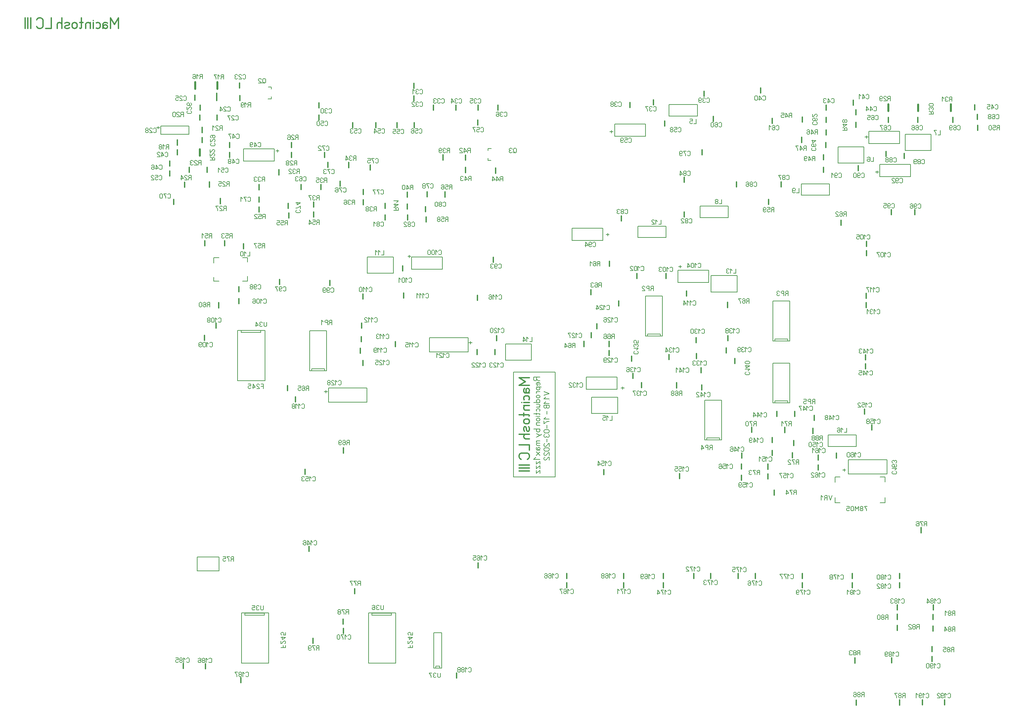
<source format=gbr>
%FSLAX34Y34*%
%MOMM*%
%LNSILK_BOTTOM*%
G71*
G01*
%ADD10C,0.500*%
%ADD11C,0.144*%
%ADD12C,0.300*%
%ADD13C,0.150*%
%ADD14C,0.167*%
%ADD15C,0.206*%
%ADD16C,0.333*%
%ADD17C,0.200*%
%LPD*%
G54D10*
X196453Y862409D02*
X196453Y844947D01*
G54D11*
X211591Y876446D02*
X208991Y875002D01*
X208124Y873557D01*
X208124Y870668D01*
G54D11*
X215058Y870668D02*
X215058Y882224D01*
X210724Y882224D01*
X208991Y881502D01*
X208124Y880057D01*
X208124Y878613D01*
X208991Y877168D01*
X210724Y876446D01*
X215058Y876446D01*
G54D11*
X204947Y877891D02*
X200614Y882224D01*
X200614Y870668D01*
G54D11*
X190502Y880057D02*
X191369Y881502D01*
X193102Y882224D01*
X194836Y882224D01*
X196569Y881502D01*
X197436Y880057D01*
X197436Y876446D01*
X197436Y875724D01*
X194836Y877168D01*
X193102Y877168D01*
X191369Y876446D01*
X190502Y875002D01*
X190502Y872835D01*
X191369Y871391D01*
X193102Y870668D01*
X194836Y870668D01*
X196569Y871391D01*
X197436Y872835D01*
X197436Y876446D01*
G54D10*
X253405Y862409D02*
X253405Y844947D01*
G54D11*
X266162Y875652D02*
X263562Y874208D01*
X262695Y872764D01*
X262695Y869875D01*
G54D11*
X269628Y869875D02*
X269628Y881430D01*
X265295Y881430D01*
X263562Y880708D01*
X262695Y879264D01*
X262695Y877819D01*
X263562Y876375D01*
X265295Y875652D01*
X269628Y875652D01*
G54D11*
X259517Y877097D02*
X255184Y881430D01*
X255184Y869875D01*
G54D11*
X252006Y881430D02*
X245073Y881430D01*
X245940Y879986D01*
X247673Y877819D01*
X249406Y874930D01*
X250273Y872764D01*
X250273Y869875D01*
G54D12*
X208360Y777875D02*
X208360Y764778D01*
G54D11*
X163176Y779690D02*
X160576Y778246D01*
X159709Y776801D01*
X159709Y773912D01*
G54D11*
X166642Y773912D02*
X166642Y785468D01*
X162309Y785468D01*
X160576Y784746D01*
X159709Y783301D01*
X159709Y781857D01*
X160576Y780412D01*
X162309Y779690D01*
X166642Y779690D01*
G54D11*
X149598Y773912D02*
X156531Y773912D01*
X156531Y774634D01*
X155664Y776079D01*
X150464Y780412D01*
X149598Y781857D01*
X149598Y783301D01*
X150464Y784746D01*
X152198Y785468D01*
X153931Y785468D01*
X155664Y784746D01*
X156531Y783301D01*
G54D11*
X139487Y783301D02*
X139487Y776079D01*
X140354Y774634D01*
X142087Y773912D01*
X143820Y773912D01*
X145554Y774634D01*
X146420Y776079D01*
X146420Y783301D01*
X145554Y784746D01*
X143820Y785468D01*
X142087Y785468D01*
X140354Y784746D01*
X139487Y783301D01*
G54D12*
X310753Y827881D02*
X310753Y814784D01*
G54D11*
X335019Y803762D02*
X332419Y802318D01*
X331552Y800873D01*
X331552Y797984D01*
G54D11*
X338486Y797984D02*
X338486Y809540D01*
X334152Y809540D01*
X332419Y808818D01*
X331552Y807373D01*
X331552Y805929D01*
X332419Y804484D01*
X334152Y803762D01*
X338486Y803762D01*
G54D11*
X328374Y805207D02*
X324041Y809540D01*
X324041Y797984D01*
G54D11*
X320864Y800151D02*
X319997Y798707D01*
X318264Y797984D01*
X316530Y797984D01*
X314797Y798707D01*
X313930Y800151D01*
X313930Y803762D01*
X313930Y804484D01*
X316530Y803040D01*
X318264Y803040D01*
X319997Y803762D01*
X320864Y805207D01*
X320864Y807373D01*
X319997Y808818D01*
X318264Y809540D01*
X316530Y809540D01*
X314797Y808818D01*
X313930Y807373D01*
X313930Y803762D01*
G54D12*
X214312Y746125D02*
X214312Y733028D01*
G54D11*
X262391Y745025D02*
X259791Y743580D01*
X258924Y742136D01*
X258924Y739247D01*
G54D11*
X265858Y739247D02*
X265858Y750802D01*
X261524Y750802D01*
X259791Y750080D01*
X258924Y748636D01*
X258924Y747191D01*
X259791Y745747D01*
X261524Y745025D01*
X265858Y745025D01*
G54D11*
X248813Y739247D02*
X255746Y739247D01*
X255746Y739969D01*
X254880Y741414D01*
X249680Y745747D01*
X248813Y747191D01*
X248813Y748636D01*
X249680Y750080D01*
X251413Y750802D01*
X253146Y750802D01*
X254880Y750080D01*
X255746Y748636D01*
G54D11*
X245636Y746469D02*
X241302Y750802D01*
X241302Y739247D01*
G54D12*
X151210Y713978D02*
X151210Y700881D01*
G54D11*
X125469Y696606D02*
X122869Y695162D01*
X122002Y693717D01*
X122002Y690828D01*
G54D11*
X128936Y690828D02*
X128936Y702384D01*
X124602Y702384D01*
X122869Y701662D01*
X122002Y700217D01*
X122002Y698772D01*
X122869Y697328D01*
X124602Y696606D01*
X128936Y696606D01*
G54D11*
X118824Y698050D02*
X114491Y702384D01*
X114491Y690828D01*
G54D11*
X106980Y696606D02*
X108714Y696606D01*
X110447Y697328D01*
X111314Y698772D01*
X111314Y700217D01*
X110447Y701662D01*
X108714Y702384D01*
X106980Y702384D01*
X105247Y701662D01*
X104380Y700217D01*
X104380Y698772D01*
X105247Y697328D01*
X106980Y696606D01*
X105247Y695884D01*
X104380Y694439D01*
X104380Y692995D01*
X105247Y691550D01*
X106980Y690828D01*
X108714Y690828D01*
X110447Y691550D01*
X111314Y692995D01*
X111314Y694439D01*
X110447Y695884D01*
X108714Y696606D01*
G54D12*
X181372Y644128D02*
X181372Y631031D01*
G54D11*
X208019Y655728D02*
X205419Y654283D01*
X204552Y652839D01*
X204552Y649950D01*
G54D11*
X211486Y649950D02*
X211486Y661506D01*
X207152Y661506D01*
X205419Y660783D01*
X204552Y659339D01*
X204552Y657894D01*
X205419Y656450D01*
X207152Y655728D01*
X211486Y655728D01*
G54D11*
X194441Y649950D02*
X201374Y649950D01*
X201374Y650672D01*
X200508Y652117D01*
X195308Y656450D01*
X194441Y657894D01*
X194441Y659339D01*
X195308Y660783D01*
X197041Y661506D01*
X198774Y661506D01*
X200508Y660783D01*
X201374Y659339D01*
G54D11*
X191264Y659339D02*
X190397Y660783D01*
X188664Y661506D01*
X186930Y661506D01*
X185197Y660783D01*
X184330Y659339D01*
X184330Y657894D01*
X185197Y656450D01*
X186930Y655728D01*
X185197Y655006D01*
X184330Y653561D01*
X184330Y652117D01*
X185197Y650672D01*
X186930Y649950D01*
X188664Y649950D01*
X190397Y650672D01*
X191264Y652117D01*
G54D12*
X169466Y606226D02*
X169466Y593130D01*
G54D11*
X183016Y617826D02*
X180416Y616382D01*
X179549Y614937D01*
X179549Y612048D01*
G54D11*
X186482Y612048D02*
X186482Y623604D01*
X182149Y623604D01*
X180416Y622882D01*
X179549Y621437D01*
X179549Y619993D01*
X180416Y618548D01*
X182149Y617826D01*
X186482Y617826D01*
G54D11*
X169438Y612048D02*
X176372Y612048D01*
X176372Y612771D01*
X175505Y614215D01*
X170305Y618548D01*
X169438Y619993D01*
X169438Y621437D01*
X170305Y622882D01*
X172038Y623604D01*
X173772Y623604D01*
X175505Y622882D01*
X176372Y621437D01*
G54D11*
X161060Y612048D02*
X161060Y623604D01*
X166260Y616382D01*
X166260Y614937D01*
X159327Y614937D01*
G54D12*
X232966Y606624D02*
X232966Y593526D01*
G54D11*
X280250Y601554D02*
X277650Y600110D01*
X276784Y598666D01*
X276784Y595776D01*
G54D11*
X283717Y595776D02*
X283717Y607332D01*
X279384Y607332D01*
X277650Y606610D01*
X276784Y605166D01*
X276784Y603721D01*
X277650Y602276D01*
X279384Y601554D01*
X283717Y601554D01*
G54D11*
X266672Y595776D02*
X273606Y595776D01*
X273606Y596499D01*
X272739Y597943D01*
X267539Y602276D01*
X266672Y603721D01*
X266672Y605166D01*
X267539Y606610D01*
X269272Y607332D01*
X271006Y607332D01*
X272739Y606610D01*
X273606Y605166D01*
G54D11*
X256562Y607332D02*
X263495Y607332D01*
X263495Y602276D01*
X262628Y602276D01*
X260895Y602999D01*
X259162Y602999D01*
X257428Y602276D01*
X256562Y600832D01*
X256562Y597943D01*
X257428Y596499D01*
X259162Y595776D01*
X260895Y595776D01*
X262628Y596499D01*
X263495Y597943D01*
G54D12*
X195660Y828278D02*
X195660Y815578D01*
G54D11*
X167048Y817463D02*
X167915Y816019D01*
X169648Y815297D01*
X171382Y815297D01*
X173115Y816019D01*
X173982Y817463D01*
X173982Y824686D01*
X173115Y826130D01*
X171382Y826852D01*
X169648Y826852D01*
X167915Y826130D01*
X167048Y824686D01*
G54D11*
X156937Y815297D02*
X163870Y815297D01*
X163870Y816019D01*
X163004Y817463D01*
X157804Y821797D01*
X156937Y823241D01*
X156937Y824686D01*
X157804Y826130D01*
X159537Y826852D01*
X161270Y826852D01*
X163004Y826130D01*
X163870Y824686D01*
G54D11*
X146826Y826852D02*
X153760Y826852D01*
X153760Y821797D01*
X152893Y821797D01*
X151160Y822519D01*
X149426Y822519D01*
X147693Y821797D01*
X146826Y820352D01*
X146826Y817463D01*
X147693Y816019D01*
X149426Y815297D01*
X151160Y815297D01*
X152893Y816019D01*
X153760Y817463D01*
G54D12*
X209550Y802878D02*
X209550Y790178D01*
G54D11*
X177827Y788633D02*
X176383Y787767D01*
X175660Y786033D01*
X175660Y784300D01*
X176383Y782567D01*
X177827Y781700D01*
X185050Y781700D01*
X186494Y782567D01*
X187216Y784300D01*
X187216Y786033D01*
X186494Y787767D01*
X185050Y788633D01*
G54D11*
X175660Y798744D02*
X175660Y791811D01*
X176383Y791811D01*
X177827Y792678D01*
X182160Y797878D01*
X183605Y798744D01*
X185050Y798744D01*
X186494Y797878D01*
X187216Y796144D01*
X187216Y794411D01*
X186494Y792678D01*
X185050Y791811D01*
G54D11*
X185050Y808855D02*
X186494Y807989D01*
X187216Y806255D01*
X187216Y804522D01*
X186494Y802789D01*
X185050Y801922D01*
X181438Y801922D01*
X180716Y801922D01*
X182160Y804522D01*
X182160Y806255D01*
X181438Y807989D01*
X179994Y808855D01*
X177827Y808855D01*
X176383Y807989D01*
X175660Y806255D01*
X175660Y804522D01*
X176383Y802789D01*
X177827Y801922D01*
X181438Y801922D01*
G54D12*
X310356Y859631D02*
X310356Y846931D01*
G54D11*
X318654Y872232D02*
X319521Y870788D01*
X321254Y870066D01*
X322988Y870066D01*
X324721Y870788D01*
X325588Y872232D01*
X325588Y879454D01*
X324721Y880899D01*
X322988Y881621D01*
X321254Y881621D01*
X319521Y880899D01*
X318654Y879454D01*
G54D11*
X308544Y870066D02*
X315477Y870066D01*
X315477Y870788D01*
X314610Y872232D01*
X309410Y876566D01*
X308544Y878010D01*
X308544Y879454D01*
X309410Y880899D01*
X311144Y881621D01*
X312877Y881621D01*
X314610Y880899D01*
X315477Y879454D01*
G54D11*
X305366Y879454D02*
X304499Y880899D01*
X302766Y881621D01*
X301032Y881621D01*
X299299Y880899D01*
X298432Y879454D01*
X298432Y878010D01*
X299299Y876566D01*
X301032Y875843D01*
X299299Y875121D01*
X298432Y873677D01*
X298432Y872232D01*
X299299Y870788D01*
X301032Y870066D01*
X302766Y870066D01*
X304499Y870788D01*
X305366Y872232D01*
G54D12*
X252412Y777478D02*
X252412Y764778D01*
G54D11*
X300001Y767060D02*
X300868Y765616D01*
X302601Y764894D01*
X304334Y764894D01*
X306068Y765616D01*
X306934Y767060D01*
X306934Y774282D01*
X306068Y775727D01*
X304334Y776449D01*
X302601Y776449D01*
X300868Y775727D01*
X300001Y774282D01*
G54D11*
X289890Y764894D02*
X296824Y764894D01*
X296824Y765616D01*
X295957Y767060D01*
X290757Y771394D01*
X289890Y772838D01*
X289890Y774282D01*
X290757Y775727D01*
X292490Y776449D01*
X294224Y776449D01*
X295957Y775727D01*
X296824Y774282D01*
G54D11*
X286712Y776449D02*
X279779Y776449D01*
X280646Y775005D01*
X282379Y772838D01*
X284112Y769949D01*
X284979Y767782D01*
X284979Y764894D01*
G54D12*
X214312Y720328D02*
X214312Y707628D01*
G54D11*
X238152Y706084D02*
X236707Y705217D01*
X235985Y703484D01*
X235985Y701750D01*
X236707Y700017D01*
X238152Y699150D01*
X245374Y699150D01*
X246818Y700017D01*
X247541Y701750D01*
X247541Y703484D01*
X246818Y705217D01*
X245374Y706084D01*
G54D11*
X235985Y716195D02*
X235985Y709261D01*
X236707Y709261D01*
X238152Y710128D01*
X242485Y715328D01*
X243930Y716195D01*
X245374Y716195D01*
X246818Y715328D01*
X247541Y713595D01*
X247541Y711861D01*
X246818Y710128D01*
X245374Y709261D01*
G54D11*
X238152Y719372D02*
X236707Y720239D01*
X235985Y721972D01*
X235985Y723706D01*
X236707Y725439D01*
X238152Y726306D01*
X241763Y726306D01*
X242485Y726306D01*
X241041Y723706D01*
X241041Y721972D01*
X241763Y720239D01*
X243207Y719372D01*
X245374Y719372D01*
X246818Y720239D01*
X247541Y721972D01*
X247540Y723706D01*
X246818Y725439D01*
X245374Y726306D01*
X241763Y726306D01*
G54D12*
X284560Y707231D02*
X284560Y694531D01*
G54D11*
X301986Y720229D02*
X302852Y718785D01*
X304586Y718062D01*
X306319Y718062D01*
X308052Y718785D01*
X308919Y720229D01*
X308919Y727451D01*
X308052Y728896D01*
X306319Y729618D01*
X304586Y729618D01*
X302852Y728896D01*
X301986Y727451D01*
G54D11*
X293608Y718062D02*
X293608Y729618D01*
X298808Y722396D01*
X298808Y720951D01*
X291875Y720951D01*
G54D11*
X288697Y729618D02*
X281764Y729618D01*
X282630Y728174D01*
X284364Y726007D01*
X286097Y723118D01*
X286964Y720951D01*
X286964Y718062D01*
G54D12*
X284560Y682228D02*
X284560Y669528D01*
G54D11*
X301589Y655935D02*
X302456Y654491D01*
X304189Y653769D01*
X305922Y653769D01*
X307656Y654491D01*
X308522Y655935D01*
X308522Y663158D01*
X307656Y664602D01*
X305922Y665324D01*
X304189Y665324D01*
X302456Y664602D01*
X301589Y663158D01*
G54D11*
X293211Y653769D02*
X293211Y665324D01*
X298411Y658102D01*
X298411Y656658D01*
X291478Y656658D01*
G54D11*
X283967Y659546D02*
X285700Y659546D01*
X287434Y660269D01*
X288300Y661713D01*
X288300Y663158D01*
X287434Y664602D01*
X285700Y665324D01*
X283967Y665324D01*
X282234Y664602D01*
X281367Y663158D01*
X281367Y661713D01*
X282234Y660269D01*
X283967Y659546D01*
X282234Y658824D01*
X281367Y657380D01*
X281367Y655935D01*
X282234Y654491D01*
X283967Y653769D01*
X285700Y653769D01*
X287434Y654491D01*
X288300Y655935D01*
X288300Y657380D01*
X287434Y658824D01*
X285700Y659546D01*
G54D12*
X226814Y643731D02*
X226814Y631031D01*
G54D11*
X273609Y633313D02*
X274476Y631869D01*
X276209Y631147D01*
X277942Y631147D01*
X279676Y631869D01*
X280542Y633313D01*
X280542Y640536D01*
X279676Y641980D01*
X277942Y642702D01*
X276209Y642702D01*
X274476Y641980D01*
X273609Y640536D01*
G54D11*
X263498Y642702D02*
X270432Y642702D01*
X270432Y637647D01*
X269565Y637647D01*
X267832Y638369D01*
X266098Y638369D01*
X264365Y637647D01*
X263498Y636202D01*
X263498Y633313D01*
X264365Y631869D01*
X266098Y631147D01*
X267832Y631147D01*
X269565Y631869D01*
X270432Y633313D01*
G54D11*
X260320Y638369D02*
X255987Y642702D01*
X255987Y631147D01*
G54D12*
X150812Y688578D02*
X150812Y675878D01*
G54D11*
X119820Y673398D02*
X120687Y671953D01*
X122420Y671231D01*
X124154Y671231D01*
X125887Y671953D01*
X126754Y673398D01*
X126754Y680620D01*
X125887Y682064D01*
X124154Y682787D01*
X122420Y682787D01*
X120687Y682064D01*
X119820Y680620D01*
G54D11*
X111442Y671231D02*
X111442Y682787D01*
X116642Y675564D01*
X116642Y674120D01*
X109709Y674120D01*
G54D11*
X99598Y671231D02*
X106532Y671231D01*
X106532Y671953D01*
X105665Y673398D01*
X100465Y677731D01*
X99598Y679176D01*
X99598Y680620D01*
X100465Y682064D01*
X102198Y682787D01*
X103932Y682787D01*
X105665Y682064D01*
X106532Y680620D01*
G54D12*
X131366Y660003D02*
X131366Y647303D01*
G54D11*
X104739Y640854D02*
X105606Y639410D01*
X107339Y638687D01*
X109072Y638687D01*
X110806Y639410D01*
X111672Y640854D01*
X111672Y648076D01*
X110806Y649521D01*
X109072Y650243D01*
X107339Y650243D01*
X105606Y649521D01*
X104739Y648076D01*
G54D11*
X96361Y638687D02*
X96361Y650243D01*
X101561Y643021D01*
X101561Y641576D01*
X94628Y641576D01*
G54D11*
X84517Y648076D02*
X85384Y649521D01*
X87117Y650243D01*
X88850Y650243D01*
X90584Y649521D01*
X91450Y648076D01*
X91450Y644465D01*
X91450Y643743D01*
X88850Y645187D01*
X87117Y645187D01*
X85384Y644465D01*
X84517Y643021D01*
X84517Y640854D01*
X85384Y639410D01*
X87117Y638687D01*
X88850Y638687D01*
X90584Y639410D01*
X91450Y640854D01*
X91450Y644465D01*
G54D12*
X131366Y634603D02*
X131366Y621903D01*
G54D11*
X104342Y614263D02*
X105208Y612819D01*
X106942Y612097D01*
X108675Y612097D01*
X110408Y612819D01*
X111275Y614263D01*
X111275Y621486D01*
X110408Y622930D01*
X108675Y623652D01*
X106942Y623652D01*
X105208Y622930D01*
X104342Y621486D01*
G54D11*
X94231Y623652D02*
X101164Y623652D01*
X101164Y618597D01*
X100298Y618597D01*
X98564Y619319D01*
X96831Y619319D01*
X95098Y618597D01*
X94231Y617152D01*
X94231Y614263D01*
X95098Y612819D01*
X96831Y612097D01*
X98564Y612097D01*
X100298Y612819D01*
X101164Y614263D01*
G54D11*
X84120Y612097D02*
X91053Y612097D01*
X91053Y612819D01*
X90186Y614263D01*
X84986Y618597D01*
X84120Y620041D01*
X84120Y621486D01*
X84986Y622930D01*
X86720Y623652D01*
X88453Y623652D01*
X90186Y622930D01*
X91053Y621486D01*
G54D12*
X141288Y561578D02*
X141288Y548878D01*
G54D11*
X126170Y567035D02*
X127037Y565591D01*
X128770Y564869D01*
X130504Y564869D01*
X132237Y565591D01*
X133104Y567035D01*
X133104Y574258D01*
X132237Y575702D01*
X130504Y576424D01*
X128770Y576424D01*
X127037Y575702D01*
X126170Y574258D01*
G54D11*
X122992Y576424D02*
X116059Y576424D01*
X116926Y574980D01*
X118659Y572813D01*
X120392Y569924D01*
X121259Y567758D01*
X121259Y564869D01*
G54D11*
X105948Y574258D02*
X105948Y567035D01*
X106815Y565591D01*
X108548Y564869D01*
X110282Y564869D01*
X112015Y565591D01*
X112882Y567035D01*
X112882Y574258D01*
X112015Y575702D01*
X110282Y576424D01*
X108548Y576424D01*
X106815Y575702D01*
X105948Y574258D01*
G54D12*
X260747Y564158D02*
X260747Y551061D01*
G54D11*
X272710Y539245D02*
X270110Y537800D01*
X269243Y536356D01*
X269243Y533467D01*
G54D11*
X276176Y533467D02*
X276176Y545023D01*
X271843Y545023D01*
X270110Y544300D01*
X269243Y542856D01*
X269243Y541412D01*
X270110Y539967D01*
X271843Y539245D01*
X276176Y539245D01*
G54D11*
X259132Y533467D02*
X266065Y533467D01*
X266065Y534189D01*
X265198Y535634D01*
X259998Y539967D01*
X259132Y541412D01*
X259132Y542856D01*
X259998Y544300D01*
X261732Y545023D01*
X263465Y545023D01*
X265198Y544300D01*
X266065Y542856D01*
G54D11*
X255954Y545023D02*
X249021Y545023D01*
X249888Y543578D01*
X251621Y541412D01*
X253354Y538523D01*
X254221Y536356D01*
X254221Y533467D01*
G54D12*
X360362Y599876D02*
X360362Y586780D01*
G54D11*
X370738Y613858D02*
X368138Y612413D01*
X367271Y610968D01*
X367271Y608080D01*
G54D11*
X374204Y608080D02*
X374204Y619635D01*
X369871Y619635D01*
X368138Y618913D01*
X367271Y617468D01*
X367271Y616024D01*
X368138Y614580D01*
X369871Y613858D01*
X374204Y613858D01*
G54D11*
X364094Y617468D02*
X363227Y618913D01*
X361494Y619635D01*
X359760Y619635D01*
X358027Y618913D01*
X357160Y617468D01*
X357160Y616024D01*
X358027Y614580D01*
X359760Y613858D01*
X358027Y613135D01*
X357160Y611691D01*
X357160Y610246D01*
X358027Y608802D01*
X359760Y608080D01*
X361494Y608080D01*
X363227Y608802D01*
X364094Y610246D01*
G54D11*
X353982Y617468D02*
X353116Y618913D01*
X351382Y619635D01*
X349649Y619635D01*
X347916Y618913D01*
X347049Y617468D01*
X347049Y616024D01*
X347916Y614580D01*
X349649Y613858D01*
X347916Y613135D01*
X347049Y611691D01*
X347049Y610246D01*
X347916Y608802D01*
X349649Y608080D01*
X351382Y608080D01*
X353116Y608802D01*
X353982Y610246D01*
G54D12*
X359966Y542726D02*
X359966Y529630D01*
G54D11*
X372325Y518211D02*
X369725Y516766D01*
X368858Y515322D01*
X368858Y512433D01*
G54D11*
X375792Y512433D02*
X375792Y523988D01*
X371458Y523988D01*
X369725Y523266D01*
X368858Y521822D01*
X368858Y520377D01*
X369725Y518933D01*
X371458Y518211D01*
X375792Y518211D01*
G54D11*
X358748Y523988D02*
X365681Y523988D01*
X365681Y518933D01*
X364814Y518933D01*
X363081Y519655D01*
X361348Y519655D01*
X359614Y518933D01*
X358748Y517488D01*
X358748Y514600D01*
X359614Y513155D01*
X361348Y512433D01*
X363081Y512433D01*
X364814Y513155D01*
X365681Y514600D01*
G54D11*
X348636Y512433D02*
X355570Y512433D01*
X355570Y513155D01*
X354703Y514600D01*
X349503Y518933D01*
X348636Y520377D01*
X348636Y521822D01*
X349503Y523266D01*
X351236Y523988D01*
X352970Y523988D01*
X354703Y523266D01*
X355570Y521822D01*
G54D12*
X436166Y527447D02*
X436166Y514350D01*
G54D11*
X429475Y502137D02*
X426875Y500693D01*
X426008Y499248D01*
X426008Y496359D01*
G54D11*
X432942Y496359D02*
X432942Y507915D01*
X428608Y507915D01*
X426875Y507193D01*
X426008Y505748D01*
X426008Y504304D01*
X426875Y502859D01*
X428608Y502137D01*
X432942Y502137D01*
G54D11*
X415898Y507915D02*
X422831Y507915D01*
X422831Y502859D01*
X421964Y502859D01*
X420231Y503582D01*
X418498Y503582D01*
X416764Y502859D01*
X415898Y501415D01*
X415898Y498526D01*
X416764Y497082D01*
X418498Y496359D01*
X420231Y496359D01*
X421964Y497082D01*
X422831Y498526D01*
G54D11*
X405786Y507915D02*
X412720Y507915D01*
X412720Y502859D01*
X411853Y502859D01*
X410120Y503582D01*
X408386Y503582D01*
X406653Y502859D01*
X405786Y501415D01*
X405786Y498526D01*
X406653Y497082D01*
X408386Y496359D01*
X410120Y496359D01*
X411853Y497082D01*
X412720Y498526D01*
G54D12*
X499666Y529828D02*
X499666Y516731D01*
G54D11*
X510835Y503328D02*
X508235Y501883D01*
X507368Y500439D01*
X507368Y497550D01*
G54D11*
X514301Y497550D02*
X514301Y509106D01*
X509968Y509106D01*
X508235Y508383D01*
X507368Y506939D01*
X507368Y505494D01*
X508235Y504050D01*
X509968Y503328D01*
X514301Y503328D01*
G54D11*
X497257Y509106D02*
X504190Y509106D01*
X504190Y504050D01*
X503324Y504050D01*
X501590Y504772D01*
X499857Y504772D01*
X498124Y504050D01*
X497257Y502606D01*
X497257Y499717D01*
X498124Y498272D01*
X499857Y497550D01*
X501590Y497550D01*
X503324Y498272D01*
X504190Y499717D01*
G54D11*
X488879Y497550D02*
X488879Y509106D01*
X494079Y501883D01*
X494079Y500439D01*
X487146Y500439D01*
G54D12*
X499666Y555228D02*
X499666Y542131D01*
G54D11*
X510835Y566034D02*
X508235Y564590D01*
X507368Y563145D01*
X507368Y560256D01*
G54D11*
X514301Y560256D02*
X514301Y571812D01*
X509968Y571812D01*
X508235Y571090D01*
X507368Y569645D01*
X507368Y568201D01*
X508235Y566756D01*
X509968Y566034D01*
X514301Y566034D01*
G54D11*
X504190Y569645D02*
X503324Y571090D01*
X501590Y571812D01*
X499857Y571812D01*
X498124Y571090D01*
X497257Y569645D01*
X497257Y568201D01*
X498124Y566756D01*
X499857Y566034D01*
X498124Y565312D01*
X497257Y563867D01*
X497257Y562423D01*
X498124Y560978D01*
X499857Y560256D01*
X501590Y560256D01*
X503324Y560978D01*
X504190Y562423D01*
G54D11*
X494079Y571812D02*
X487146Y571812D01*
X488012Y570367D01*
X489746Y568201D01*
X491479Y565312D01*
X492346Y563145D01*
X492346Y560256D01*
G54D12*
X410766Y637778D02*
X410766Y624681D01*
G54D11*
X459638Y633900D02*
X457038Y632455D01*
X456171Y631011D01*
X456171Y628122D01*
G54D11*
X463104Y628122D02*
X463104Y639678D01*
X458771Y639678D01*
X457038Y638955D01*
X456171Y637511D01*
X456171Y636066D01*
X457038Y634622D01*
X458771Y633900D01*
X463104Y633900D01*
G54D11*
X452994Y637511D02*
X452127Y638955D01*
X450394Y639678D01*
X448660Y639678D01*
X446927Y638955D01*
X446060Y637511D01*
X446060Y636066D01*
X446927Y634622D01*
X448660Y633900D01*
X446927Y633178D01*
X446060Y631733D01*
X446060Y630288D01*
X446927Y628844D01*
X448660Y628122D01*
X450394Y628122D01*
X452127Y628844D01*
X452994Y630288D01*
G54D11*
X435949Y628122D02*
X442882Y628122D01*
X442882Y628844D01*
X442016Y630288D01*
X436816Y634622D01*
X435949Y636066D01*
X435949Y637511D01*
X436816Y638955D01*
X438549Y639678D01*
X440282Y639678D01*
X442016Y638955D01*
X442882Y637511D01*
G54D12*
X442912Y682228D02*
X442912Y669131D01*
G54D11*
X452891Y655331D02*
X450291Y653886D01*
X449424Y652442D01*
X449424Y649553D01*
G54D11*
X456358Y649553D02*
X456358Y661109D01*
X452024Y661109D01*
X450291Y660386D01*
X449424Y658942D01*
X449424Y657498D01*
X450291Y656053D01*
X452024Y655331D01*
X456358Y655331D01*
G54D11*
X439313Y649553D02*
X446246Y649553D01*
X446246Y650275D01*
X445380Y651720D01*
X440180Y656053D01*
X439313Y657498D01*
X439313Y658942D01*
X440180Y660386D01*
X441913Y661109D01*
X443646Y661109D01*
X445380Y660386D01*
X446246Y658942D01*
G54D11*
X431802Y655331D02*
X433536Y655331D01*
X435269Y656053D01*
X436136Y657498D01*
X436136Y658942D01*
X435269Y660386D01*
X433536Y661109D01*
X431802Y661109D01*
X430069Y660386D01*
X429202Y658942D01*
X429202Y657498D01*
X430069Y656053D01*
X431802Y655331D01*
X430069Y654609D01*
X429202Y653164D01*
X429202Y651720D01*
X430069Y650275D01*
X431802Y649553D01*
X433536Y649553D01*
X435269Y650275D01*
X436136Y651720D01*
X436136Y653164D01*
X435269Y654609D01*
X433536Y655331D01*
G54D12*
X442912Y707628D02*
X442912Y694531D01*
G54D11*
X456860Y720815D02*
X454260Y719371D01*
X453393Y717926D01*
X453393Y715038D01*
G54D11*
X460326Y715038D02*
X460326Y726593D01*
X455993Y726593D01*
X454260Y725871D01*
X453393Y724426D01*
X453393Y722982D01*
X454260Y721538D01*
X455993Y720815D01*
X460326Y720815D01*
G54D11*
X443282Y715038D02*
X450215Y715038D01*
X450215Y715760D01*
X449348Y717204D01*
X444148Y721538D01*
X443282Y722982D01*
X443282Y724426D01*
X444148Y725871D01*
X445882Y726593D01*
X447615Y726593D01*
X449348Y725871D01*
X450215Y724426D01*
G54D11*
X433171Y724426D02*
X434038Y725871D01*
X435771Y726593D01*
X437504Y726593D01*
X439238Y725871D01*
X440104Y724426D01*
X440104Y720815D01*
X440104Y720093D01*
X437504Y721538D01*
X435771Y721538D01*
X434038Y720815D01*
X433171Y719371D01*
X433171Y717204D01*
X434038Y715760D01*
X435771Y715038D01*
X437504Y715038D01*
X439238Y715760D01*
X440104Y717204D01*
X440104Y720815D01*
G54D12*
X518716Y600075D02*
X518716Y586978D01*
G54D11*
X529884Y610881D02*
X527284Y609436D01*
X526418Y607992D01*
X526418Y605103D01*
G54D11*
X533351Y605103D02*
X533351Y616659D01*
X529018Y616659D01*
X527284Y615936D01*
X526418Y614492D01*
X526418Y613048D01*
X527284Y611603D01*
X529018Y610881D01*
X533351Y610881D01*
G54D11*
X523240Y614492D02*
X522374Y615936D01*
X520640Y616659D01*
X518907Y616659D01*
X517174Y615936D01*
X516307Y614492D01*
X516307Y613048D01*
X517174Y611603D01*
X518907Y610881D01*
X517174Y610159D01*
X516307Y608714D01*
X516307Y607270D01*
X517174Y605825D01*
X518907Y605103D01*
X520640Y605103D01*
X522374Y605825D01*
X523240Y607270D01*
G54D11*
X506196Y616659D02*
X513129Y616659D01*
X513129Y611603D01*
X512262Y611603D01*
X510529Y612325D01*
X508796Y612325D01*
X507062Y611603D01*
X506196Y610159D01*
X506196Y607270D01*
X507062Y605825D01*
X508796Y605103D01*
X510529Y605103D01*
X512262Y605825D01*
X513129Y607270D01*
G54D12*
X589359Y656630D02*
X589359Y643533D01*
G54D11*
X604894Y667436D02*
X602294Y665991D01*
X601427Y664547D01*
X601427Y661658D01*
G54D11*
X608361Y661658D02*
X608361Y673213D01*
X604027Y673213D01*
X602294Y672491D01*
X601427Y671047D01*
X601427Y669602D01*
X602294Y668158D01*
X604027Y667436D01*
X608361Y667436D01*
G54D11*
X598250Y671047D02*
X597383Y672491D01*
X595650Y673213D01*
X593916Y673213D01*
X592183Y672491D01*
X591316Y671047D01*
X591316Y669602D01*
X592183Y668158D01*
X593916Y667436D01*
X592183Y666713D01*
X591316Y665269D01*
X591316Y663824D01*
X592183Y662380D01*
X593916Y661658D01*
X595650Y661658D01*
X597383Y662380D01*
X598250Y663824D01*
G54D11*
X582939Y661658D02*
X582939Y673213D01*
X588139Y665991D01*
X588139Y664547D01*
X581205Y664547D01*
G54D12*
X627062Y561380D02*
X627062Y548283D01*
G54D11*
X601322Y554723D02*
X598722Y553279D01*
X597856Y551834D01*
X597856Y548945D01*
G54D11*
X604789Y548945D02*
X604789Y560501D01*
X600456Y560501D01*
X598722Y559779D01*
X597856Y558334D01*
X597856Y556890D01*
X598722Y555445D01*
X600456Y554723D01*
X604789Y554723D01*
G54D11*
X594678Y558334D02*
X593811Y559779D01*
X592078Y560501D01*
X590344Y560501D01*
X588611Y559779D01*
X587744Y558334D01*
X587744Y556890D01*
X588611Y555445D01*
X590344Y554723D01*
X588611Y554001D01*
X587744Y552556D01*
X587744Y551112D01*
X588611Y549668D01*
X590344Y548945D01*
X592078Y548945D01*
X593811Y549668D01*
X594678Y551112D01*
G54D11*
X577634Y558334D02*
X578500Y559779D01*
X580234Y560501D01*
X581967Y560501D01*
X583700Y559779D01*
X584567Y558334D01*
X584567Y554723D01*
X584567Y554001D01*
X581967Y555445D01*
X580234Y555445D01*
X578500Y554723D01*
X577634Y553279D01*
X577634Y551112D01*
X578500Y549668D01*
X580234Y548945D01*
X581967Y548945D01*
X583700Y549668D01*
X584567Y551112D01*
X584567Y554723D01*
G54D12*
X683022Y551855D02*
X683022Y538758D01*
G54D11*
X657282Y537658D02*
X654682Y536213D01*
X653815Y534768D01*
X653815Y531880D01*
G54D11*
X660748Y531880D02*
X660748Y543435D01*
X656415Y543435D01*
X654682Y542713D01*
X653815Y541268D01*
X653815Y539824D01*
X654682Y538380D01*
X656415Y537658D01*
X660748Y537658D01*
G54D11*
X650637Y541268D02*
X649770Y542713D01*
X648037Y543435D01*
X646304Y543435D01*
X644570Y542713D01*
X643704Y541268D01*
X643704Y539824D01*
X644570Y538380D01*
X646304Y537658D01*
X644570Y536935D01*
X643704Y535491D01*
X643704Y534046D01*
X644570Y532602D01*
X646304Y531880D01*
X648037Y531880D01*
X649770Y532602D01*
X650637Y534046D01*
G54D11*
X636193Y537658D02*
X637926Y537658D01*
X639660Y538380D01*
X640526Y539824D01*
X640526Y541268D01*
X639660Y542713D01*
X637926Y543435D01*
X636193Y543435D01*
X634460Y542713D01*
X633593Y541268D01*
X633593Y539824D01*
X634460Y538380D01*
X636193Y537658D01*
X634460Y536935D01*
X633593Y535491D01*
X633593Y534046D01*
X634460Y532602D01*
X636193Y531880D01*
X637926Y531880D01*
X639660Y532602D01*
X640526Y534046D01*
X640526Y535491D01*
X639660Y536935D01*
X637926Y537658D01*
G54D12*
X739378Y580826D02*
X739378Y567730D01*
G54D11*
X750150Y592823D02*
X747550Y591379D01*
X746684Y589934D01*
X746684Y587045D01*
G54D11*
X753617Y587045D02*
X753617Y598601D01*
X749284Y598601D01*
X747550Y597879D01*
X746684Y596434D01*
X746684Y594990D01*
X747550Y593545D01*
X749284Y592823D01*
X753617Y592823D01*
G54D11*
X738306Y587045D02*
X738306Y598601D01*
X743506Y591379D01*
X743506Y589934D01*
X736572Y589934D01*
G54D11*
X726462Y596434D02*
X726462Y589212D01*
X727328Y587768D01*
X729062Y587045D01*
X730795Y587045D01*
X732528Y587768D01*
X733395Y589212D01*
X733395Y596434D01*
X732528Y597879D01*
X730795Y598601D01*
X729062Y598601D01*
X727328Y597879D01*
X726462Y596434D01*
G54D12*
X739378Y550267D02*
X739378Y537170D01*
G54D11*
X710684Y537739D02*
X709240Y540339D01*
X707795Y541206D01*
X704906Y541206D01*
G54D11*
X704906Y534272D02*
X716462Y534272D01*
X716462Y538606D01*
X715740Y540339D01*
X714295Y541206D01*
X712851Y541206D01*
X711406Y540339D01*
X710684Y538606D01*
X710684Y534272D01*
G54D11*
X704906Y549583D02*
X716462Y549583D01*
X709240Y544383D01*
X707795Y544383D01*
X707795Y551316D01*
G54D11*
X712128Y554494D02*
X716462Y558828D01*
X704906Y558828D01*
G54D12*
X787797Y517326D02*
X787797Y504230D01*
G54D11*
X840092Y511174D02*
X837492Y509730D01*
X836625Y508286D01*
X836625Y505396D01*
G54D11*
X843558Y505397D02*
X843558Y516952D01*
X839225Y516952D01*
X837492Y516230D01*
X836625Y514786D01*
X836625Y513341D01*
X837492Y511897D01*
X839225Y511174D01*
X843558Y511174D01*
G54D11*
X826514Y516952D02*
X833447Y516952D01*
X833447Y511897D01*
X832580Y511896D01*
X830847Y512619D01*
X829114Y512619D01*
X827380Y511897D01*
X826514Y510452D01*
X826514Y507563D01*
X827380Y506119D01*
X829114Y505397D01*
X830847Y505397D01*
X832580Y506119D01*
X833447Y507563D01*
G54D11*
X819003Y511174D02*
X820736Y511174D01*
X822470Y511896D01*
X823336Y513341D01*
X823336Y514786D01*
X822470Y516230D01*
X820736Y516952D01*
X819003Y516952D01*
X817270Y516230D01*
X816403Y514786D01*
X816403Y513341D01*
X817270Y511897D01*
X819003Y511174D01*
X817270Y510452D01*
X816403Y509008D01*
X816403Y507563D01*
X817270Y506119D01*
X819003Y505397D01*
X820736Y505396D01*
X822470Y506119D01*
X823336Y507563D01*
X823336Y509008D01*
X822470Y510452D01*
X820736Y511174D01*
G54D12*
X513556Y809228D02*
X513556Y796528D01*
G54D11*
X538523Y784920D02*
X539390Y783475D01*
X541123Y782753D01*
X542856Y782753D01*
X544590Y783475D01*
X545456Y784920D01*
X545456Y792142D01*
X544590Y793586D01*
X542856Y794308D01*
X541123Y794308D01*
X539390Y793586D01*
X538523Y792142D01*
G54D11*
X535346Y792142D02*
X534479Y793586D01*
X532746Y794308D01*
X531012Y794308D01*
X529279Y793586D01*
X528412Y792142D01*
X528412Y790698D01*
X529279Y789253D01*
X531012Y788531D01*
X529279Y787808D01*
X528412Y786364D01*
X528412Y784920D01*
X529279Y783475D01*
X531012Y782753D01*
X532746Y782753D01*
X534479Y783475D01*
X535346Y784920D01*
G54D11*
X518301Y792142D02*
X518301Y784920D01*
X519168Y783475D01*
X520901Y782753D01*
X522634Y782753D01*
X524368Y783475D01*
X525234Y784920D01*
X525234Y792142D01*
X524368Y793586D01*
X522634Y794308D01*
X520901Y794308D01*
X519168Y793586D01*
X518301Y792142D01*
G54D12*
X513556Y777875D02*
X513556Y765175D01*
G54D11*
X528204Y753170D02*
X529071Y751725D01*
X530804Y751003D01*
X532538Y751003D01*
X534271Y751725D01*
X535138Y753170D01*
X535138Y760392D01*
X534271Y761836D01*
X532538Y762558D01*
X530804Y762558D01*
X529071Y761836D01*
X528204Y760392D01*
G54D11*
X518094Y762558D02*
X525027Y762558D01*
X525027Y757503D01*
X524160Y757503D01*
X522427Y758225D01*
X520694Y758225D01*
X518960Y757503D01*
X518094Y756058D01*
X518094Y753170D01*
X518960Y751725D01*
X520694Y751003D01*
X522427Y751003D01*
X524160Y751725D01*
X525027Y753170D01*
G54D11*
X507982Y760392D02*
X507982Y753170D01*
X508849Y751725D01*
X510582Y751003D01*
X512316Y751003D01*
X514049Y751725D01*
X514916Y753170D01*
X514916Y760392D01*
X514049Y761836D01*
X512316Y762558D01*
X510582Y762558D01*
X508849Y761836D01*
X507982Y760392D01*
G54D12*
X599281Y758428D02*
X599281Y745728D01*
G54D11*
X613930Y733723D02*
X614796Y732278D01*
X616530Y731556D01*
X618263Y731556D01*
X619996Y732278D01*
X620863Y733723D01*
X620863Y740945D01*
X619996Y742390D01*
X618263Y743112D01*
X616530Y743112D01*
X614796Y742390D01*
X613930Y740945D01*
G54D11*
X603818Y743112D02*
X610752Y743112D01*
X610752Y738056D01*
X609885Y738056D01*
X608152Y738778D01*
X606418Y738778D01*
X604685Y738056D01*
X603818Y736612D01*
X603818Y733723D01*
X604685Y732278D01*
X606418Y731556D01*
X608152Y731556D01*
X609885Y732278D01*
X610752Y733723D01*
G54D11*
X600641Y740945D02*
X599774Y742390D01*
X598041Y743112D01*
X596308Y743112D01*
X594574Y742390D01*
X593708Y740945D01*
X593708Y739500D01*
X594574Y738056D01*
X596308Y737334D01*
X594574Y736612D01*
X593708Y735167D01*
X593708Y733723D01*
X594574Y732278D01*
X596308Y731556D01*
X598041Y731556D01*
X599774Y732278D01*
X600641Y733723D01*
G54D12*
X659209Y758428D02*
X659209Y745728D01*
G54D11*
X673858Y733723D02*
X674724Y732278D01*
X676458Y731556D01*
X678191Y731556D01*
X679924Y732278D01*
X680791Y733723D01*
X680791Y740945D01*
X679924Y742390D01*
X678191Y743112D01*
X676458Y743112D01*
X674724Y742390D01*
X673858Y740945D01*
G54D11*
X663746Y743112D02*
X670680Y743112D01*
X670680Y738056D01*
X669813Y738056D01*
X668080Y738778D01*
X666346Y738778D01*
X664613Y738056D01*
X663746Y736612D01*
X663746Y733723D01*
X664613Y732278D01*
X666346Y731556D01*
X668080Y731556D01*
X669813Y732278D01*
X670680Y733723D01*
G54D11*
X655369Y731556D02*
X655369Y743112D01*
X660569Y735890D01*
X660569Y734445D01*
X653636Y734445D01*
G54D12*
X713383Y758626D02*
X713383Y745926D01*
G54D11*
X723268Y732334D02*
X724135Y730889D01*
X725868Y730167D01*
X727602Y730167D01*
X729335Y730889D01*
X730202Y732334D01*
X730202Y739556D01*
X729335Y741000D01*
X727602Y741723D01*
X725868Y741723D01*
X724135Y741000D01*
X723268Y739556D01*
G54D11*
X713158Y741723D02*
X720091Y741723D01*
X720091Y736667D01*
X719224Y736667D01*
X717491Y737389D01*
X715758Y737389D01*
X714024Y736667D01*
X713158Y735223D01*
X713158Y732334D01*
X714024Y730889D01*
X715758Y730167D01*
X717491Y730167D01*
X719224Y730889D01*
X720091Y732334D01*
G54D11*
X703046Y741723D02*
X709980Y741723D01*
X709980Y736667D01*
X709113Y736667D01*
X707380Y737389D01*
X705646Y737389D01*
X703913Y736667D01*
X703046Y735223D01*
X703046Y732334D01*
X703913Y730889D01*
X705646Y730167D01*
X707380Y730167D01*
X709113Y730889D01*
X709980Y732334D01*
G54D12*
X757436Y758626D02*
X757436Y745926D01*
G54D11*
X769703Y733524D02*
X770570Y732080D01*
X772303Y731358D01*
X774036Y731358D01*
X775770Y732080D01*
X776636Y733524D01*
X776636Y740747D01*
X775770Y742191D01*
X774036Y742913D01*
X772303Y742913D01*
X770570Y742191D01*
X769703Y740747D01*
G54D11*
X759592Y742913D02*
X766525Y742913D01*
X766525Y737858D01*
X765658Y737858D01*
X763925Y738580D01*
X762192Y738580D01*
X760458Y737858D01*
X759592Y736413D01*
X759592Y733524D01*
X760458Y732080D01*
X762192Y731358D01*
X763925Y731358D01*
X765658Y732080D01*
X766525Y733524D01*
G54D11*
X749481Y740747D02*
X750348Y742191D01*
X752081Y742913D01*
X753814Y742913D01*
X755548Y742191D01*
X756414Y740747D01*
X756414Y737136D01*
X756414Y736413D01*
X753814Y737858D01*
X752081Y737858D01*
X750348Y737136D01*
X749481Y735691D01*
X749481Y733524D01*
X750348Y732080D01*
X752081Y731358D01*
X753814Y731358D01*
X755548Y732080D01*
X756414Y733524D01*
X756414Y737136D01*
G54D12*
X527844Y681831D02*
X527844Y669131D01*
G54D11*
X532173Y689273D02*
X533040Y687828D01*
X534773Y687106D01*
X536506Y687106D01*
X538240Y687828D01*
X539106Y689273D01*
X539106Y696495D01*
X538240Y697940D01*
X536506Y698662D01*
X534773Y698662D01*
X533040Y697940D01*
X532173Y696495D01*
G54D11*
X528996Y698662D02*
X522062Y698662D01*
X522929Y697217D01*
X524662Y695050D01*
X526396Y692162D01*
X527262Y689995D01*
X527262Y687106D01*
G54D11*
X511951Y687106D02*
X518884Y687106D01*
X518884Y687828D01*
X518018Y689273D01*
X512818Y693606D01*
X511951Y695050D01*
X511951Y696495D01*
X512818Y697940D01*
X514551Y698662D01*
X516284Y698662D01*
X518018Y697940D01*
X518884Y696495D01*
G54D12*
X536575Y656431D02*
X536575Y643731D01*
G54D11*
X545667Y629742D02*
X546534Y628297D01*
X548267Y627575D01*
X550000Y627575D01*
X551734Y628297D01*
X552600Y629742D01*
X552600Y636964D01*
X551734Y638408D01*
X550000Y639130D01*
X548267Y639130D01*
X546534Y638408D01*
X545667Y636964D01*
G54D11*
X542489Y639130D02*
X535556Y639130D01*
X536422Y637686D01*
X538156Y635519D01*
X539889Y632630D01*
X540756Y630464D01*
X540756Y627575D01*
G54D11*
X532378Y636964D02*
X531512Y638408D01*
X529778Y639130D01*
X528045Y639130D01*
X526312Y638408D01*
X525445Y636964D01*
X525445Y635519D01*
X526312Y634075D01*
X528045Y633353D01*
X526312Y632630D01*
X525445Y631186D01*
X525445Y629742D01*
X526312Y628297D01*
X528045Y627575D01*
X529778Y627575D01*
X531512Y628297D01*
X532378Y629742D01*
G54D12*
X467519Y599678D02*
X467519Y586978D01*
G54D11*
X473436Y611088D02*
X474302Y609644D01*
X476036Y608922D01*
X477769Y608922D01*
X479502Y609644D01*
X480369Y611088D01*
X480369Y618311D01*
X479502Y619755D01*
X477769Y620477D01*
X476036Y620477D01*
X474302Y619755D01*
X473436Y618311D01*
G54D11*
X463325Y618311D02*
X464191Y619755D01*
X465925Y620477D01*
X467658Y620477D01*
X469391Y619755D01*
X470258Y618311D01*
X470258Y614700D01*
X470258Y613977D01*
X467658Y615422D01*
X465925Y615422D01*
X464191Y614700D01*
X463325Y613255D01*
X463325Y611088D01*
X464191Y609644D01*
X465925Y608922D01*
X467658Y608922D01*
X469391Y609644D01*
X470258Y611088D01*
X470258Y614700D01*
G54D11*
X460147Y618311D02*
X459280Y619755D01*
X457547Y620477D01*
X455814Y620477D01*
X454080Y619755D01*
X453214Y618311D01*
X453214Y616866D01*
X454080Y615422D01*
X455814Y614700D01*
X454080Y613977D01*
X453214Y612533D01*
X453214Y611088D01*
X454080Y609644D01*
X455814Y608922D01*
X457547Y608922D01*
X459280Y609644D01*
X460147Y611088D01*
G54D12*
X359966Y567928D02*
X359966Y555228D01*
G54D11*
X331354Y558701D02*
X332221Y557256D01*
X333954Y556534D01*
X335688Y556534D01*
X337421Y557256D01*
X338288Y558701D01*
X338288Y565923D01*
X337421Y567368D01*
X335688Y568090D01*
X333954Y568090D01*
X332221Y567368D01*
X331354Y565923D01*
G54D11*
X328177Y568090D02*
X321244Y568090D01*
X322110Y566645D01*
X323844Y564479D01*
X325577Y561590D01*
X326444Y559423D01*
X326444Y556534D01*
G54D11*
X318066Y563756D02*
X313732Y568090D01*
X313732Y556534D01*
G54D12*
X567134Y608806D02*
X567134Y596106D01*
G54D11*
X575432Y582513D02*
X576299Y581069D01*
X578032Y580347D01*
X579766Y580347D01*
X581499Y581069D01*
X582366Y582513D01*
X582366Y589736D01*
X581499Y591180D01*
X579766Y591902D01*
X578032Y591902D01*
X576299Y591180D01*
X575432Y589736D01*
G54D11*
X572255Y591902D02*
X565322Y591902D01*
X566188Y590458D01*
X567922Y588291D01*
X569655Y585402D01*
X570522Y583236D01*
X570522Y580347D01*
G54D11*
X555210Y589736D02*
X556077Y591180D01*
X557810Y591902D01*
X559544Y591902D01*
X561277Y591180D01*
X562144Y589736D01*
X562144Y586124D01*
X562144Y585402D01*
X559544Y586847D01*
X557810Y586847D01*
X556077Y586124D01*
X555210Y584680D01*
X555210Y582513D01*
X556077Y581069D01*
X557810Y580347D01*
X559544Y580347D01*
X561277Y581069D01*
X562144Y582513D01*
X562144Y586124D01*
G54D12*
X627062Y586978D02*
X627062Y574278D01*
G54D11*
X671476Y577354D02*
X672343Y575910D01*
X674076Y575187D01*
X675810Y575187D01*
X677543Y575910D01*
X678410Y577354D01*
X678410Y584576D01*
X677543Y586021D01*
X675810Y586743D01*
X674076Y586743D01*
X672343Y586021D01*
X671476Y584576D01*
G54D11*
X668299Y586743D02*
X661365Y586743D01*
X662232Y585298D01*
X663965Y583132D01*
X665699Y580243D01*
X666565Y578076D01*
X666565Y575187D01*
G54D11*
X658188Y586743D02*
X651254Y586743D01*
X652121Y585298D01*
X653854Y583132D01*
X655588Y580243D01*
X656454Y578076D01*
X656454Y575187D01*
G54D12*
X682625Y522288D02*
X682625Y509588D01*
G54D11*
X671476Y495201D02*
X672343Y493756D01*
X674076Y493034D01*
X675810Y493034D01*
X677543Y493756D01*
X678410Y495201D01*
X678410Y502423D01*
X677543Y503868D01*
X675810Y504590D01*
X674076Y504590D01*
X672343Y503868D01*
X671476Y502423D01*
G54D11*
X663965Y498812D02*
X665699Y498812D01*
X667432Y499534D01*
X668299Y500979D01*
X668299Y502423D01*
X667432Y503868D01*
X665699Y504590D01*
X663965Y504590D01*
X662232Y503868D01*
X661365Y502423D01*
X661365Y500979D01*
X662232Y499534D01*
X663965Y498812D01*
X662232Y498090D01*
X661365Y496645D01*
X661365Y495201D01*
X662232Y493756D01*
X663965Y493034D01*
X665699Y493034D01*
X667432Y493756D01*
X668299Y495201D01*
X668299Y496645D01*
X667432Y498090D01*
X665699Y498812D01*
G54D11*
X658188Y500256D02*
X653854Y504590D01*
X653854Y493034D01*
G54D12*
X740172Y522288D02*
X740172Y509588D01*
G54D11*
X751248Y494804D02*
X752115Y493360D01*
X753848Y492637D01*
X755582Y492637D01*
X757315Y493360D01*
X758182Y494804D01*
X758182Y502026D01*
X757315Y503471D01*
X755582Y504193D01*
X753848Y504193D01*
X752115Y503471D01*
X751248Y502026D01*
G54D11*
X743737Y498415D02*
X745470Y498415D01*
X747204Y499137D01*
X748070Y500582D01*
X748070Y502026D01*
X747204Y503471D01*
X745470Y504193D01*
X743737Y504193D01*
X742004Y503471D01*
X741137Y502026D01*
X741137Y500582D01*
X742004Y499137D01*
X743737Y498415D01*
X742004Y497693D01*
X741137Y496248D01*
X741137Y494804D01*
X742004Y493360D01*
X743737Y492637D01*
X745470Y492637D01*
X747204Y493360D01*
X748070Y494804D01*
X748070Y496248D01*
X747204Y497693D01*
X745470Y498415D01*
G54D11*
X731026Y492637D02*
X737960Y492637D01*
X737960Y493360D01*
X737093Y494804D01*
X731893Y499137D01*
X731026Y500582D01*
X731026Y502026D01*
X731893Y503471D01*
X733626Y504193D01*
X735360Y504193D01*
X737093Y503471D01*
X737960Y502026D01*
G54D12*
X786209Y542925D02*
X786209Y530225D01*
G54D11*
X830623Y546001D02*
X831490Y544556D01*
X833223Y543834D01*
X834956Y543834D01*
X836690Y544556D01*
X837556Y546001D01*
X837556Y553223D01*
X836690Y554668D01*
X834956Y555390D01*
X833223Y555390D01*
X831490Y554668D01*
X830623Y553223D01*
G54D11*
X823112Y549612D02*
X824846Y549612D01*
X826579Y550334D01*
X827446Y551779D01*
X827446Y553223D01*
X826579Y554668D01*
X824846Y555390D01*
X823112Y555390D01*
X821379Y554668D01*
X820512Y553223D01*
X820512Y551779D01*
X821379Y550334D01*
X823112Y549612D01*
X821379Y548890D01*
X820512Y547445D01*
X820512Y546001D01*
X821379Y544556D01*
X823112Y543834D01*
X824846Y543834D01*
X826579Y544556D01*
X827446Y546001D01*
X827446Y547445D01*
X826579Y548890D01*
X824846Y549612D01*
G54D11*
X810401Y553223D02*
X810401Y546001D01*
X811268Y544556D01*
X813001Y543834D01*
X814734Y543834D01*
X816468Y544556D01*
X817334Y546001D01*
X817334Y553223D01*
X816468Y554668D01*
X814734Y555390D01*
X813001Y555390D01*
X811268Y554668D01*
X810401Y553223D01*
G54D12*
X790178Y581025D02*
X790178Y568325D01*
G54D11*
X798873Y592832D02*
X799740Y591388D01*
X801473Y590666D01*
X803206Y590666D01*
X804940Y591388D01*
X805806Y592832D01*
X805806Y600054D01*
X804940Y601499D01*
X803206Y602221D01*
X801473Y602221D01*
X799740Y601499D01*
X798873Y600054D01*
G54D11*
X795696Y602221D02*
X788762Y602221D01*
X789629Y600777D01*
X791362Y598610D01*
X793096Y595721D01*
X793962Y593554D01*
X793962Y590666D01*
G54D11*
X781251Y596443D02*
X782984Y596443D01*
X784718Y597166D01*
X785584Y598610D01*
X785584Y600054D01*
X784718Y601499D01*
X782984Y602221D01*
X781251Y602221D01*
X779518Y601499D01*
X778651Y600054D01*
X778651Y598610D01*
X779518Y597166D01*
X781251Y596443D01*
X779518Y595721D01*
X778651Y594277D01*
X778651Y592832D01*
X779518Y591388D01*
X781251Y590666D01*
X782984Y590666D01*
X784718Y591388D01*
X785584Y592832D01*
X785584Y594277D01*
X784718Y595721D01*
X782984Y596443D01*
G54D12*
X835819Y581224D02*
X835819Y568126D01*
G54D11*
X850013Y593724D02*
X847413Y592280D01*
X846547Y590836D01*
X846547Y587947D01*
G54D11*
X853480Y587947D02*
X853480Y599502D01*
X849147Y599502D01*
X847413Y598780D01*
X846547Y597336D01*
X846547Y595891D01*
X847413Y594447D01*
X849147Y593724D01*
X853480Y593724D01*
G54D11*
X836436Y599502D02*
X843369Y599502D01*
X843369Y594447D01*
X842502Y594447D01*
X840769Y595169D01*
X839036Y595169D01*
X837302Y594447D01*
X836436Y593002D01*
X836436Y590113D01*
X837302Y588669D01*
X839036Y587947D01*
X840769Y587947D01*
X842502Y588669D01*
X843369Y590113D01*
G54D11*
X826325Y597336D02*
X827191Y598780D01*
X828925Y599502D01*
X830658Y599502D01*
X832391Y598780D01*
X833258Y597336D01*
X833258Y593724D01*
X833258Y593002D01*
X830658Y594447D01*
X828925Y594447D01*
X827191Y593724D01*
X826325Y592280D01*
X826325Y590113D01*
X827191Y588669D01*
X828925Y587947D01*
X830658Y587947D01*
X832391Y588669D01*
X833258Y590113D01*
X833258Y593724D01*
G54D12*
X888206Y643930D02*
X888206Y630833D01*
G54D11*
X899623Y615552D02*
X897023Y614108D01*
X896156Y612664D01*
X896156Y609775D01*
G54D11*
X903090Y609775D02*
X903090Y621330D01*
X898756Y621330D01*
X897023Y620608D01*
X896156Y619164D01*
X896156Y617719D01*
X897023Y616275D01*
X898756Y615552D01*
X903090Y615552D01*
G54D11*
X887778Y609775D02*
X887778Y621330D01*
X892978Y614108D01*
X892978Y612664D01*
X886045Y612664D01*
G54D11*
X882868Y619164D02*
X882001Y620608D01*
X880268Y621330D01*
X878534Y621330D01*
X876801Y620608D01*
X875934Y619164D01*
X875934Y617719D01*
X876801Y616275D01*
X878534Y615552D01*
X876801Y614830D01*
X875934Y613386D01*
X875934Y611941D01*
X876801Y610497D01*
X878534Y609775D01*
X880268Y609775D01*
X882001Y610497D01*
X882868Y611941D01*
G54D12*
X888206Y675680D02*
X888206Y662583D01*
G54D11*
X897242Y687387D02*
X894642Y685942D01*
X893775Y684498D01*
X893775Y681609D01*
G54D11*
X900708Y681609D02*
X900708Y693165D01*
X896375Y693165D01*
X894642Y692442D01*
X893775Y690998D01*
X893775Y689554D01*
X894642Y688109D01*
X896375Y687387D01*
X900708Y687387D01*
G54D11*
X885397Y681609D02*
X885397Y693165D01*
X890597Y685942D01*
X890597Y684498D01*
X883664Y684498D01*
G54D11*
X873553Y681609D02*
X880486Y681609D01*
X880486Y682331D01*
X879620Y683776D01*
X874420Y688109D01*
X873553Y689554D01*
X873553Y690998D01*
X874420Y692442D01*
X876153Y693165D01*
X877886Y693165D01*
X879620Y692442D01*
X880486Y690998D01*
G54D12*
X831056Y676076D02*
X831056Y662980D01*
G54D11*
X844060Y686990D02*
X841460Y685546D01*
X840594Y684101D01*
X840594Y681212D01*
G54D11*
X847527Y681212D02*
X847527Y692768D01*
X843194Y692768D01*
X841460Y692046D01*
X840594Y690601D01*
X840594Y689157D01*
X841460Y687712D01*
X843194Y686990D01*
X847527Y686990D01*
G54D11*
X837416Y690601D02*
X836549Y692046D01*
X834816Y692768D01*
X833083Y692768D01*
X831349Y692046D01*
X830483Y690601D01*
X830483Y689157D01*
X831349Y687712D01*
X833083Y686990D01*
X831349Y686268D01*
X830483Y684823D01*
X830483Y683379D01*
X831349Y681934D01*
X833083Y681212D01*
X834816Y681212D01*
X836549Y681934D01*
X837416Y683379D01*
G54D11*
X827305Y683379D02*
X826438Y681934D01*
X824705Y681212D01*
X822972Y681212D01*
X821238Y681934D01*
X820372Y683379D01*
X820372Y686990D01*
X820372Y687712D01*
X822972Y686268D01*
X824705Y686268D01*
X826438Y686990D01*
X827305Y688434D01*
X827305Y690601D01*
X826438Y692046D01*
X824705Y692768D01*
X822972Y692768D01*
X821238Y692046D01*
X820372Y690601D01*
X820372Y686990D01*
G54D12*
X965597Y641945D02*
X965597Y628848D01*
G54D11*
X980188Y614759D02*
X977588Y613314D01*
X976722Y611870D01*
X976722Y608981D01*
G54D11*
X983655Y608981D02*
X983655Y620536D01*
X979322Y620536D01*
X977588Y619814D01*
X976722Y618370D01*
X976722Y616926D01*
X977588Y615481D01*
X979322Y614759D01*
X983655Y614759D01*
G54D11*
X968344Y608981D02*
X968344Y620536D01*
X973544Y613314D01*
X973544Y611870D01*
X966611Y611870D01*
G54D11*
X958233Y608981D02*
X958233Y620536D01*
X963433Y613314D01*
X963433Y611870D01*
X956500Y611870D01*
G54D12*
X756642Y858639D02*
X756642Y845939D01*
G54D11*
X771687Y834331D02*
X772554Y832886D01*
X774287Y832164D01*
X776020Y832164D01*
X777754Y832886D01*
X778620Y834331D01*
X778620Y841553D01*
X777754Y842997D01*
X776020Y843720D01*
X774287Y843720D01*
X772554Y842997D01*
X771687Y841553D01*
G54D11*
X768510Y841553D02*
X767643Y842997D01*
X765910Y843720D01*
X764176Y843720D01*
X762443Y842997D01*
X761576Y841553D01*
X761576Y840108D01*
X762443Y838664D01*
X764176Y837942D01*
X762443Y837220D01*
X761576Y835775D01*
X761576Y834331D01*
X762443Y832886D01*
X764176Y832164D01*
X765910Y832164D01*
X767643Y832886D01*
X768510Y834331D01*
G54D11*
X758398Y839386D02*
X754065Y843720D01*
X754065Y832164D01*
G54D12*
X756642Y826492D02*
X756642Y813792D01*
G54D11*
X771687Y802184D02*
X772554Y800739D01*
X774287Y800017D01*
X776020Y800017D01*
X777754Y800739D01*
X778620Y802184D01*
X778620Y809406D01*
X777754Y810850D01*
X776020Y811573D01*
X774287Y811573D01*
X772554Y810850D01*
X771687Y809406D01*
G54D11*
X768510Y809406D02*
X767643Y810850D01*
X765910Y811573D01*
X764176Y811573D01*
X762443Y810850D01*
X761576Y809406D01*
X761576Y807962D01*
X762443Y806517D01*
X764176Y805795D01*
X762443Y805073D01*
X761576Y803628D01*
X761576Y802184D01*
X762443Y800739D01*
X764176Y800017D01*
X765910Y800017D01*
X767643Y800739D01*
X768510Y802184D01*
G54D11*
X751465Y800017D02*
X758398Y800017D01*
X758398Y800739D01*
X757532Y802184D01*
X752332Y806517D01*
X751465Y807962D01*
X751465Y809406D01*
X752332Y810850D01*
X754065Y811573D01*
X755798Y811573D01*
X757532Y810850D01*
X758398Y809406D01*
G54D12*
X805855Y803076D02*
X805855Y790376D01*
G54D11*
X826853Y810518D02*
X827720Y809074D01*
X829453Y808352D01*
X831186Y808352D01*
X832920Y809074D01*
X833786Y810518D01*
X833786Y817740D01*
X832920Y819185D01*
X831186Y819907D01*
X829453Y819907D01*
X827720Y819185D01*
X826853Y817740D01*
G54D11*
X823675Y817740D02*
X822808Y819185D01*
X821075Y819907D01*
X819342Y819907D01*
X817608Y819185D01*
X816742Y817740D01*
X816742Y816296D01*
X817608Y814852D01*
X819342Y814129D01*
X817608Y813407D01*
X816742Y811962D01*
X816742Y810518D01*
X817608Y809074D01*
X819342Y808352D01*
X821075Y808352D01*
X822808Y809074D01*
X823675Y810518D01*
G54D11*
X813564Y817740D02*
X812698Y819185D01*
X810964Y819907D01*
X809231Y819907D01*
X807498Y819185D01*
X806631Y817740D01*
X806631Y816296D01*
X807498Y814852D01*
X809231Y814129D01*
X807498Y813407D01*
X806631Y811962D01*
X806631Y810518D01*
X807498Y809074D01*
X809231Y808352D01*
X810964Y808352D01*
X812698Y809074D01*
X813564Y810518D01*
G54D12*
X863798Y803076D02*
X863798Y790376D01*
G54D11*
X871303Y810518D02*
X872170Y809074D01*
X873903Y808352D01*
X875636Y808352D01*
X877370Y809074D01*
X878236Y810518D01*
X878236Y817740D01*
X877370Y819185D01*
X875636Y819907D01*
X873903Y819907D01*
X872170Y819185D01*
X871303Y817740D01*
G54D11*
X868125Y817740D02*
X867258Y819185D01*
X865525Y819907D01*
X863792Y819907D01*
X862058Y819185D01*
X861192Y817740D01*
X861192Y816296D01*
X862058Y814852D01*
X863792Y814129D01*
X862058Y813407D01*
X861192Y811962D01*
X861192Y810518D01*
X862058Y809074D01*
X863792Y808352D01*
X865525Y808352D01*
X867258Y809074D01*
X868125Y810518D01*
G54D11*
X852814Y808352D02*
X852814Y819907D01*
X858014Y812685D01*
X858014Y811240D01*
X851081Y811240D01*
G54D12*
X920552Y803076D02*
X920552Y790376D01*
G54D11*
X920515Y810518D02*
X921382Y809074D01*
X923115Y808352D01*
X924849Y808352D01*
X926582Y809074D01*
X927449Y810518D01*
X927449Y817740D01*
X926582Y819185D01*
X924849Y819907D01*
X923115Y819907D01*
X921382Y819185D01*
X920515Y817740D01*
G54D11*
X917338Y817740D02*
X916471Y819185D01*
X914738Y819907D01*
X913004Y819907D01*
X911271Y819185D01*
X910404Y817740D01*
X910404Y816296D01*
X911271Y814852D01*
X913004Y814129D01*
X911271Y813407D01*
X910404Y811962D01*
X910404Y810518D01*
X911271Y809074D01*
X913004Y808352D01*
X914738Y808352D01*
X916471Y809074D01*
X917338Y810518D01*
G54D11*
X900293Y819907D02*
X907227Y819907D01*
X907227Y814852D01*
X906360Y814852D01*
X904627Y815574D01*
X902893Y815574D01*
X901160Y814852D01*
X900293Y813407D01*
X900293Y810518D01*
X901160Y809074D01*
X902893Y808352D01*
X904627Y808352D01*
X906360Y809074D01*
X907227Y810518D01*
G54D12*
X971550Y803076D02*
X971550Y790376D01*
G54D11*
X987389Y776387D02*
X988256Y774942D01*
X989989Y774220D01*
X991722Y774220D01*
X993456Y774942D01*
X994322Y776387D01*
X994322Y783609D01*
X993456Y785054D01*
X991722Y785776D01*
X989989Y785776D01*
X988256Y785054D01*
X987389Y783609D01*
G54D11*
X984211Y783609D02*
X983344Y785054D01*
X981611Y785776D01*
X979878Y785776D01*
X978144Y785054D01*
X977278Y783609D01*
X977278Y782165D01*
X978144Y780720D01*
X979878Y779998D01*
X978144Y779276D01*
X977278Y777831D01*
X977278Y776387D01*
X978144Y774942D01*
X979878Y774220D01*
X981611Y774220D01*
X983344Y774942D01*
X984211Y776387D01*
G54D11*
X967167Y783609D02*
X968034Y785054D01*
X969767Y785776D01*
X971500Y785776D01*
X973234Y785054D01*
X974100Y783609D01*
X974100Y779998D01*
X974100Y779276D01*
X971500Y780720D01*
X969767Y780720D01*
X968034Y779998D01*
X967167Y778554D01*
X967167Y776387D01*
X968034Y774942D01*
X969767Y774220D01*
X971500Y774220D01*
X973234Y774942D01*
X974100Y776387D01*
X974100Y779998D01*
G54D12*
X919956Y764976D02*
X919956Y752276D01*
G54D11*
X927064Y736699D02*
X927930Y735255D01*
X929664Y734533D01*
X931397Y734533D01*
X933130Y735255D01*
X933997Y736699D01*
X933997Y743922D01*
X933130Y745366D01*
X931397Y746088D01*
X929664Y746088D01*
X927930Y745366D01*
X927064Y743922D01*
G54D11*
X916953Y746088D02*
X923886Y746088D01*
X923886Y741033D01*
X923020Y741033D01*
X921286Y741755D01*
X919553Y741755D01*
X917820Y741033D01*
X916953Y739588D01*
X916953Y736699D01*
X917820Y735255D01*
X919553Y734533D01*
X921286Y734533D01*
X923020Y735255D01*
X923886Y736699D01*
G54D11*
X913775Y746088D02*
X906842Y746088D01*
X907708Y744644D01*
X909442Y742477D01*
X911175Y739588D01*
X912042Y737422D01*
X912042Y734533D01*
G54D12*
X221060Y456208D02*
X221060Y443111D01*
G54D11*
X235403Y468998D02*
X232803Y467554D01*
X231937Y466109D01*
X231937Y463220D01*
G54D11*
X238870Y463220D02*
X238870Y474776D01*
X234537Y474776D01*
X232803Y474054D01*
X231937Y472609D01*
X231937Y471165D01*
X232803Y469720D01*
X234537Y468998D01*
X238870Y468998D01*
G54D11*
X221826Y474776D02*
X228759Y474776D01*
X228759Y469720D01*
X227892Y469720D01*
X226159Y470442D01*
X224426Y470442D01*
X222692Y469720D01*
X221826Y468276D01*
X221826Y465387D01*
X222692Y463942D01*
X224426Y463220D01*
X226159Y463220D01*
X227892Y463942D01*
X228759Y465387D01*
G54D11*
X218648Y470442D02*
X214315Y474776D01*
X214315Y463220D01*
G54D12*
X272256Y456208D02*
X272256Y443111D01*
G54D11*
X287791Y468998D02*
X285191Y467554D01*
X284324Y466109D01*
X284324Y463220D01*
G54D11*
X291258Y463220D02*
X291258Y474776D01*
X286924Y474776D01*
X285191Y474054D01*
X284324Y472609D01*
X284324Y471165D01*
X285191Y469720D01*
X286924Y468998D01*
X291258Y468998D01*
G54D11*
X274213Y474776D02*
X281146Y474776D01*
X281146Y469720D01*
X280280Y469720D01*
X278546Y470442D01*
X276813Y470442D01*
X275080Y469720D01*
X274213Y468276D01*
X274213Y465387D01*
X275080Y463942D01*
X276813Y463220D01*
X278546Y463220D01*
X280280Y463942D01*
X281146Y465387D01*
G54D11*
X271036Y472609D02*
X270169Y474054D01*
X268436Y474776D01*
X266702Y474776D01*
X264969Y474054D01*
X264102Y472609D01*
X264102Y471165D01*
X264969Y469720D01*
X266702Y468998D01*
X264969Y468276D01*
X264102Y466832D01*
X264102Y465387D01*
X264969Y463942D01*
X266702Y463220D01*
X268436Y463220D01*
X270169Y463942D01*
X271036Y465387D01*
G54D12*
X320675Y448667D02*
X320675Y435570D01*
G54D11*
X370738Y443598D02*
X368138Y442154D01*
X367271Y440709D01*
X367271Y437820D01*
G54D11*
X374204Y437820D02*
X374204Y449376D01*
X369871Y449376D01*
X368138Y448654D01*
X367271Y447209D01*
X367271Y445765D01*
X368138Y444320D01*
X369871Y443598D01*
X374204Y443598D01*
G54D11*
X357160Y449376D02*
X364094Y449376D01*
X364094Y444320D01*
X363227Y444320D01*
X361494Y445042D01*
X359760Y445042D01*
X358027Y444320D01*
X357160Y442876D01*
X357160Y439987D01*
X358027Y438542D01*
X359760Y437820D01*
X361494Y437820D01*
X363227Y438542D01*
X364094Y439987D01*
G54D11*
X353982Y449376D02*
X347049Y449376D01*
X347916Y447932D01*
X349649Y445765D01*
X351382Y442876D01*
X352249Y440709D01*
X352249Y437820D01*
G54D12*
X256381Y297458D02*
X256381Y284361D01*
G54D11*
X230641Y292786D02*
X228041Y291341D01*
X227174Y289897D01*
X227174Y287008D01*
G54D11*
X234108Y287008D02*
X234108Y298563D01*
X229774Y298563D01*
X228041Y297841D01*
X227174Y296397D01*
X227174Y294952D01*
X228041Y293508D01*
X229774Y292786D01*
X234108Y292786D01*
G54D11*
X217063Y296397D02*
X217930Y297841D01*
X219663Y298563D01*
X221396Y298563D01*
X223130Y297841D01*
X223996Y296397D01*
X223996Y292786D01*
X223996Y292063D01*
X221396Y293508D01*
X219663Y293508D01*
X217930Y292786D01*
X217063Y291341D01*
X217063Y289174D01*
X217930Y287730D01*
X219663Y287008D01*
X221396Y287008D01*
X223130Y287730D01*
X223996Y289174D01*
X223996Y292786D01*
G54D11*
X206952Y296397D02*
X206952Y289174D01*
X207819Y287730D01*
X209552Y287008D01*
X211286Y287008D01*
X213019Y287730D01*
X213886Y289174D01*
X213886Y296397D01*
X213019Y297841D01*
X211286Y298563D01*
X209552Y298563D01*
X207819Y297841D01*
X206952Y296397D01*
G54D12*
X432594Y85526D02*
X432594Y72430D01*
G54D11*
X483847Y78473D02*
X481247Y77028D01*
X480380Y75584D01*
X480380Y72695D01*
G54D11*
X487314Y72695D02*
X487314Y84251D01*
X482980Y84251D01*
X481247Y83528D01*
X480380Y82084D01*
X480380Y80640D01*
X481247Y79195D01*
X482980Y78473D01*
X487314Y78473D01*
G54D11*
X470270Y82084D02*
X471136Y83528D01*
X472870Y84251D01*
X474603Y84251D01*
X476336Y83528D01*
X477203Y82084D01*
X477203Y78473D01*
X477203Y77751D01*
X474603Y79195D01*
X472870Y79195D01*
X471136Y78473D01*
X470270Y77028D01*
X470270Y74862D01*
X471136Y73418D01*
X472870Y72695D01*
X474603Y72695D01*
X476336Y73418D01*
X477203Y74862D01*
X477203Y78473D01*
G54D11*
X460158Y84251D02*
X467092Y84251D01*
X467092Y79195D01*
X466225Y79195D01*
X464492Y79918D01*
X462758Y79918D01*
X461025Y79195D01*
X460158Y77751D01*
X460158Y74862D01*
X461025Y73418D01*
X462758Y72695D01*
X464492Y72695D01*
X466225Y73418D01*
X467092Y74862D01*
G54D12*
X576262Y-74017D02*
X576262Y-87114D01*
G54D11*
X587828Y-60433D02*
X585228Y-61878D01*
X584362Y-63322D01*
X584362Y-66211D01*
G54D11*
X591295Y-66211D02*
X591295Y-54656D01*
X586962Y-54656D01*
X585228Y-55378D01*
X584362Y-56822D01*
X584362Y-58266D01*
X585228Y-59711D01*
X586962Y-60433D01*
X591295Y-60433D01*
G54D11*
X574251Y-56822D02*
X575117Y-55378D01*
X576851Y-54656D01*
X578584Y-54656D01*
X580317Y-55378D01*
X581184Y-56822D01*
X581184Y-60433D01*
X581184Y-61156D01*
X578584Y-59711D01*
X576851Y-59711D01*
X575117Y-60433D01*
X574251Y-61878D01*
X574251Y-64044D01*
X575117Y-65488D01*
X576851Y-66211D01*
X578584Y-66211D01*
X580317Y-65488D01*
X581184Y-64044D01*
X581184Y-60433D01*
G54D11*
X571073Y-64044D02*
X570206Y-65488D01*
X568473Y-66211D01*
X566740Y-66211D01*
X565006Y-65488D01*
X564140Y-64044D01*
X564140Y-60433D01*
X564140Y-59711D01*
X566740Y-61156D01*
X568473Y-61156D01*
X570206Y-60433D01*
X571073Y-58988D01*
X571073Y-56822D01*
X570206Y-55378D01*
X568473Y-54656D01*
X566740Y-54656D01*
X565006Y-55378D01*
X564140Y-56822D01*
X564140Y-60433D01*
G54D12*
X604639Y-434380D02*
X604639Y-447476D01*
G54D11*
X616205Y-420796D02*
X613605Y-422240D01*
X612738Y-423684D01*
X612738Y-426574D01*
G54D11*
X619672Y-426574D02*
X619672Y-415018D01*
X615338Y-415018D01*
X613605Y-415740D01*
X612738Y-417184D01*
X612738Y-418629D01*
X613605Y-420074D01*
X615338Y-420796D01*
X619672Y-420796D01*
G54D11*
X609560Y-415018D02*
X602627Y-415018D01*
X603494Y-416462D01*
X605227Y-418629D01*
X606960Y-421518D01*
X607827Y-423684D01*
X607827Y-426574D01*
G54D11*
X599450Y-415018D02*
X592516Y-415018D01*
X593383Y-416462D01*
X595116Y-418629D01*
X596850Y-421518D01*
X597716Y-423684D01*
X597716Y-426574D01*
G54D12*
X575270Y-512564D02*
X575270Y-525661D01*
G54D11*
X585646Y-493820D02*
X583046Y-495265D01*
X582179Y-496710D01*
X582179Y-499598D01*
G54D11*
X589112Y-499598D02*
X589112Y-488043D01*
X584779Y-488043D01*
X583046Y-488765D01*
X582179Y-490210D01*
X582179Y-491654D01*
X583046Y-493098D01*
X584779Y-493820D01*
X589112Y-493820D01*
G54D11*
X579001Y-488043D02*
X572068Y-488043D01*
X572934Y-489487D01*
X574668Y-491654D01*
X576401Y-494543D01*
X577268Y-496710D01*
X577268Y-499598D01*
G54D11*
X564557Y-493820D02*
X566290Y-493820D01*
X568024Y-493098D01*
X568890Y-491654D01*
X568890Y-490210D01*
X568024Y-488765D01*
X566290Y-488043D01*
X564557Y-488043D01*
X562824Y-488765D01*
X561957Y-490210D01*
X561957Y-491654D01*
X562824Y-493098D01*
X564557Y-493820D01*
X562824Y-494543D01*
X561957Y-495987D01*
X561957Y-497432D01*
X562824Y-498876D01*
X564557Y-499598D01*
X566290Y-499598D01*
X568024Y-498876D01*
X568890Y-497432D01*
X568890Y-495987D01*
X568024Y-494543D01*
X566290Y-493820D01*
G54D12*
X497880Y-561380D02*
X497880Y-574476D01*
G54D11*
X510239Y-586292D02*
X507639Y-587737D01*
X506773Y-589182D01*
X506773Y-592070D01*
G54D11*
X513706Y-592070D02*
X513706Y-580515D01*
X509373Y-580515D01*
X507639Y-581237D01*
X506773Y-582682D01*
X506773Y-584126D01*
X507639Y-585570D01*
X509373Y-586292D01*
X513706Y-586292D01*
G54D11*
X503595Y-580515D02*
X496662Y-580515D01*
X497528Y-581959D01*
X499262Y-584126D01*
X500995Y-587015D01*
X501862Y-589182D01*
X501862Y-592070D01*
G54D11*
X493484Y-589904D02*
X492617Y-591348D01*
X490884Y-592070D01*
X489150Y-592070D01*
X487417Y-591348D01*
X486550Y-589904D01*
X486550Y-586292D01*
X486550Y-585570D01*
X489150Y-587015D01*
X490884Y-587015D01*
X492617Y-586292D01*
X493484Y-584848D01*
X493484Y-582682D01*
X492617Y-581237D01*
X490884Y-580515D01*
X489150Y-580515D01*
X487417Y-581237D01*
X486550Y-582682D01*
X486550Y-586292D01*
G54D12*
X1884561Y-611783D02*
X1884561Y-624880D01*
G54D11*
X1894539Y-598596D02*
X1891939Y-600040D01*
X1891073Y-601484D01*
X1891073Y-604374D01*
G54D11*
X1898006Y-604374D02*
X1898006Y-592818D01*
X1893673Y-592818D01*
X1891939Y-593540D01*
X1891073Y-594984D01*
X1891073Y-596429D01*
X1891939Y-597874D01*
X1893673Y-598596D01*
X1898006Y-598596D01*
G54D11*
X1883562Y-598596D02*
X1885295Y-598596D01*
X1887028Y-597874D01*
X1887895Y-596429D01*
X1887895Y-594984D01*
X1887028Y-593540D01*
X1885295Y-592818D01*
X1883562Y-592818D01*
X1881828Y-593540D01*
X1880962Y-594984D01*
X1880962Y-596429D01*
X1881828Y-597874D01*
X1883562Y-598596D01*
X1881828Y-599318D01*
X1880962Y-600762D01*
X1880962Y-602207D01*
X1881828Y-603651D01*
X1883562Y-604374D01*
X1885295Y-604374D01*
X1887028Y-603651D01*
X1887895Y-602207D01*
X1887895Y-600762D01*
X1887028Y-599318D01*
X1885295Y-598596D01*
G54D11*
X1877784Y-594984D02*
X1876917Y-593540D01*
X1875184Y-592818D01*
X1873451Y-592818D01*
X1871717Y-593540D01*
X1870851Y-594984D01*
X1870851Y-596429D01*
X1871717Y-597874D01*
X1873451Y-598596D01*
X1871717Y-599318D01*
X1870851Y-600762D01*
X1870851Y-602207D01*
X1871717Y-603651D01*
X1873451Y-604374D01*
X1875184Y-604374D01*
X1876917Y-603651D01*
X1877784Y-602207D01*
G54D12*
X1888133Y-719733D02*
X1888133Y-732830D01*
G54D11*
X1905255Y-705752D02*
X1902655Y-707196D01*
X1901788Y-708641D01*
X1901788Y-711530D01*
G54D11*
X1908722Y-711530D02*
X1908722Y-699974D01*
X1904388Y-699974D01*
X1902655Y-700696D01*
X1901788Y-702141D01*
X1901788Y-703585D01*
X1902655Y-705030D01*
X1904388Y-705752D01*
X1908722Y-705752D01*
G54D11*
X1894277Y-705752D02*
X1896011Y-705752D01*
X1897744Y-705030D01*
X1898611Y-703585D01*
X1898611Y-702141D01*
X1897744Y-700696D01*
X1896011Y-699974D01*
X1894277Y-699974D01*
X1892544Y-700696D01*
X1891677Y-702141D01*
X1891677Y-703585D01*
X1892544Y-705030D01*
X1894277Y-705752D01*
X1892544Y-706474D01*
X1891677Y-707918D01*
X1891677Y-709363D01*
X1892544Y-710808D01*
X1894277Y-711530D01*
X1896011Y-711530D01*
X1897744Y-710808D01*
X1898611Y-709363D01*
X1898611Y-707918D01*
X1897744Y-706474D01*
X1896011Y-705752D01*
G54D11*
X1881566Y-702141D02*
X1882433Y-700696D01*
X1884166Y-699974D01*
X1885900Y-699974D01*
X1887633Y-700696D01*
X1888500Y-702141D01*
X1888500Y-705752D01*
X1888500Y-706474D01*
X1885900Y-705030D01*
X1884166Y-705030D01*
X1882433Y-705752D01*
X1881566Y-707196D01*
X1881566Y-709363D01*
X1882433Y-710808D01*
X1884166Y-711530D01*
X1885900Y-711530D01*
X1887633Y-710808D01*
X1888500Y-709363D01*
X1888500Y-705752D01*
G54D12*
X1999258Y-719336D02*
X1999258Y-732433D01*
G54D11*
X2010427Y-708133D02*
X2007827Y-709578D01*
X2006960Y-711022D01*
X2006960Y-713911D01*
G54D11*
X2013894Y-713911D02*
X2013894Y-702356D01*
X2009560Y-702356D01*
X2007827Y-703078D01*
X2006960Y-704522D01*
X2006960Y-705966D01*
X2007827Y-707411D01*
X2009560Y-708133D01*
X2013894Y-708133D01*
G54D11*
X1999449Y-708133D02*
X2001182Y-708133D01*
X2002916Y-707411D01*
X2003782Y-705966D01*
X2003782Y-704522D01*
X2002916Y-703078D01*
X2001182Y-702356D01*
X1999449Y-702356D01*
X1997716Y-703078D01*
X1996849Y-704522D01*
X1996849Y-705966D01*
X1997716Y-707411D01*
X1999449Y-708133D01*
X1997716Y-708856D01*
X1996849Y-710300D01*
X1996849Y-711744D01*
X1997716Y-713189D01*
X1999449Y-713911D01*
X2001182Y-713911D01*
X2002916Y-713189D01*
X2003782Y-711744D01*
X2003782Y-710300D01*
X2002916Y-708856D01*
X2001182Y-708133D01*
G54D11*
X1993672Y-702356D02*
X1986738Y-702356D01*
X1987605Y-703800D01*
X1989338Y-705966D01*
X1991072Y-708856D01*
X1991938Y-711022D01*
X1991938Y-713911D01*
G54D12*
X2082601Y-582414D02*
X2082601Y-595511D01*
G54D11*
X2134646Y-590262D02*
X2132046Y-591706D01*
X2131180Y-593150D01*
X2131180Y-596039D01*
G54D11*
X2138113Y-596039D02*
X2138113Y-584484D01*
X2133780Y-584484D01*
X2132046Y-585206D01*
X2131180Y-586650D01*
X2131180Y-588094D01*
X2132046Y-589539D01*
X2133780Y-590262D01*
X2138113Y-590262D01*
G54D11*
X2123668Y-590262D02*
X2125402Y-590262D01*
X2127135Y-589539D01*
X2128002Y-588094D01*
X2128002Y-586650D01*
X2127135Y-585206D01*
X2125402Y-584484D01*
X2123668Y-584484D01*
X2121935Y-585206D01*
X2121068Y-586650D01*
X2121068Y-588094D01*
X2121935Y-589539D01*
X2123668Y-590262D01*
X2121935Y-590984D01*
X2121068Y-592428D01*
X2121068Y-593872D01*
X2121935Y-595317D01*
X2123668Y-596039D01*
X2125402Y-596039D01*
X2127135Y-595317D01*
X2128002Y-593872D01*
X2128002Y-592428D01*
X2127135Y-590984D01*
X2125402Y-590262D01*
G54D11*
X2110958Y-584484D02*
X2117891Y-584484D01*
X2117891Y-589539D01*
X2117024Y-589539D01*
X2115291Y-588817D01*
X2113558Y-588817D01*
X2111824Y-589539D01*
X2110958Y-590984D01*
X2110958Y-593872D01*
X2111824Y-595317D01*
X2113558Y-596039D01*
X2115291Y-596039D01*
X2117024Y-595317D01*
X2117891Y-593872D01*
G54D12*
X2084981Y-530026D02*
X2084981Y-543124D01*
G54D11*
X2137028Y-537874D02*
X2134428Y-539318D01*
X2133561Y-540763D01*
X2133561Y-543652D01*
G54D11*
X2140494Y-543652D02*
X2140494Y-532096D01*
X2136161Y-532096D01*
X2134428Y-532818D01*
X2133561Y-534263D01*
X2133561Y-535707D01*
X2134428Y-537152D01*
X2136161Y-537874D01*
X2140494Y-537874D01*
G54D11*
X2126050Y-537874D02*
X2127783Y-537874D01*
X2129516Y-537152D01*
X2130383Y-535707D01*
X2130383Y-534263D01*
X2129516Y-532818D01*
X2127783Y-532096D01*
X2126050Y-532096D01*
X2124316Y-532818D01*
X2123450Y-534263D01*
X2123450Y-535707D01*
X2124316Y-537152D01*
X2126050Y-537874D01*
X2124316Y-538596D01*
X2123450Y-540040D01*
X2123450Y-541485D01*
X2124316Y-542930D01*
X2126050Y-543652D01*
X2127783Y-543652D01*
X2129516Y-542930D01*
X2130383Y-541485D01*
X2130383Y-540040D01*
X2129516Y-538596D01*
X2127783Y-537874D01*
G54D11*
X2115072Y-543652D02*
X2115072Y-532096D01*
X2120272Y-539318D01*
X2120272Y-540763D01*
X2113339Y-540763D01*
G54D12*
X2084981Y-500658D02*
X2084981Y-513755D01*
G54D11*
X2137027Y-497392D02*
X2134427Y-498837D01*
X2133561Y-500282D01*
X2133561Y-503170D01*
G54D11*
X2140494Y-503170D02*
X2140494Y-491615D01*
X2136161Y-491615D01*
X2134427Y-492337D01*
X2133561Y-493782D01*
X2133561Y-495226D01*
X2134427Y-496670D01*
X2136161Y-497392D01*
X2140494Y-497392D01*
G54D11*
X2126050Y-497392D02*
X2127783Y-497392D01*
X2129516Y-496670D01*
X2130383Y-495226D01*
X2130383Y-493782D01*
X2129516Y-492337D01*
X2127783Y-491615D01*
X2126050Y-491615D01*
X2124316Y-492337D01*
X2123450Y-493782D01*
X2123450Y-495226D01*
X2124316Y-496670D01*
X2126050Y-497392D01*
X2124316Y-498115D01*
X2123450Y-499559D01*
X2123450Y-501004D01*
X2124316Y-502448D01*
X2126050Y-503170D01*
X2127783Y-503170D01*
X2129516Y-502448D01*
X2130383Y-501004D01*
X2130383Y-499559D01*
X2129516Y-498115D01*
X2127783Y-497392D01*
G54D11*
X2120272Y-495948D02*
X2115939Y-491615D01*
X2115939Y-503170D01*
G54D12*
X1993303Y-528439D02*
X1993303Y-541536D01*
G54D11*
X2046143Y-531921D02*
X2043543Y-533365D01*
X2042676Y-534810D01*
X2042676Y-537698D01*
G54D11*
X2049610Y-537698D02*
X2049610Y-526143D01*
X2045276Y-526143D01*
X2043543Y-526865D01*
X2042676Y-528310D01*
X2042676Y-529754D01*
X2043543Y-531198D01*
X2045276Y-531921D01*
X2049610Y-531921D01*
G54D11*
X2035165Y-531921D02*
X2036899Y-531921D01*
X2038632Y-531198D01*
X2039499Y-529754D01*
X2039499Y-528310D01*
X2038632Y-526865D01*
X2036899Y-526143D01*
X2035165Y-526143D01*
X2033432Y-526865D01*
X2032565Y-528310D01*
X2032565Y-529754D01*
X2033432Y-531198D01*
X2035165Y-531921D01*
X2033432Y-532643D01*
X2032565Y-534088D01*
X2032565Y-535532D01*
X2033432Y-536976D01*
X2035165Y-537698D01*
X2036899Y-537698D01*
X2038632Y-536976D01*
X2039499Y-535532D01*
X2039499Y-534088D01*
X2038632Y-532643D01*
X2036899Y-531921D01*
G54D11*
X2022454Y-537698D02*
X2029388Y-537698D01*
X2029388Y-536976D01*
X2028521Y-535532D01*
X2023321Y-531198D01*
X2022454Y-529754D01*
X2022454Y-528310D01*
X2023321Y-526865D01*
X2025054Y-526143D01*
X2026788Y-526143D01*
X2028521Y-526865D01*
X2029388Y-528310D01*
G54D12*
X1993303Y-500261D02*
X1993303Y-513358D01*
G54D11*
X1966371Y-507314D02*
X1963771Y-508759D01*
X1962904Y-510204D01*
X1962904Y-513092D01*
G54D11*
X1969838Y-513092D02*
X1969838Y-501537D01*
X1965504Y-501537D01*
X1963771Y-502259D01*
X1962904Y-503704D01*
X1962904Y-505148D01*
X1963771Y-506592D01*
X1965504Y-507314D01*
X1969838Y-507314D01*
G54D11*
X1955393Y-507314D02*
X1957127Y-507314D01*
X1958860Y-506592D01*
X1959727Y-505148D01*
X1959727Y-503704D01*
X1958860Y-502259D01*
X1957127Y-501537D01*
X1955393Y-501537D01*
X1953660Y-502259D01*
X1952793Y-503704D01*
X1952793Y-505148D01*
X1953660Y-506592D01*
X1955393Y-507314D01*
X1953660Y-508037D01*
X1952793Y-509481D01*
X1952793Y-510926D01*
X1953660Y-512370D01*
X1955393Y-513092D01*
X1957127Y-513092D01*
X1958860Y-512370D01*
X1959727Y-510926D01*
X1959727Y-509481D01*
X1958860Y-508037D01*
X1957127Y-507314D01*
G54D11*
X1942682Y-503704D02*
X1942682Y-510926D01*
X1943549Y-512370D01*
X1945282Y-513092D01*
X1947016Y-513092D01*
X1948749Y-512370D01*
X1949616Y-510926D01*
X1949616Y-503704D01*
X1948749Y-502259D01*
X1947016Y-501537D01*
X1945282Y-501537D01*
X1943549Y-502259D01*
X1942682Y-503704D01*
G54D12*
X2054422Y-278408D02*
X2054422Y-291505D01*
G54D11*
X2065590Y-268396D02*
X2062990Y-269840D01*
X2062123Y-271284D01*
X2062123Y-274174D01*
G54D11*
X2069056Y-274174D02*
X2069056Y-262618D01*
X2064723Y-262618D01*
X2062990Y-263340D01*
X2062123Y-264784D01*
X2062123Y-266229D01*
X2062990Y-267674D01*
X2064723Y-268396D01*
X2069056Y-268396D01*
G54D11*
X2058946Y-262618D02*
X2052012Y-262618D01*
X2052879Y-264062D01*
X2054612Y-266229D01*
X2056346Y-269118D01*
X2057212Y-271284D01*
X2057212Y-274174D01*
G54D11*
X2041901Y-264784D02*
X2042768Y-263340D01*
X2044501Y-262618D01*
X2046234Y-262618D01*
X2047968Y-263340D01*
X2048834Y-264784D01*
X2048834Y-268396D01*
X2048834Y-269118D01*
X2046234Y-267674D01*
X2044501Y-267674D01*
X2042768Y-268396D01*
X2041901Y-269840D01*
X2041901Y-272007D01*
X2042768Y-273451D01*
X2044501Y-274174D01*
X2046234Y-274174D01*
X2047968Y-273451D01*
X2048834Y-272007D01*
X2048834Y-268396D01*
G54D12*
X1678184Y-182364D02*
X1678184Y-195461D01*
G54D11*
X1731421Y-187830D02*
X1728821Y-189274D01*
X1727954Y-190719D01*
X1727954Y-193608D01*
G54D11*
X1734888Y-193608D02*
X1734888Y-182052D01*
X1730554Y-182052D01*
X1728821Y-182774D01*
X1727954Y-184219D01*
X1727954Y-185664D01*
X1728821Y-187108D01*
X1730554Y-187830D01*
X1734888Y-187830D01*
G54D11*
X1724777Y-182052D02*
X1717843Y-182052D01*
X1718710Y-183497D01*
X1720443Y-185664D01*
X1722177Y-188552D01*
X1723043Y-190719D01*
X1723043Y-193608D01*
G54D11*
X1709466Y-193608D02*
X1709466Y-182052D01*
X1714666Y-189274D01*
X1714666Y-190719D01*
X1707732Y-190719D01*
G54D12*
X1662309Y-115689D02*
X1662309Y-128786D01*
G54D11*
X1637759Y-137030D02*
X1635159Y-138474D01*
X1634292Y-139919D01*
X1634292Y-142808D01*
G54D11*
X1641225Y-142808D02*
X1641225Y-131252D01*
X1636892Y-131252D01*
X1635159Y-131974D01*
X1634292Y-133419D01*
X1634292Y-134864D01*
X1635159Y-136308D01*
X1636892Y-137030D01*
X1641225Y-137030D01*
G54D11*
X1631114Y-131252D02*
X1624181Y-131252D01*
X1625048Y-132697D01*
X1626781Y-134864D01*
X1628514Y-137752D01*
X1629381Y-139919D01*
X1629381Y-142808D01*
G54D11*
X1621003Y-133419D02*
X1620137Y-131974D01*
X1618403Y-131252D01*
X1616670Y-131252D01*
X1614937Y-131974D01*
X1614070Y-133419D01*
X1614070Y-134864D01*
X1614937Y-136308D01*
X1616670Y-137030D01*
X1614937Y-137752D01*
X1614070Y-139197D01*
X1614070Y-140641D01*
X1614937Y-142086D01*
X1616670Y-142808D01*
X1618403Y-142808D01*
X1620137Y-142086D01*
X1621003Y-140641D01*
G54D12*
X1724619Y-86320D02*
X1724619Y-99417D01*
G54D11*
X1737771Y-110440D02*
X1735171Y-111884D01*
X1734304Y-113328D01*
X1734304Y-116217D01*
G54D11*
X1741238Y-116217D02*
X1741238Y-104662D01*
X1736904Y-104662D01*
X1735171Y-105384D01*
X1734304Y-106828D01*
X1734304Y-108273D01*
X1735171Y-109717D01*
X1736904Y-110440D01*
X1741238Y-110440D01*
G54D11*
X1731127Y-104662D02*
X1724193Y-104662D01*
X1725060Y-106106D01*
X1726793Y-108273D01*
X1728527Y-111162D01*
X1729393Y-113328D01*
X1729393Y-116217D01*
G54D11*
X1714082Y-116217D02*
X1721016Y-116217D01*
X1721016Y-115495D01*
X1720149Y-114050D01*
X1714949Y-109717D01*
X1714082Y-108273D01*
X1714082Y-106828D01*
X1714949Y-105384D01*
X1716682Y-104662D01*
X1718416Y-104662D01*
X1720149Y-105384D01*
X1721016Y-106828D01*
G54D12*
X1705569Y-21630D02*
X1705569Y-34726D01*
G54D11*
X1718721Y-12412D02*
X1716121Y-13856D01*
X1715254Y-15300D01*
X1715254Y-18189D01*
G54D11*
X1722188Y-18189D02*
X1722188Y-6634D01*
X1717854Y-6634D01*
X1716121Y-7356D01*
X1715254Y-8800D01*
X1715254Y-10245D01*
X1716121Y-11689D01*
X1717854Y-12412D01*
X1722188Y-12412D01*
G54D11*
X1712077Y-6634D02*
X1705143Y-6634D01*
X1706010Y-8078D01*
X1707743Y-10245D01*
X1709477Y-13134D01*
X1710343Y-15300D01*
X1710343Y-18189D01*
G54D11*
X1701966Y-10967D02*
X1697632Y-6634D01*
X1697632Y-18189D01*
G54D12*
X1620638Y-21233D02*
X1620638Y-34330D01*
G54D11*
X1629027Y-12014D02*
X1626427Y-13459D01*
X1625561Y-14904D01*
X1625561Y-17792D01*
G54D11*
X1632494Y-17792D02*
X1632494Y-6237D01*
X1628161Y-6237D01*
X1626427Y-6959D01*
X1625561Y-8404D01*
X1625561Y-9848D01*
X1626427Y-11292D01*
X1628161Y-12014D01*
X1632494Y-12014D01*
G54D11*
X1622383Y-6237D02*
X1615450Y-6237D01*
X1616316Y-7681D01*
X1618050Y-9848D01*
X1619783Y-12737D01*
X1620650Y-14904D01*
X1620650Y-17792D01*
G54D11*
X1605339Y-8404D02*
X1605339Y-15626D01*
X1606205Y-17070D01*
X1607939Y-17792D01*
X1609672Y-17792D01*
X1611405Y-17070D01*
X1612272Y-15626D01*
X1612272Y-8404D01*
X1611405Y-6959D01*
X1609672Y-6237D01*
X1607939Y-6237D01*
X1606205Y-6959D01*
X1605339Y-8404D01*
G54D12*
X1777006Y-24408D02*
X1777006Y-37505D01*
G54D11*
X1798890Y-48924D02*
X1796290Y-50368D01*
X1795423Y-51813D01*
X1795423Y-54702D01*
G54D11*
X1802356Y-54702D02*
X1802356Y-43146D01*
X1798023Y-43146D01*
X1796290Y-43868D01*
X1795423Y-45313D01*
X1795423Y-46757D01*
X1796290Y-48202D01*
X1798023Y-48924D01*
X1802356Y-48924D01*
G54D11*
X1787912Y-48924D02*
X1789646Y-48924D01*
X1791379Y-48202D01*
X1792246Y-46757D01*
X1792246Y-45313D01*
X1791379Y-43868D01*
X1789646Y-43146D01*
X1787912Y-43146D01*
X1786179Y-43868D01*
X1785312Y-45313D01*
X1785312Y-46757D01*
X1786179Y-48202D01*
X1787912Y-48924D01*
X1786179Y-49646D01*
X1785312Y-51090D01*
X1785312Y-52535D01*
X1786179Y-53980D01*
X1787912Y-54702D01*
X1789646Y-54702D01*
X1791379Y-53980D01*
X1792246Y-52535D01*
X1792246Y-51090D01*
X1791379Y-49646D01*
X1789646Y-48924D01*
G54D11*
X1777801Y-48924D02*
X1779534Y-48924D01*
X1781268Y-48202D01*
X1782134Y-46757D01*
X1782134Y-45313D01*
X1781268Y-43868D01*
X1779534Y-43146D01*
X1777801Y-43146D01*
X1776068Y-43868D01*
X1775201Y-45313D01*
X1775201Y-46757D01*
X1776068Y-48202D01*
X1777801Y-48924D01*
X1776068Y-49646D01*
X1775201Y-51090D01*
X1775201Y-52535D01*
X1776068Y-53980D01*
X1777801Y-54702D01*
X1779534Y-54702D01*
X1781268Y-53980D01*
X1782134Y-52535D01*
X1782134Y-51090D01*
X1781268Y-49646D01*
X1779534Y-48924D01*
G54D12*
X1428153Y92670D02*
X1428153Y79574D01*
G54D11*
X1438924Y65773D02*
X1436324Y64328D01*
X1435458Y62884D01*
X1435458Y59995D01*
G54D11*
X1442391Y59995D02*
X1442391Y71551D01*
X1438058Y71551D01*
X1436324Y70828D01*
X1435458Y69384D01*
X1435458Y67940D01*
X1436324Y66495D01*
X1438058Y65773D01*
X1442391Y65773D01*
G54D11*
X1425346Y69384D02*
X1426213Y70828D01*
X1427946Y71551D01*
X1429680Y71551D01*
X1431413Y70828D01*
X1432280Y69384D01*
X1432280Y65773D01*
X1432280Y65051D01*
X1429680Y66495D01*
X1427946Y66495D01*
X1426213Y65773D01*
X1425346Y64328D01*
X1425346Y62162D01*
X1426213Y60718D01*
X1427946Y59995D01*
X1429680Y59995D01*
X1431413Y60718D01*
X1432280Y62162D01*
X1432280Y65773D01*
G54D11*
X1417836Y65773D02*
X1419569Y65773D01*
X1421302Y66495D01*
X1422169Y67940D01*
X1422169Y69384D01*
X1421302Y70828D01*
X1419569Y71551D01*
X1417836Y71551D01*
X1416102Y70828D01*
X1415236Y69384D01*
X1415236Y67940D01*
X1416102Y66495D01*
X1417836Y65773D01*
X1416102Y65051D01*
X1415236Y63606D01*
X1415236Y62162D01*
X1416102Y60718D01*
X1417836Y59995D01*
X1419569Y59995D01*
X1421302Y60718D01*
X1422169Y62162D01*
X1422169Y63606D01*
X1421302Y65051D01*
X1419569Y65773D01*
G54D12*
X308769Y338534D02*
X308769Y325834D01*
G54D11*
X357151Y334864D02*
X358018Y333419D01*
X359751Y332697D01*
X361484Y332697D01*
X363218Y333419D01*
X364084Y334864D01*
X364084Y342086D01*
X363218Y343530D01*
X361484Y344252D01*
X359751Y344252D01*
X358018Y343530D01*
X357151Y342086D01*
G54D11*
X353974Y334864D02*
X353107Y333419D01*
X351374Y332697D01*
X349640Y332697D01*
X347907Y333419D01*
X347040Y334864D01*
X347040Y338474D01*
X347040Y339197D01*
X349640Y337752D01*
X351374Y337752D01*
X353107Y338474D01*
X353974Y339919D01*
X353974Y342086D01*
X353107Y343530D01*
X351374Y344252D01*
X349640Y344252D01*
X347907Y343530D01*
X347040Y342086D01*
X347040Y338474D01*
G54D11*
X339529Y338474D02*
X341262Y338474D01*
X342996Y339197D01*
X343862Y340641D01*
X343862Y342086D01*
X342996Y343530D01*
X341262Y344252D01*
X339529Y344252D01*
X337796Y343530D01*
X336929Y342086D01*
X336929Y340641D01*
X337796Y339197D01*
X339529Y338474D01*
X337796Y337752D01*
X336929Y336308D01*
X336929Y334864D01*
X337796Y333419D01*
X339529Y332697D01*
X341262Y332697D01*
X342996Y333419D01*
X343862Y334864D01*
X343862Y336308D01*
X342996Y337752D01*
X341262Y338474D01*
G54D12*
X308769Y307578D02*
X308769Y294878D01*
G54D11*
X371439Y297954D02*
X372306Y296510D01*
X374039Y295787D01*
X375772Y295787D01*
X377506Y296510D01*
X378372Y297954D01*
X378372Y305176D01*
X377506Y306621D01*
X375772Y307343D01*
X374039Y307343D01*
X372306Y306621D01*
X371439Y305176D01*
G54D11*
X368261Y303010D02*
X363928Y307343D01*
X363928Y295787D01*
G54D11*
X353817Y305176D02*
X353817Y297954D01*
X354684Y296510D01*
X356417Y295787D01*
X358150Y295787D01*
X359884Y296510D01*
X360750Y297954D01*
X360750Y305176D01*
X359884Y306621D01*
X358150Y307343D01*
X356417Y307343D01*
X354684Y306621D01*
X353817Y305176D01*
G54D11*
X343706Y305176D02*
X344572Y306621D01*
X346306Y307343D01*
X348039Y307343D01*
X349772Y306621D01*
X350639Y305176D01*
X350639Y301565D01*
X350639Y300843D01*
X348039Y302287D01*
X346306Y302287D01*
X344572Y301565D01*
X343706Y300121D01*
X343706Y297954D01*
X344572Y296510D01*
X346306Y295787D01*
X348039Y295787D01*
X349772Y296510D01*
X350639Y297954D01*
X350639Y301565D01*
G54D12*
X249634Y244872D02*
X249634Y232172D01*
G54D11*
X255948Y249535D02*
X256815Y248091D01*
X258548Y247369D01*
X260282Y247369D01*
X262015Y248091D01*
X262882Y249535D01*
X262882Y256758D01*
X262015Y258202D01*
X260282Y258924D01*
X258548Y258924D01*
X256815Y258202D01*
X255948Y256758D01*
G54D11*
X252770Y254591D02*
X248437Y258924D01*
X248437Y247369D01*
G54D11*
X238326Y256758D02*
X238326Y249535D01*
X239193Y248091D01*
X240926Y247369D01*
X242660Y247369D01*
X244393Y248091D01*
X245260Y249535D01*
X245260Y256758D01*
X244393Y258202D01*
X242660Y258924D01*
X240926Y258924D01*
X239193Y258202D01*
X238326Y256758D01*
G54D11*
X230815Y253146D02*
X232548Y253146D01*
X234282Y253869D01*
X235148Y255313D01*
X235148Y256758D01*
X234282Y258202D01*
X232548Y258924D01*
X230815Y258924D01*
X229082Y258202D01*
X228215Y256758D01*
X228215Y255313D01*
X229082Y253869D01*
X230815Y253146D01*
X229082Y252424D01*
X228215Y250980D01*
X228215Y249535D01*
X229082Y248091D01*
X230815Y247369D01*
X232548Y247369D01*
X234282Y248091D01*
X235148Y249535D01*
X235148Y250980D01*
X234282Y252424D01*
X232548Y253146D01*
G54D12*
X220662Y213916D02*
X220662Y201216D01*
G54D11*
X234120Y186829D02*
X234987Y185384D01*
X236720Y184662D01*
X238454Y184662D01*
X240187Y185384D01*
X241054Y186829D01*
X241054Y194051D01*
X240187Y195496D01*
X238454Y196218D01*
X236720Y196218D01*
X234987Y195496D01*
X234120Y194051D01*
G54D11*
X230942Y191884D02*
X226609Y196218D01*
X226609Y184662D01*
G54D11*
X216498Y194051D02*
X216498Y186829D01*
X217365Y185384D01*
X219098Y184662D01*
X220832Y184662D01*
X222565Y185384D01*
X223432Y186829D01*
X223432Y194051D01*
X222565Y195496D01*
X220832Y196218D01*
X219098Y196218D01*
X217365Y195496D01*
X216498Y194051D01*
G54D11*
X213320Y186829D02*
X212454Y185384D01*
X210720Y184662D01*
X208987Y184662D01*
X207254Y185384D01*
X206387Y186829D01*
X206387Y190440D01*
X206387Y191162D01*
X208987Y189718D01*
X210720Y189718D01*
X212454Y190440D01*
X213320Y191884D01*
X213320Y194051D01*
X212454Y195496D01*
X210720Y196218D01*
X208987Y196218D01*
X207254Y195496D01*
X206387Y194051D01*
X206387Y190440D01*
G54D12*
X412750Y357188D02*
X412750Y344488D01*
G54D11*
X421842Y329307D02*
X422708Y327863D01*
X424442Y327140D01*
X426175Y327140D01*
X427908Y327863D01*
X428775Y329307D01*
X428775Y336529D01*
X427908Y337974D01*
X426175Y338696D01*
X424442Y338696D01*
X422708Y337974D01*
X421842Y336529D01*
G54D11*
X418664Y329307D02*
X417798Y327863D01*
X416064Y327140D01*
X414331Y327140D01*
X412598Y327863D01*
X411731Y329307D01*
X411731Y332918D01*
X411731Y333640D01*
X414331Y332196D01*
X416064Y332196D01*
X417798Y332918D01*
X418664Y334363D01*
X418664Y336529D01*
X417798Y337974D01*
X416064Y338696D01*
X414331Y338696D01*
X412598Y337974D01*
X411731Y336529D01*
X411731Y332918D01*
G54D11*
X408553Y338696D02*
X401620Y338696D01*
X402486Y337252D01*
X404220Y335085D01*
X405953Y332196D01*
X406820Y330029D01*
X406820Y327140D01*
G54D12*
X540941Y354409D02*
X540941Y341709D01*
G54D11*
X544080Y326132D02*
X544946Y324688D01*
X546680Y323966D01*
X548413Y323966D01*
X550146Y324688D01*
X551013Y326132D01*
X551013Y333354D01*
X550146Y334799D01*
X548413Y335521D01*
X546680Y335521D01*
X544946Y334799D01*
X544080Y333354D01*
G54D11*
X540902Y326132D02*
X540035Y324688D01*
X538302Y323966D01*
X536568Y323966D01*
X534835Y324688D01*
X533968Y326132D01*
X533968Y329743D01*
X533968Y330466D01*
X536568Y329021D01*
X538302Y329021D01*
X540035Y329743D01*
X540902Y331188D01*
X540902Y333354D01*
X540035Y334799D01*
X538302Y335521D01*
X536568Y335521D01*
X534835Y334799D01*
X533968Y333354D01*
X533968Y329743D01*
G54D11*
X530791Y326132D02*
X529924Y324688D01*
X528191Y323966D01*
X526458Y323966D01*
X524724Y324688D01*
X523858Y326132D01*
X523858Y329743D01*
X523858Y330466D01*
X526458Y329021D01*
X528191Y329021D01*
X529924Y329743D01*
X530791Y331188D01*
X530791Y333354D01*
X529924Y334799D01*
X528191Y335521D01*
X526458Y335521D01*
X524724Y334799D01*
X523858Y333354D01*
X523858Y329743D01*
G54D12*
X453231Y56753D02*
X453231Y44053D01*
G54D11*
X469467Y29270D02*
X470334Y27825D01*
X472067Y27103D01*
X473800Y27103D01*
X475534Y27825D01*
X476400Y29270D01*
X476400Y36492D01*
X475534Y37936D01*
X473800Y38658D01*
X472067Y38658D01*
X470334Y37936D01*
X469467Y36492D01*
G54D11*
X466289Y34325D02*
X461956Y38658D01*
X461956Y27103D01*
G54D11*
X458778Y34325D02*
X454445Y38658D01*
X454445Y27103D01*
G54D11*
X446934Y32881D02*
X448667Y32881D01*
X450400Y33603D01*
X451267Y35048D01*
X451267Y36492D01*
X450400Y37936D01*
X448667Y38658D01*
X446934Y38658D01*
X445200Y37936D01*
X444334Y36492D01*
X444334Y35048D01*
X445200Y33603D01*
X446934Y32881D01*
X445200Y32158D01*
X444334Y30714D01*
X444334Y29270D01*
X445200Y27825D01*
X446934Y27103D01*
X448667Y27103D01*
X450400Y27825D01*
X451267Y29270D01*
X451267Y30714D01*
X450400Y32158D01*
X448667Y32881D01*
G54D12*
X622300Y245269D02*
X622300Y232569D01*
G54D11*
X655204Y249932D02*
X656071Y248488D01*
X657804Y247766D01*
X659538Y247766D01*
X661271Y248488D01*
X662138Y249932D01*
X662138Y257154D01*
X661271Y258599D01*
X659538Y259321D01*
X657804Y259321D01*
X656071Y258599D01*
X655204Y257154D01*
G54D11*
X652027Y254988D02*
X647694Y259321D01*
X647694Y247766D01*
G54D11*
X644516Y254988D02*
X640182Y259321D01*
X640182Y247766D01*
G54D11*
X630072Y247766D02*
X637005Y247766D01*
X637005Y248488D01*
X636138Y249932D01*
X630938Y254266D01*
X630072Y255710D01*
X630072Y257154D01*
X630938Y258599D01*
X632672Y259321D01*
X634405Y259321D01*
X636138Y258599D01*
X637005Y257154D01*
G54D12*
X621506Y210344D02*
X621506Y197644D01*
G54D11*
X685367Y207466D02*
X686234Y206022D01*
X687967Y205300D01*
X689700Y205300D01*
X691434Y206022D01*
X692300Y207466D01*
X692300Y214689D01*
X691434Y216133D01*
X689700Y216855D01*
X687967Y216855D01*
X686234Y216133D01*
X685367Y214689D01*
G54D11*
X682189Y212522D02*
X677856Y216855D01*
X677856Y205300D01*
G54D11*
X674678Y212522D02*
X670345Y216855D01*
X670345Y205300D01*
G54D11*
X667167Y214689D02*
X666300Y216133D01*
X664567Y216855D01*
X662834Y216855D01*
X661100Y216133D01*
X660234Y214689D01*
X660234Y213244D01*
X661100Y211800D01*
X662834Y211078D01*
X661100Y210355D01*
X660234Y208911D01*
X660234Y207466D01*
X661100Y206022D01*
X662834Y205300D01*
X664567Y205300D01*
X666300Y206022D01*
X667167Y207466D01*
G54D12*
X619522Y180975D02*
X619522Y168275D01*
G54D11*
X679414Y172542D02*
X680280Y171097D01*
X682014Y170375D01*
X683747Y170375D01*
X685480Y171097D01*
X686347Y172542D01*
X686347Y179764D01*
X685480Y181208D01*
X683747Y181930D01*
X682014Y181930D01*
X680280Y181208D01*
X679414Y179764D01*
G54D11*
X676236Y177597D02*
X671903Y181930D01*
X671903Y170375D01*
G54D11*
X668725Y177597D02*
X664392Y181930D01*
X664392Y170375D01*
G54D11*
X661214Y172542D02*
X660348Y171097D01*
X658614Y170375D01*
X656881Y170375D01*
X655148Y171097D01*
X654281Y172542D01*
X654281Y176152D01*
X654281Y176875D01*
X656881Y175430D01*
X658614Y175430D01*
X660348Y176152D01*
X661214Y177597D01*
X661214Y179764D01*
X660348Y181208D01*
X658614Y181930D01*
X656881Y181930D01*
X655148Y181208D01*
X654281Y179764D01*
X654281Y176152D01*
G54D12*
X625872Y149225D02*
X625872Y136525D01*
G54D11*
X685764Y140792D02*
X686630Y139347D01*
X688364Y138625D01*
X690097Y138625D01*
X691830Y139347D01*
X692697Y140792D01*
X692697Y148014D01*
X691830Y149458D01*
X690097Y150180D01*
X688364Y150180D01*
X686630Y149458D01*
X685764Y148014D01*
G54D11*
X682586Y145847D02*
X678253Y150180D01*
X678253Y138625D01*
G54D11*
X668142Y138625D02*
X675075Y138625D01*
X675075Y139347D01*
X674208Y140792D01*
X669008Y145125D01*
X668142Y146569D01*
X668142Y148014D01*
X669008Y149458D01*
X670742Y150180D01*
X672475Y150180D01*
X674208Y149458D01*
X675075Y148014D01*
G54D11*
X658031Y150180D02*
X664964Y150180D01*
X664964Y145125D01*
X664098Y145125D01*
X662364Y145847D01*
X660631Y145847D01*
X658898Y145125D01*
X658031Y143680D01*
X658031Y140792D01*
X658898Y139347D01*
X660631Y138625D01*
X662364Y138625D01*
X664098Y139347D01*
X664964Y140792D01*
G54D12*
X709216Y197644D02*
X709216Y184944D01*
G54D11*
X759980Y186035D02*
X760846Y184591D01*
X762580Y183868D01*
X764313Y183868D01*
X766046Y184591D01*
X766913Y186035D01*
X766913Y193258D01*
X766046Y194702D01*
X764313Y195424D01*
X762580Y195424D01*
X760846Y194702D01*
X759980Y193258D01*
G54D11*
X756802Y191091D02*
X752468Y195424D01*
X752468Y183868D01*
G54D11*
X749291Y191091D02*
X744958Y195424D01*
X744958Y183868D01*
G54D11*
X734846Y195424D02*
X741780Y195424D01*
X741780Y190368D01*
X740913Y190368D01*
X739180Y191091D01*
X737446Y191091D01*
X735713Y190368D01*
X734846Y188924D01*
X734846Y186035D01*
X735713Y184591D01*
X737446Y183868D01*
X739180Y183868D01*
X740913Y184591D01*
X741780Y186035D01*
G54D12*
X477838Y-128984D02*
X477838Y-141684D01*
G54D11*
X496851Y-156865D02*
X497718Y-158309D01*
X499451Y-159032D01*
X501185Y-159032D01*
X502918Y-158309D01*
X503785Y-156865D01*
X503785Y-149642D01*
X502918Y-148198D01*
X501185Y-147476D01*
X499451Y-147476D01*
X497718Y-148198D01*
X496851Y-149642D01*
G54D11*
X493674Y-151809D02*
X489340Y-147476D01*
X489340Y-159032D01*
G54D11*
X479229Y-147476D02*
X486163Y-147476D01*
X486163Y-152532D01*
X485296Y-152532D01*
X483563Y-151809D01*
X481829Y-151809D01*
X480096Y-152532D01*
X479229Y-153976D01*
X479229Y-156865D01*
X480096Y-158309D01*
X481829Y-159032D01*
X483563Y-159032D01*
X485296Y-158309D01*
X486163Y-156865D01*
G54D11*
X476052Y-149642D02*
X475185Y-148198D01*
X473452Y-147476D01*
X471718Y-147476D01*
X469985Y-148198D01*
X469118Y-149642D01*
X469118Y-151087D01*
X469985Y-152532D01*
X471718Y-153254D01*
X469985Y-153976D01*
X469118Y-155420D01*
X469118Y-156865D01*
X469985Y-158309D01*
X471718Y-159032D01*
X473452Y-159032D01*
X475185Y-158309D01*
X476052Y-156865D01*
G54D12*
X487760Y-326231D02*
X487760Y-338931D01*
G54D11*
X500820Y-320774D02*
X501687Y-322218D01*
X503420Y-322941D01*
X505153Y-322941D01*
X506887Y-322218D01*
X507753Y-320774D01*
X507753Y-313552D01*
X506887Y-312108D01*
X505153Y-311385D01*
X503420Y-311385D01*
X501687Y-312108D01*
X500820Y-313552D01*
G54D11*
X497642Y-315718D02*
X493309Y-311385D01*
X493309Y-322941D01*
G54D11*
X484932Y-322941D02*
X484932Y-311385D01*
X490132Y-318608D01*
X490132Y-320052D01*
X483198Y-320052D01*
G54D11*
X473087Y-313552D02*
X473954Y-312108D01*
X475687Y-311385D01*
X477420Y-311385D01*
X479154Y-312108D01*
X480020Y-313552D01*
X480020Y-317163D01*
X480020Y-317885D01*
X477420Y-316441D01*
X475687Y-316441D01*
X473954Y-317163D01*
X473087Y-318608D01*
X473087Y-320774D01*
X473954Y-322218D01*
X475687Y-322941D01*
X477420Y-322941D01*
X479154Y-322218D01*
X480020Y-320774D01*
X480020Y-317163D01*
G54D12*
X165894Y-626268D02*
X165894Y-638968D01*
G54D11*
X174589Y-621208D02*
X175456Y-622653D01*
X177189Y-623375D01*
X178922Y-623375D01*
X180656Y-622653D01*
X181522Y-621208D01*
X181522Y-613986D01*
X180656Y-612542D01*
X178922Y-611820D01*
X177189Y-611820D01*
X175456Y-612542D01*
X174589Y-613986D01*
G54D11*
X171411Y-616153D02*
X167078Y-611820D01*
X167078Y-623375D01*
G54D11*
X159567Y-617598D02*
X161300Y-617598D01*
X163034Y-616875D01*
X163900Y-615430D01*
X163900Y-613986D01*
X163034Y-612542D01*
X161300Y-611820D01*
X159567Y-611820D01*
X157834Y-612542D01*
X156967Y-613986D01*
X156967Y-615430D01*
X157834Y-616875D01*
X159567Y-617598D01*
X157834Y-618320D01*
X156967Y-619764D01*
X156967Y-621208D01*
X157834Y-622653D01*
X159567Y-623375D01*
X161300Y-623375D01*
X163034Y-622653D01*
X163900Y-621208D01*
X163900Y-619764D01*
X163034Y-618320D01*
X161300Y-617598D01*
G54D11*
X146856Y-611820D02*
X153789Y-611820D01*
X153789Y-616875D01*
X152922Y-616875D01*
X151189Y-616153D01*
X149456Y-616153D01*
X147722Y-616875D01*
X146856Y-618320D01*
X146856Y-621208D01*
X147722Y-622653D01*
X149456Y-623375D01*
X151189Y-623375D01*
X152922Y-622653D01*
X153789Y-621208D01*
G54D12*
X223044Y-626666D02*
X223044Y-639366D01*
G54D11*
X231739Y-621606D02*
X232606Y-623050D01*
X234339Y-623772D01*
X236072Y-623772D01*
X237806Y-623050D01*
X238672Y-621606D01*
X238672Y-614383D01*
X237806Y-612938D01*
X236072Y-612216D01*
X234339Y-612216D01*
X232606Y-612938D01*
X231739Y-614383D01*
G54D11*
X228561Y-616550D02*
X224228Y-612216D01*
X224228Y-623772D01*
G54D11*
X216717Y-617994D02*
X218450Y-617994D01*
X220184Y-617272D01*
X221050Y-615828D01*
X221050Y-614383D01*
X220184Y-612938D01*
X218450Y-612216D01*
X216717Y-612216D01*
X214984Y-612938D01*
X214117Y-614383D01*
X214117Y-615828D01*
X214984Y-617272D01*
X216717Y-617994D01*
X214984Y-618716D01*
X214117Y-620161D01*
X214117Y-621606D01*
X214984Y-623050D01*
X216717Y-623772D01*
X218450Y-623772D01*
X220184Y-623050D01*
X221050Y-621606D01*
X221050Y-620161D01*
X220184Y-618716D01*
X218450Y-617994D01*
G54D11*
X204006Y-614383D02*
X204872Y-612938D01*
X206606Y-612216D01*
X208339Y-612216D01*
X210072Y-612938D01*
X210939Y-614383D01*
X210939Y-617994D01*
X210939Y-618716D01*
X208339Y-617272D01*
X206606Y-617272D01*
X204872Y-617994D01*
X204006Y-619438D01*
X204006Y-621606D01*
X204872Y-623050D01*
X206606Y-623772D01*
X208339Y-623772D01*
X210072Y-623050D01*
X210939Y-621606D01*
X210939Y-617994D01*
G54D12*
X313134Y-662781D02*
X313134Y-675481D01*
G54D11*
X325798Y-657324D02*
X326665Y-658768D01*
X328398Y-659491D01*
X330132Y-659491D01*
X331865Y-658768D01*
X332732Y-657324D01*
X332732Y-650102D01*
X331865Y-648658D01*
X330132Y-647935D01*
X328398Y-647935D01*
X326665Y-648658D01*
X325798Y-650102D01*
G54D11*
X322620Y-652268D02*
X318287Y-647935D01*
X318287Y-659491D01*
G54D11*
X310776Y-653713D02*
X312510Y-653713D01*
X314243Y-652991D01*
X315110Y-651546D01*
X315110Y-650102D01*
X314243Y-648658D01*
X312510Y-647935D01*
X310776Y-647935D01*
X309043Y-648658D01*
X308176Y-650102D01*
X308176Y-651546D01*
X309043Y-652991D01*
X310776Y-653713D01*
X309043Y-654435D01*
X308176Y-655880D01*
X308176Y-657324D01*
X309043Y-658768D01*
X310776Y-659491D01*
X312510Y-659491D01*
X314243Y-658768D01*
X315110Y-657324D01*
X315110Y-655880D01*
X314243Y-654435D01*
X312510Y-653713D01*
G54D11*
X304998Y-647935D02*
X298065Y-647935D01*
X298932Y-649380D01*
X300665Y-651546D01*
X302398Y-654435D01*
X303265Y-656602D01*
X303265Y-659491D01*
G54D12*
X865584Y-650875D02*
X865584Y-663575D01*
G54D11*
X896108Y-645815D02*
X896974Y-647259D01*
X898708Y-647982D01*
X900441Y-647982D01*
X902174Y-647259D01*
X903041Y-645815D01*
X903041Y-638592D01*
X902174Y-637148D01*
X900441Y-636426D01*
X898708Y-636426D01*
X896974Y-637148D01*
X896108Y-638592D01*
G54D11*
X892930Y-640759D02*
X888596Y-636426D01*
X888596Y-647982D01*
G54D11*
X881086Y-642204D02*
X882819Y-642204D01*
X884552Y-641482D01*
X885419Y-640037D01*
X885419Y-638592D01*
X884552Y-637148D01*
X882819Y-636426D01*
X881086Y-636426D01*
X879352Y-637148D01*
X878486Y-638592D01*
X878486Y-640037D01*
X879352Y-641482D01*
X881086Y-642204D01*
X879352Y-642926D01*
X878486Y-644370D01*
X878486Y-645815D01*
X879352Y-647259D01*
X881086Y-647982D01*
X882819Y-647982D01*
X884552Y-647259D01*
X885419Y-645815D01*
X885419Y-644370D01*
X884552Y-642926D01*
X882819Y-642204D01*
G54D11*
X870974Y-642204D02*
X872708Y-642204D01*
X874441Y-641482D01*
X875308Y-640037D01*
X875308Y-638592D01*
X874441Y-637148D01*
X872708Y-636426D01*
X870974Y-636426D01*
X869241Y-637148D01*
X868374Y-638592D01*
X868374Y-640037D01*
X869241Y-641482D01*
X870974Y-642204D01*
X869241Y-642926D01*
X868374Y-644370D01*
X868374Y-645815D01*
X869241Y-647259D01*
X870974Y-647982D01*
X872708Y-647982D01*
X874441Y-647259D01*
X875308Y-645815D01*
X875308Y-644370D01*
X874441Y-642926D01*
X872708Y-642204D01*
G54D12*
X920353Y-368300D02*
X920353Y-381000D01*
G54D11*
X935795Y-359271D02*
X936662Y-360716D01*
X938395Y-361438D01*
X940128Y-361438D01*
X941862Y-360716D01*
X942728Y-359271D01*
X942728Y-352049D01*
X941862Y-350604D01*
X940128Y-349882D01*
X938395Y-349882D01*
X936662Y-350604D01*
X935795Y-352049D01*
G54D11*
X932617Y-354216D02*
X928284Y-349882D01*
X928284Y-361438D01*
G54D11*
X918173Y-352049D02*
X919040Y-350604D01*
X920773Y-349882D01*
X922506Y-349882D01*
X924240Y-350604D01*
X925106Y-352049D01*
X925106Y-355660D01*
X925106Y-356382D01*
X922506Y-354938D01*
X920773Y-354938D01*
X919040Y-355660D01*
X918173Y-357104D01*
X918173Y-359271D01*
X919040Y-360716D01*
X920773Y-361438D01*
X922506Y-361438D01*
X924240Y-360716D01*
X925106Y-359271D01*
X925106Y-355660D01*
G54D11*
X908062Y-349882D02*
X914995Y-349882D01*
X914995Y-354938D01*
X914129Y-354938D01*
X912395Y-354216D01*
X910662Y-354216D01*
X908929Y-354938D01*
X908062Y-356382D01*
X908062Y-359271D01*
X908929Y-360716D01*
X910662Y-361438D01*
X912395Y-361438D01*
X914129Y-360716D01*
X914995Y-359271D01*
G54D12*
X1147366Y-395288D02*
X1147366Y-407988D01*
G54D11*
X1118358Y-405308D02*
X1119224Y-406753D01*
X1120958Y-407475D01*
X1122691Y-407475D01*
X1124424Y-406753D01*
X1125291Y-405308D01*
X1125291Y-398086D01*
X1124424Y-396642D01*
X1122691Y-395920D01*
X1120958Y-395920D01*
X1119224Y-396642D01*
X1118358Y-398086D01*
G54D11*
X1115180Y-400253D02*
X1110846Y-395920D01*
X1110846Y-407475D01*
G54D11*
X1100736Y-398086D02*
X1101602Y-396642D01*
X1103336Y-395920D01*
X1105069Y-395920D01*
X1106802Y-396642D01*
X1107669Y-398086D01*
X1107669Y-401698D01*
X1107669Y-402420D01*
X1105069Y-400975D01*
X1103336Y-400975D01*
X1101602Y-401698D01*
X1100736Y-403142D01*
X1100736Y-405308D01*
X1101602Y-406753D01*
X1103336Y-407475D01*
X1105069Y-407475D01*
X1106802Y-406753D01*
X1107669Y-405308D01*
X1107669Y-401698D01*
G54D11*
X1090624Y-398086D02*
X1091491Y-396642D01*
X1093224Y-395920D01*
X1094958Y-395920D01*
X1096691Y-396642D01*
X1097558Y-398086D01*
X1097558Y-401698D01*
X1097558Y-402420D01*
X1094958Y-400975D01*
X1093224Y-400975D01*
X1091491Y-401698D01*
X1090624Y-403142D01*
X1090624Y-405308D01*
X1091491Y-406753D01*
X1093224Y-407475D01*
X1094958Y-407475D01*
X1096691Y-406753D01*
X1097558Y-405308D01*
X1097558Y-401698D01*
G54D12*
X1147366Y-419100D02*
X1147366Y-431800D01*
G54D11*
X1157251Y-444996D02*
X1158118Y-446440D01*
X1159851Y-447162D01*
X1161585Y-447162D01*
X1163318Y-446440D01*
X1164185Y-444996D01*
X1164185Y-437774D01*
X1163318Y-436329D01*
X1161585Y-435607D01*
X1159851Y-435607D01*
X1158118Y-436329D01*
X1157251Y-437774D01*
G54D11*
X1154074Y-439940D02*
X1149740Y-435607D01*
X1149740Y-447162D01*
G54D11*
X1139629Y-437774D02*
X1140496Y-436329D01*
X1142229Y-435607D01*
X1143963Y-435607D01*
X1145696Y-436329D01*
X1146563Y-437774D01*
X1146563Y-441385D01*
X1146563Y-442107D01*
X1143963Y-440662D01*
X1142229Y-440662D01*
X1140496Y-441385D01*
X1139629Y-442829D01*
X1139629Y-444996D01*
X1140496Y-446440D01*
X1142229Y-447162D01*
X1143963Y-447162D01*
X1145696Y-446440D01*
X1146563Y-444996D01*
X1146563Y-441385D01*
G54D11*
X1136452Y-435607D02*
X1129518Y-435607D01*
X1130385Y-437052D01*
X1132118Y-439218D01*
X1133852Y-442107D01*
X1134718Y-444274D01*
X1134718Y-447162D01*
G54D12*
X1293019Y-395288D02*
X1293019Y-407988D01*
G54D11*
X1264011Y-405308D02*
X1264877Y-406753D01*
X1266611Y-407475D01*
X1268344Y-407475D01*
X1270077Y-406753D01*
X1270944Y-405308D01*
X1270944Y-398086D01*
X1270077Y-396642D01*
X1268344Y-395920D01*
X1266611Y-395920D01*
X1264877Y-396642D01*
X1264011Y-398086D01*
G54D11*
X1260833Y-400253D02*
X1256500Y-395920D01*
X1256500Y-407475D01*
G54D11*
X1246389Y-398086D02*
X1247255Y-396642D01*
X1248989Y-395920D01*
X1250722Y-395920D01*
X1252455Y-396642D01*
X1253322Y-398086D01*
X1253322Y-401698D01*
X1253322Y-402420D01*
X1250722Y-400975D01*
X1248989Y-400975D01*
X1247255Y-401698D01*
X1246389Y-403142D01*
X1246389Y-405308D01*
X1247255Y-406753D01*
X1248989Y-407475D01*
X1250722Y-407475D01*
X1252455Y-406753D01*
X1253322Y-405308D01*
X1253322Y-401698D01*
G54D11*
X1238878Y-401698D02*
X1240611Y-401698D01*
X1242344Y-400975D01*
X1243211Y-399530D01*
X1243211Y-398086D01*
X1242344Y-396642D01*
X1240611Y-395920D01*
X1238878Y-395920D01*
X1237144Y-396642D01*
X1236278Y-398086D01*
X1236278Y-399530D01*
X1237144Y-400975D01*
X1238878Y-401698D01*
X1237144Y-402420D01*
X1236278Y-403864D01*
X1236278Y-405308D01*
X1237144Y-406753D01*
X1238878Y-407475D01*
X1240611Y-407475D01*
X1242344Y-406753D01*
X1243211Y-405308D01*
X1243211Y-403864D01*
X1242344Y-402420D01*
X1240611Y-401698D01*
G54D12*
X1293019Y-419100D02*
X1293019Y-431800D01*
G54D11*
X1302904Y-444996D02*
X1303771Y-446440D01*
X1305504Y-447162D01*
X1307238Y-447162D01*
X1308971Y-446440D01*
X1309838Y-444996D01*
X1309838Y-437774D01*
X1308971Y-436329D01*
X1307238Y-435607D01*
X1305504Y-435607D01*
X1303771Y-436329D01*
X1302904Y-437774D01*
G54D11*
X1299727Y-439940D02*
X1295393Y-435607D01*
X1295393Y-447162D01*
G54D11*
X1292216Y-435607D02*
X1285282Y-435607D01*
X1286149Y-437052D01*
X1287882Y-439218D01*
X1289616Y-442107D01*
X1290482Y-444274D01*
X1290482Y-447162D01*
G54D11*
X1282105Y-439940D02*
X1277771Y-435607D01*
X1277771Y-447162D01*
G54D12*
X1394619Y-395486D02*
X1394619Y-408186D01*
G54D11*
X1364817Y-406698D02*
X1365684Y-408142D01*
X1367417Y-408864D01*
X1369150Y-408864D01*
X1370884Y-408142D01*
X1371750Y-406698D01*
X1371750Y-399475D01*
X1370884Y-398031D01*
X1369150Y-397308D01*
X1367417Y-397308D01*
X1365684Y-398031D01*
X1364817Y-399475D01*
G54D11*
X1361639Y-401642D02*
X1357306Y-397308D01*
X1357306Y-408864D01*
G54D11*
X1347195Y-399475D02*
X1348062Y-398031D01*
X1349795Y-397308D01*
X1351528Y-397308D01*
X1353262Y-398031D01*
X1354128Y-399475D01*
X1354128Y-403086D01*
X1354128Y-403808D01*
X1351528Y-402364D01*
X1349795Y-402364D01*
X1348062Y-403086D01*
X1347195Y-404531D01*
X1347195Y-406698D01*
X1348062Y-408142D01*
X1349795Y-408864D01*
X1351528Y-408864D01*
X1353262Y-408142D01*
X1354128Y-406698D01*
X1354128Y-403086D01*
G54D11*
X1344017Y-406698D02*
X1343151Y-408142D01*
X1341417Y-408864D01*
X1339684Y-408864D01*
X1337951Y-408142D01*
X1337084Y-406698D01*
X1337084Y-403086D01*
X1337084Y-402364D01*
X1339684Y-403808D01*
X1341417Y-403808D01*
X1343151Y-403086D01*
X1344017Y-401642D01*
X1344017Y-399475D01*
X1343151Y-398031D01*
X1341417Y-397308D01*
X1339684Y-397308D01*
X1337951Y-398031D01*
X1337084Y-399475D01*
X1337084Y-403086D01*
G54D12*
X1394619Y-419298D02*
X1394619Y-431998D01*
G54D11*
X1406489Y-447179D02*
X1407356Y-448623D01*
X1409089Y-449346D01*
X1410822Y-449346D01*
X1412556Y-448623D01*
X1413422Y-447179D01*
X1413422Y-439956D01*
X1412556Y-438512D01*
X1410822Y-437790D01*
X1409089Y-437790D01*
X1407356Y-438512D01*
X1406489Y-439956D01*
G54D11*
X1403311Y-442123D02*
X1398978Y-437790D01*
X1398978Y-449346D01*
G54D11*
X1395800Y-437790D02*
X1388867Y-437790D01*
X1389734Y-439234D01*
X1391467Y-441401D01*
X1393200Y-444290D01*
X1394067Y-446456D01*
X1394067Y-449346D01*
G54D11*
X1380489Y-449346D02*
X1380489Y-437790D01*
X1385689Y-445012D01*
X1385689Y-446456D01*
X1378756Y-446456D01*
G54D12*
X1472803Y-395684D02*
X1472803Y-408384D01*
G54D11*
X1480704Y-387846D02*
X1481571Y-389290D01*
X1483304Y-390012D01*
X1485038Y-390012D01*
X1486771Y-389290D01*
X1487638Y-387846D01*
X1487638Y-380624D01*
X1486771Y-379179D01*
X1485038Y-378457D01*
X1483304Y-378457D01*
X1481571Y-379179D01*
X1480704Y-380624D01*
G54D11*
X1477527Y-382790D02*
X1473193Y-378457D01*
X1473193Y-390012D01*
G54D11*
X1470016Y-378457D02*
X1463082Y-378457D01*
X1463949Y-379902D01*
X1465682Y-382068D01*
X1467416Y-384957D01*
X1468282Y-387124D01*
X1468282Y-390012D01*
G54D11*
X1452971Y-390012D02*
X1459905Y-390012D01*
X1459905Y-389290D01*
X1459038Y-387846D01*
X1453838Y-383512D01*
X1452971Y-382068D01*
X1452971Y-380624D01*
X1453838Y-379179D01*
X1455571Y-378457D01*
X1457305Y-378457D01*
X1459038Y-379179D01*
X1459905Y-380624D01*
G54D12*
X1515666Y-395684D02*
X1515666Y-408384D01*
G54D11*
X1525948Y-422374D02*
X1526815Y-423818D01*
X1528548Y-424541D01*
X1530282Y-424541D01*
X1532015Y-423818D01*
X1532882Y-422374D01*
X1532882Y-415152D01*
X1532015Y-413708D01*
X1530282Y-412985D01*
X1528548Y-412985D01*
X1526815Y-413708D01*
X1525948Y-415152D01*
G54D11*
X1522770Y-417318D02*
X1518437Y-412985D01*
X1518437Y-424541D01*
G54D11*
X1515260Y-412985D02*
X1508326Y-412985D01*
X1509193Y-414430D01*
X1510926Y-416596D01*
X1512660Y-419485D01*
X1513526Y-421652D01*
X1513526Y-424541D01*
G54D11*
X1505148Y-415152D02*
X1504282Y-413708D01*
X1502548Y-412985D01*
X1500815Y-412985D01*
X1499082Y-413708D01*
X1498215Y-415152D01*
X1498215Y-416596D01*
X1499082Y-418041D01*
X1500815Y-418763D01*
X1499082Y-419485D01*
X1498215Y-420930D01*
X1498215Y-422374D01*
X1499082Y-423818D01*
X1500815Y-424541D01*
X1502548Y-424541D01*
X1504282Y-423818D01*
X1505148Y-422374D01*
G54D12*
X1586310Y-396081D02*
X1586310Y-408781D01*
G54D11*
X1599370Y-389434D02*
X1600237Y-390878D01*
X1601970Y-391600D01*
X1603703Y-391600D01*
X1605437Y-390878D01*
X1606303Y-389434D01*
X1606303Y-382211D01*
X1605437Y-380767D01*
X1603703Y-380044D01*
X1601970Y-380044D01*
X1600237Y-380767D01*
X1599370Y-382211D01*
G54D11*
X1596192Y-384378D02*
X1591859Y-380044D01*
X1591859Y-391600D01*
G54D11*
X1588681Y-380044D02*
X1581748Y-380044D01*
X1582615Y-381489D01*
X1584348Y-383656D01*
X1586081Y-386544D01*
X1586948Y-388711D01*
X1586948Y-391600D01*
G54D11*
X1571637Y-380044D02*
X1578570Y-380044D01*
X1578570Y-385100D01*
X1577704Y-385100D01*
X1575970Y-384378D01*
X1574237Y-384378D01*
X1572504Y-385100D01*
X1571637Y-386544D01*
X1571637Y-389434D01*
X1572504Y-390878D01*
X1574237Y-391600D01*
X1575970Y-391600D01*
X1577704Y-390878D01*
X1578570Y-389434D01*
G54D12*
X1629966Y-396081D02*
X1629966Y-408781D01*
G54D11*
X1639058Y-423962D02*
X1639924Y-425406D01*
X1641658Y-426128D01*
X1643391Y-426128D01*
X1645124Y-425406D01*
X1645991Y-423962D01*
X1645991Y-416740D01*
X1645124Y-415295D01*
X1643391Y-414573D01*
X1641658Y-414573D01*
X1639924Y-415295D01*
X1639058Y-416740D01*
G54D11*
X1635880Y-418906D02*
X1631546Y-414573D01*
X1631546Y-426128D01*
G54D11*
X1628369Y-414573D02*
X1621436Y-414573D01*
X1622302Y-416017D01*
X1624036Y-418184D01*
X1625769Y-421073D01*
X1626636Y-423240D01*
X1626636Y-426128D01*
G54D11*
X1611324Y-416740D02*
X1612191Y-415295D01*
X1613924Y-414573D01*
X1615658Y-414573D01*
X1617391Y-415295D01*
X1618258Y-416740D01*
X1618258Y-420350D01*
X1618258Y-421073D01*
X1615658Y-419628D01*
X1613924Y-419628D01*
X1612191Y-420350D01*
X1611324Y-421795D01*
X1611324Y-423962D01*
X1612191Y-425406D01*
X1613924Y-426128D01*
X1615658Y-426128D01*
X1617391Y-425406D01*
X1618258Y-423962D01*
X1618258Y-420350D01*
G54D12*
X1750616Y-395486D02*
X1750616Y-408186D01*
G54D11*
X1720814Y-406698D02*
X1721680Y-408142D01*
X1723414Y-408864D01*
X1725147Y-408864D01*
X1726880Y-408142D01*
X1727747Y-406698D01*
X1727747Y-399475D01*
X1726880Y-398031D01*
X1725147Y-397308D01*
X1723414Y-397308D01*
X1721680Y-398031D01*
X1720814Y-399475D01*
G54D11*
X1717636Y-401642D02*
X1713303Y-397308D01*
X1713303Y-408864D01*
G54D11*
X1710125Y-397308D02*
X1703192Y-397308D01*
X1704058Y-398753D01*
X1705792Y-400920D01*
X1707525Y-403808D01*
X1708392Y-405975D01*
X1708392Y-408864D01*
G54D11*
X1700014Y-397308D02*
X1693081Y-397308D01*
X1693948Y-398753D01*
X1695681Y-400920D01*
X1697414Y-403808D01*
X1698281Y-405975D01*
X1698281Y-408864D01*
G54D12*
X1750616Y-419298D02*
X1750616Y-431998D01*
G54D11*
X1762486Y-447179D02*
X1763352Y-448623D01*
X1765086Y-449346D01*
X1766819Y-449346D01*
X1768552Y-448623D01*
X1769419Y-447179D01*
X1769419Y-439956D01*
X1768552Y-438512D01*
X1766819Y-437790D01*
X1765086Y-437790D01*
X1763352Y-438512D01*
X1762486Y-439956D01*
G54D11*
X1759308Y-442123D02*
X1754975Y-437790D01*
X1754975Y-449346D01*
G54D11*
X1751797Y-437790D02*
X1744864Y-437790D01*
X1745730Y-439234D01*
X1747464Y-441401D01*
X1749197Y-444290D01*
X1750064Y-446456D01*
X1750064Y-449346D01*
G54D11*
X1741686Y-447179D02*
X1740819Y-448623D01*
X1739086Y-449346D01*
X1737353Y-449346D01*
X1735619Y-448623D01*
X1734753Y-447179D01*
X1734753Y-443568D01*
X1734753Y-442846D01*
X1737353Y-444290D01*
X1739086Y-444290D01*
X1740819Y-443568D01*
X1741686Y-442123D01*
X1741686Y-439956D01*
X1740819Y-438512D01*
X1739086Y-437790D01*
X1737353Y-437790D01*
X1735619Y-438512D01*
X1734753Y-439956D01*
X1734753Y-443568D01*
G54D12*
X1878409Y-395486D02*
X1878409Y-408186D01*
G54D11*
X1848608Y-408285D02*
X1849474Y-409730D01*
X1851208Y-410452D01*
X1852941Y-410452D01*
X1854674Y-409730D01*
X1855541Y-408285D01*
X1855541Y-401063D01*
X1854674Y-399618D01*
X1852941Y-398896D01*
X1851208Y-398896D01*
X1849474Y-399618D01*
X1848608Y-401063D01*
G54D11*
X1845430Y-403230D02*
X1841096Y-398896D01*
X1841096Y-410452D01*
G54D11*
X1837919Y-398896D02*
X1830986Y-398896D01*
X1831852Y-400340D01*
X1833586Y-402507D01*
X1835319Y-405396D01*
X1836186Y-407563D01*
X1836186Y-410452D01*
G54D11*
X1823474Y-404674D02*
X1825208Y-404674D01*
X1826941Y-403952D01*
X1827808Y-402507D01*
X1827808Y-401063D01*
X1826941Y-399618D01*
X1825208Y-398896D01*
X1823474Y-398896D01*
X1821741Y-399618D01*
X1820874Y-401063D01*
X1820874Y-402507D01*
X1821741Y-403952D01*
X1823474Y-404674D01*
X1821741Y-405396D01*
X1820874Y-406840D01*
X1820874Y-408285D01*
X1821741Y-409730D01*
X1823474Y-410452D01*
X1825208Y-410452D01*
X1826941Y-409730D01*
X1827808Y-408285D01*
X1827808Y-406840D01*
X1826941Y-405396D01*
X1825208Y-404674D01*
G54D12*
X1878409Y-419298D02*
X1878409Y-431998D01*
G54D11*
X1890279Y-447179D02*
X1891146Y-448623D01*
X1892879Y-449346D01*
X1894613Y-449346D01*
X1896346Y-448623D01*
X1897213Y-447179D01*
X1897213Y-439956D01*
X1896346Y-438512D01*
X1894613Y-437790D01*
X1892879Y-437790D01*
X1891146Y-438512D01*
X1890279Y-439956D01*
G54D11*
X1887102Y-442123D02*
X1882768Y-437790D01*
X1882768Y-449346D01*
G54D11*
X1875257Y-443568D02*
X1876991Y-443568D01*
X1878724Y-442846D01*
X1879591Y-441401D01*
X1879591Y-439956D01*
X1878724Y-438512D01*
X1876991Y-437790D01*
X1875257Y-437790D01*
X1873524Y-438512D01*
X1872657Y-439956D01*
X1872657Y-441401D01*
X1873524Y-442846D01*
X1875257Y-443568D01*
X1873524Y-444290D01*
X1872657Y-445734D01*
X1872657Y-447179D01*
X1873524Y-448623D01*
X1875257Y-449346D01*
X1876991Y-449346D01*
X1878724Y-448623D01*
X1879591Y-447179D01*
X1879591Y-445734D01*
X1878724Y-444290D01*
X1876991Y-443568D01*
G54D11*
X1869480Y-442123D02*
X1865146Y-437790D01*
X1865146Y-449346D01*
G54D12*
X1999059Y-395486D02*
X1999059Y-408186D01*
G54D11*
X1969258Y-408285D02*
X1970124Y-409730D01*
X1971858Y-410452D01*
X1973591Y-410452D01*
X1975324Y-409730D01*
X1976191Y-408285D01*
X1976191Y-401063D01*
X1975324Y-399618D01*
X1973591Y-398896D01*
X1971858Y-398896D01*
X1970124Y-399618D01*
X1969258Y-401063D01*
G54D11*
X1966080Y-403230D02*
X1961746Y-398896D01*
X1961746Y-410452D01*
G54D11*
X1954236Y-404674D02*
X1955969Y-404674D01*
X1957702Y-403952D01*
X1958569Y-402507D01*
X1958569Y-401063D01*
X1957702Y-399618D01*
X1955969Y-398896D01*
X1954236Y-398896D01*
X1952502Y-399618D01*
X1951636Y-401063D01*
X1951636Y-402507D01*
X1952502Y-403952D01*
X1954236Y-404674D01*
X1952502Y-405396D01*
X1951636Y-406840D01*
X1951636Y-408285D01*
X1952502Y-409730D01*
X1954236Y-410452D01*
X1955969Y-410452D01*
X1957702Y-409730D01*
X1958569Y-408285D01*
X1958569Y-406840D01*
X1957702Y-405396D01*
X1955969Y-404674D01*
G54D11*
X1941524Y-401063D02*
X1941524Y-408285D01*
X1942391Y-409730D01*
X1944124Y-410452D01*
X1945858Y-410452D01*
X1947591Y-409730D01*
X1948458Y-408285D01*
X1948458Y-401063D01*
X1947591Y-399618D01*
X1945858Y-398896D01*
X1944124Y-398896D01*
X1942391Y-399618D01*
X1941524Y-401063D01*
G54D12*
X1999059Y-419298D02*
X1999059Y-431998D01*
G54D11*
X1969258Y-431700D02*
X1970124Y-433145D01*
X1971858Y-433867D01*
X1973591Y-433867D01*
X1975324Y-433145D01*
X1976191Y-431700D01*
X1976191Y-424478D01*
X1975324Y-423034D01*
X1973591Y-422312D01*
X1971858Y-422312D01*
X1970124Y-423034D01*
X1969258Y-424478D01*
G54D11*
X1966080Y-426645D02*
X1961746Y-422312D01*
X1961746Y-433867D01*
G54D11*
X1954236Y-428090D02*
X1955969Y-428090D01*
X1957702Y-427367D01*
X1958569Y-425923D01*
X1958569Y-424478D01*
X1957702Y-423034D01*
X1955969Y-422312D01*
X1954236Y-422312D01*
X1952502Y-423034D01*
X1951636Y-424478D01*
X1951636Y-425923D01*
X1952502Y-427367D01*
X1954236Y-428090D01*
X1952502Y-428812D01*
X1951636Y-430256D01*
X1951636Y-431700D01*
X1952502Y-433145D01*
X1954236Y-433867D01*
X1955969Y-433867D01*
X1957702Y-433145D01*
X1958569Y-431700D01*
X1958569Y-430256D01*
X1957702Y-428812D01*
X1955969Y-428090D01*
G54D11*
X1941524Y-433867D02*
X1948458Y-433867D01*
X1948458Y-433145D01*
X1947591Y-431700D01*
X1942391Y-427367D01*
X1941524Y-425923D01*
X1941524Y-424478D01*
X1942391Y-423034D01*
X1944124Y-422312D01*
X1945858Y-422312D01*
X1947591Y-423034D01*
X1948458Y-424478D01*
G54D12*
X1993106Y-475853D02*
X1993106Y-488553D01*
G54D11*
X2004182Y-469602D02*
X2005049Y-471046D01*
X2006782Y-471769D01*
X2008516Y-471769D01*
X2010249Y-471046D01*
X2011116Y-469602D01*
X2011116Y-462380D01*
X2010249Y-460936D01*
X2008516Y-460214D01*
X2006782Y-460214D01*
X2005049Y-460936D01*
X2004182Y-462380D01*
G54D11*
X2001005Y-464546D02*
X1996671Y-460214D01*
X1996671Y-471769D01*
G54D11*
X1989160Y-465991D02*
X1990894Y-465991D01*
X1992627Y-465269D01*
X1993494Y-463824D01*
X1993494Y-462380D01*
X1992627Y-460936D01*
X1990894Y-460214D01*
X1989160Y-460214D01*
X1987427Y-460936D01*
X1986560Y-462380D01*
X1986560Y-463824D01*
X1987427Y-465269D01*
X1989160Y-465991D01*
X1987427Y-466714D01*
X1986560Y-468158D01*
X1986560Y-469602D01*
X1987427Y-471046D01*
X1989160Y-471769D01*
X1990894Y-471769D01*
X1992627Y-471046D01*
X1993494Y-469602D01*
X1993494Y-468158D01*
X1992627Y-466714D01*
X1990894Y-465991D01*
G54D11*
X1983383Y-462380D02*
X1982516Y-460936D01*
X1980783Y-460214D01*
X1979049Y-460214D01*
X1977316Y-460936D01*
X1976449Y-462380D01*
X1976449Y-463824D01*
X1977316Y-465269D01*
X1979049Y-465991D01*
X1977316Y-466714D01*
X1976449Y-468158D01*
X1976449Y-469602D01*
X1977316Y-471046D01*
X1979049Y-471769D01*
X1980783Y-471769D01*
X1982516Y-471046D01*
X1983383Y-469602D01*
G54D12*
X2085380Y-476052D02*
X2085380Y-488752D01*
G54D11*
X2096455Y-469800D02*
X2097321Y-471245D01*
X2099055Y-471967D01*
X2100788Y-471967D01*
X2102521Y-471245D01*
X2103388Y-469800D01*
X2103388Y-462578D01*
X2102521Y-461134D01*
X2100788Y-460412D01*
X2099055Y-460412D01*
X2097321Y-461134D01*
X2096455Y-462578D01*
G54D11*
X2093277Y-464745D02*
X2088944Y-460412D01*
X2088944Y-471967D01*
G54D11*
X2081433Y-466190D02*
X2083166Y-466190D01*
X2084899Y-465467D01*
X2085766Y-464023D01*
X2085766Y-462578D01*
X2084899Y-461134D01*
X2083166Y-460412D01*
X2081433Y-460412D01*
X2079699Y-461134D01*
X2078833Y-462578D01*
X2078833Y-464023D01*
X2079699Y-465467D01*
X2081433Y-466190D01*
X2079699Y-466912D01*
X2078833Y-468356D01*
X2078833Y-469800D01*
X2079699Y-471245D01*
X2081433Y-471967D01*
X2083166Y-471967D01*
X2084899Y-471245D01*
X2085766Y-469800D01*
X2085766Y-468356D01*
X2084899Y-466912D01*
X2083166Y-466190D01*
G54D11*
X2070455Y-471967D02*
X2070455Y-460412D01*
X2075655Y-467634D01*
X2075655Y-469078D01*
X2068722Y-469078D01*
G54D12*
X1978620Y-611783D02*
X1978620Y-624483D01*
G54D11*
X1989695Y-605532D02*
X1990562Y-606976D01*
X1992295Y-607698D01*
X1994029Y-607698D01*
X1995762Y-606976D01*
X1996629Y-605532D01*
X1996629Y-598310D01*
X1995762Y-596865D01*
X1994029Y-596143D01*
X1992295Y-596143D01*
X1990562Y-596865D01*
X1989695Y-598310D01*
G54D11*
X1986518Y-600476D02*
X1982184Y-596143D01*
X1982184Y-607698D01*
G54D11*
X1974673Y-601921D02*
X1976407Y-601921D01*
X1978140Y-601198D01*
X1979007Y-599754D01*
X1979007Y-598310D01*
X1978140Y-596865D01*
X1976407Y-596143D01*
X1974673Y-596143D01*
X1972940Y-596865D01*
X1972073Y-598310D01*
X1972073Y-599754D01*
X1972940Y-601198D01*
X1974673Y-601921D01*
X1972940Y-602643D01*
X1972073Y-604088D01*
X1972073Y-605532D01*
X1972940Y-606976D01*
X1974673Y-607698D01*
X1976407Y-607698D01*
X1978140Y-606976D01*
X1979007Y-605532D01*
X1979007Y-604088D01*
X1978140Y-602643D01*
X1976407Y-601921D01*
G54D11*
X1968896Y-605532D02*
X1968029Y-606976D01*
X1966296Y-607698D01*
X1964562Y-607698D01*
X1962829Y-606976D01*
X1961962Y-605532D01*
X1961962Y-601921D01*
X1961962Y-601198D01*
X1964562Y-602643D01*
X1966296Y-602643D01*
X1968029Y-601921D01*
X1968896Y-600476D01*
X1968896Y-598310D01*
X1968029Y-596865D01*
X1966296Y-596143D01*
X1964562Y-596143D01*
X1962829Y-596865D01*
X1961962Y-598310D01*
X1961962Y-601921D01*
G54D12*
X2082205Y-607814D02*
X2082205Y-620514D01*
G54D11*
X2095660Y-635298D02*
X2096527Y-636742D01*
X2098260Y-637464D01*
X2099993Y-637464D01*
X2101726Y-636742D01*
X2102593Y-635298D01*
X2102593Y-628075D01*
X2101726Y-626631D01*
X2099993Y-625908D01*
X2098260Y-625908D01*
X2096527Y-626631D01*
X2095660Y-628075D01*
G54D11*
X2092482Y-630242D02*
X2088148Y-625908D01*
X2088148Y-637464D01*
G54D11*
X2084971Y-635298D02*
X2084104Y-636742D01*
X2082371Y-637464D01*
X2080638Y-637464D01*
X2078904Y-636742D01*
X2078038Y-635298D01*
X2078038Y-631686D01*
X2078038Y-630964D01*
X2080638Y-632408D01*
X2082371Y-632408D01*
X2084104Y-631686D01*
X2084971Y-630242D01*
X2084971Y-628075D01*
X2084104Y-626631D01*
X2082371Y-625908D01*
X2080638Y-625908D01*
X2078904Y-626631D01*
X2078038Y-628075D01*
X2078038Y-631686D01*
G54D11*
X2067926Y-628075D02*
X2067926Y-635298D01*
X2068793Y-636742D01*
X2070526Y-637464D01*
X2072260Y-637464D01*
X2073993Y-636742D01*
X2074860Y-635298D01*
X2074860Y-628075D01*
X2073993Y-626631D01*
X2072260Y-625908D01*
X2070526Y-625908D01*
X2068793Y-626631D01*
X2067926Y-628075D01*
G54D12*
X2057599Y-719336D02*
X2057599Y-732036D01*
G54D11*
X2066688Y-711894D02*
X2067554Y-713339D01*
X2069288Y-714061D01*
X2071021Y-714061D01*
X2072754Y-713339D01*
X2073621Y-711894D01*
X2073621Y-704672D01*
X2072754Y-703228D01*
X2071021Y-702506D01*
X2069288Y-702506D01*
X2067554Y-703228D01*
X2066688Y-704672D01*
G54D11*
X2063510Y-706839D02*
X2059177Y-702506D01*
X2059177Y-714061D01*
G54D11*
X2055999Y-711894D02*
X2055132Y-713339D01*
X2053399Y-714061D01*
X2051666Y-714061D01*
X2049932Y-713339D01*
X2049066Y-711894D01*
X2049066Y-708283D01*
X2049066Y-707561D01*
X2051666Y-709006D01*
X2053399Y-709006D01*
X2055132Y-708283D01*
X2055999Y-706839D01*
X2055999Y-704672D01*
X2055132Y-703228D01*
X2053399Y-702506D01*
X2051666Y-702506D01*
X2049932Y-703228D01*
X2049066Y-704672D01*
X2049066Y-708283D01*
G54D11*
X2045888Y-706839D02*
X2041555Y-702506D01*
X2041555Y-714061D01*
G54D12*
X2113960Y-719336D02*
X2113960Y-732036D01*
G54D11*
X2123053Y-711894D02*
X2123920Y-713339D01*
X2125653Y-714061D01*
X2127386Y-714061D01*
X2129120Y-713339D01*
X2129986Y-711894D01*
X2129986Y-704672D01*
X2129120Y-703228D01*
X2127386Y-702506D01*
X2125653Y-702506D01*
X2123920Y-703228D01*
X2123053Y-704672D01*
G54D11*
X2119876Y-706839D02*
X2115542Y-702506D01*
X2115542Y-714061D01*
G54D11*
X2112364Y-711894D02*
X2111498Y-713339D01*
X2109764Y-714061D01*
X2108031Y-714061D01*
X2106298Y-713339D01*
X2105431Y-711894D01*
X2105431Y-708283D01*
X2105431Y-707561D01*
X2108031Y-709006D01*
X2109764Y-709006D01*
X2111498Y-708283D01*
X2112364Y-706839D01*
X2112364Y-704672D01*
X2111498Y-703228D01*
X2109764Y-702506D01*
X2108031Y-702506D01*
X2106298Y-703228D01*
X2105431Y-704672D01*
X2105431Y-708283D01*
G54D11*
X2095320Y-714061D02*
X2102254Y-714061D01*
X2102254Y-713339D01*
X2101387Y-711894D01*
X2096187Y-707561D01*
X2095320Y-706116D01*
X2095320Y-704672D01*
X2096187Y-703228D01*
X2097920Y-702506D01*
X2099654Y-702506D01*
X2101387Y-703228D01*
X2102254Y-704672D01*
G54D12*
X626269Y319881D02*
X626269Y307181D01*
G54D11*
X641711Y327720D02*
X642577Y326275D01*
X644311Y325553D01*
X646044Y325553D01*
X647777Y326275D01*
X648644Y327720D01*
X648644Y334942D01*
X647777Y336386D01*
X646044Y337108D01*
X644311Y337108D01*
X642577Y336386D01*
X641711Y334942D01*
G54D11*
X638533Y332775D02*
X634200Y337108D01*
X634200Y325553D01*
G54D11*
X631022Y332775D02*
X626689Y337108D01*
X626689Y325553D01*
G54D11*
X616578Y334942D02*
X616578Y327720D01*
X617444Y326275D01*
X619178Y325553D01*
X620911Y325553D01*
X622644Y326275D01*
X623511Y327720D01*
X623511Y334942D01*
X622644Y336386D01*
X620911Y337108D01*
X619178Y337108D01*
X617444Y336386D01*
X616578Y334942D01*
G54D12*
X730250Y321866D02*
X730250Y309166D01*
G54D11*
X786570Y311845D02*
X787437Y310400D01*
X789170Y309678D01*
X790903Y309678D01*
X792637Y310400D01*
X793503Y311845D01*
X793503Y319067D01*
X792637Y320511D01*
X790903Y321234D01*
X789170Y321234D01*
X787437Y320511D01*
X786570Y319067D01*
G54D11*
X783392Y316900D02*
X779059Y321234D01*
X779059Y309678D01*
G54D11*
X775881Y316900D02*
X771548Y321234D01*
X771548Y309678D01*
G54D11*
X768370Y316900D02*
X764037Y321234D01*
X764037Y309678D01*
G54D12*
X727472Y391716D02*
X727472Y379016D01*
G54D11*
X743311Y351929D02*
X744177Y350485D01*
X745911Y349762D01*
X747644Y349762D01*
X749377Y350485D01*
X750244Y351929D01*
X750244Y359151D01*
X749377Y360596D01*
X747644Y361318D01*
X745911Y361318D01*
X744177Y360596D01*
X743311Y359151D01*
G54D11*
X740133Y356985D02*
X735800Y361318D01*
X735800Y349762D01*
G54D11*
X725689Y359151D02*
X725689Y351929D01*
X726555Y350485D01*
X728289Y349762D01*
X730022Y349762D01*
X731755Y350485D01*
X732622Y351929D01*
X732622Y359151D01*
X731755Y360596D01*
X730022Y361318D01*
X728289Y361318D01*
X726555Y360596D01*
X725689Y359151D01*
G54D11*
X722511Y356985D02*
X718178Y361318D01*
X718178Y349762D01*
G54D12*
X959644Y413544D02*
X959644Y400844D01*
G54D11*
X973101Y387648D02*
X973968Y386203D01*
X975701Y385481D01*
X977435Y385481D01*
X979168Y386203D01*
X980035Y387648D01*
X980035Y394870D01*
X979168Y396314D01*
X977435Y397037D01*
X975701Y397037D01*
X973968Y396314D01*
X973101Y394870D01*
G54D11*
X969924Y387648D02*
X969057Y386203D01*
X967324Y385481D01*
X965590Y385481D01*
X963857Y386203D01*
X962990Y387648D01*
X962990Y391259D01*
X962990Y391981D01*
X965590Y390537D01*
X967324Y390537D01*
X969057Y391259D01*
X969924Y392703D01*
X969924Y394870D01*
X969057Y396314D01*
X967324Y397037D01*
X965590Y397037D01*
X963857Y396314D01*
X962990Y394870D01*
X962990Y391259D01*
G54D11*
X959813Y394870D02*
X958946Y396314D01*
X957213Y397037D01*
X955479Y397037D01*
X953746Y396314D01*
X952879Y394870D01*
X952879Y393426D01*
X953746Y391981D01*
X955479Y391259D01*
X953746Y390537D01*
X952879Y389092D01*
X952879Y387648D01*
X953746Y386203D01*
X955479Y385481D01*
X957213Y385481D01*
X958946Y386203D01*
X959813Y387648D01*
G54D12*
X918766Y316706D02*
X918766Y304006D01*
G54D11*
X973498Y308273D02*
X974365Y306828D01*
X976098Y306106D01*
X977832Y306106D01*
X979565Y306828D01*
X980432Y308273D01*
X980432Y315495D01*
X979565Y316940D01*
X977832Y317662D01*
X976098Y317662D01*
X974365Y316940D01*
X973498Y315495D01*
G54D11*
X970320Y313328D02*
X965987Y317662D01*
X965987Y306106D01*
G54D11*
X962810Y313328D02*
X958476Y317662D01*
X958476Y306106D01*
G54D11*
X948365Y315495D02*
X949232Y316940D01*
X950965Y317662D01*
X952698Y317662D01*
X954432Y316940D01*
X955298Y315495D01*
X955298Y311884D01*
X955298Y311162D01*
X952698Y312606D01*
X950965Y312606D01*
X949232Y311884D01*
X948365Y310440D01*
X948365Y308273D01*
X949232Y306828D01*
X950965Y306106D01*
X952698Y306106D01*
X954432Y306828D01*
X955298Y308273D01*
X955298Y311884D01*
G54D12*
X967581Y212725D02*
X967581Y200025D01*
G54D11*
X979848Y222945D02*
X980715Y221500D01*
X982448Y220778D01*
X984182Y220778D01*
X985915Y221500D01*
X986782Y222945D01*
X986782Y230167D01*
X985915Y231611D01*
X984182Y232334D01*
X982448Y232334D01*
X980715Y231611D01*
X979848Y230167D01*
G54D11*
X976670Y228000D02*
X972337Y232334D01*
X972337Y220778D01*
G54D11*
X962226Y220778D02*
X969160Y220778D01*
X969160Y221500D01*
X968293Y222945D01*
X963093Y227278D01*
X962226Y228722D01*
X962226Y230167D01*
X963093Y231611D01*
X964826Y232334D01*
X966560Y232334D01*
X968293Y231611D01*
X969160Y230167D01*
G54D11*
X952115Y230167D02*
X952115Y222945D01*
X952982Y221500D01*
X954715Y220778D01*
X956448Y220778D01*
X958182Y221500D01*
X959048Y222945D01*
X959048Y230167D01*
X958182Y231611D01*
X956448Y232334D01*
X954715Y232334D01*
X952982Y231611D01*
X952115Y230167D01*
G54D12*
X918369Y177403D02*
X918369Y164703D01*
G54D11*
X932620Y134442D02*
X933487Y132997D01*
X935220Y132275D01*
X936953Y132275D01*
X938687Y132997D01*
X939553Y134442D01*
X939553Y141664D01*
X938687Y143108D01*
X936953Y143830D01*
X935220Y143830D01*
X933487Y143108D01*
X932620Y141664D01*
G54D11*
X929442Y139497D02*
X925109Y143830D01*
X925109Y132275D01*
G54D11*
X914998Y132275D02*
X921931Y132275D01*
X921931Y132997D01*
X921065Y134442D01*
X915865Y138775D01*
X914998Y140219D01*
X914998Y141664D01*
X915865Y143108D01*
X917598Y143830D01*
X919331Y143830D01*
X921065Y143108D01*
X921931Y141664D01*
G54D11*
X904887Y132275D02*
X911820Y132275D01*
X911820Y132997D01*
X910954Y134442D01*
X905754Y138775D01*
X904887Y140219D01*
X904887Y141664D01*
X905754Y143108D01*
X907487Y143830D01*
X909220Y143830D01*
X910954Y143108D01*
X911820Y141664D01*
G54D12*
X963612Y177403D02*
X963612Y164703D01*
G54D11*
X977864Y134442D02*
X978730Y132997D01*
X980464Y132275D01*
X982197Y132275D01*
X983930Y132997D01*
X984797Y134442D01*
X984797Y141664D01*
X983930Y143108D01*
X982197Y143830D01*
X980464Y143830D01*
X978730Y143108D01*
X977864Y141664D01*
G54D11*
X974686Y139497D02*
X970353Y143830D01*
X970353Y132275D01*
G54D11*
X960242Y132275D02*
X967175Y132275D01*
X967175Y132997D01*
X966308Y134442D01*
X961108Y138775D01*
X960242Y140219D01*
X960242Y141664D01*
X961108Y143108D01*
X962842Y143830D01*
X964575Y143830D01*
X966308Y143108D01*
X967175Y141664D01*
G54D11*
X957064Y141664D02*
X956198Y143108D01*
X954464Y143830D01*
X952731Y143830D01*
X950998Y143108D01*
X950131Y141664D01*
X950131Y140219D01*
X950998Y138775D01*
X952731Y138052D01*
X950998Y137330D01*
X950131Y135886D01*
X950131Y134442D01*
X950998Y132997D01*
X952731Y132275D01*
X954464Y132275D01*
X956198Y132997D01*
X957064Y134442D01*
G54D12*
X1280319Y301625D02*
X1280319Y288925D01*
G54D11*
X1250120Y281682D02*
X1250987Y280238D01*
X1252720Y279516D01*
X1254453Y279516D01*
X1256187Y280238D01*
X1257053Y281682D01*
X1257053Y288904D01*
X1256187Y290349D01*
X1254453Y291071D01*
X1252720Y291071D01*
X1250987Y290349D01*
X1250120Y288904D01*
G54D11*
X1246942Y286738D02*
X1242609Y291071D01*
X1242609Y279516D01*
G54D11*
X1232498Y279516D02*
X1239431Y279516D01*
X1239431Y280238D01*
X1238565Y281682D01*
X1233365Y286016D01*
X1232498Y287460D01*
X1232498Y288904D01*
X1233365Y290349D01*
X1235098Y291071D01*
X1236831Y291071D01*
X1238565Y290349D01*
X1239431Y288904D01*
G54D11*
X1224120Y279516D02*
X1224120Y291071D01*
X1229320Y283849D01*
X1229320Y282404D01*
X1222387Y282404D01*
G54D12*
X1256506Y403820D02*
X1256506Y390724D01*
G54D11*
X1229029Y397271D02*
X1226429Y395827D01*
X1225562Y394382D01*
X1225562Y391494D01*
G54D11*
X1232496Y391494D02*
X1232496Y403049D01*
X1228162Y403049D01*
X1226429Y402327D01*
X1225562Y400882D01*
X1225562Y399438D01*
X1226429Y397994D01*
X1228162Y397271D01*
X1232496Y397271D01*
G54D11*
X1215451Y400882D02*
X1216318Y402327D01*
X1218051Y403049D01*
X1219785Y403049D01*
X1221518Y402327D01*
X1222385Y400882D01*
X1222385Y397271D01*
X1222385Y396549D01*
X1219785Y397994D01*
X1218051Y397994D01*
X1216318Y397271D01*
X1215451Y395827D01*
X1215451Y393660D01*
X1216318Y392216D01*
X1218051Y391494D01*
X1219785Y391494D01*
X1221518Y392216D01*
X1222385Y393660D01*
X1222385Y397271D01*
G54D11*
X1212274Y398716D02*
X1207940Y403049D01*
X1207940Y391494D01*
G54D12*
X1209675Y330795D02*
X1209675Y317698D01*
G54D11*
X1232601Y342899D02*
X1230001Y341455D01*
X1229134Y340010D01*
X1229134Y337122D01*
G54D11*
X1236068Y337122D02*
X1236068Y348677D01*
X1231734Y348677D01*
X1230001Y347955D01*
X1229134Y346510D01*
X1229134Y345066D01*
X1230001Y343622D01*
X1231734Y342899D01*
X1236068Y342899D01*
G54D11*
X1219023Y346510D02*
X1219890Y347955D01*
X1221623Y348677D01*
X1223357Y348677D01*
X1225090Y347955D01*
X1225957Y346510D01*
X1225957Y342899D01*
X1225957Y342177D01*
X1223357Y343622D01*
X1221623Y343622D01*
X1219890Y342899D01*
X1219023Y341455D01*
X1219023Y339288D01*
X1219890Y337844D01*
X1221623Y337122D01*
X1223357Y337122D01*
X1225090Y337844D01*
X1225957Y339288D01*
X1225957Y342899D01*
G54D11*
X1215846Y346510D02*
X1214979Y347955D01*
X1213246Y348677D01*
X1211512Y348677D01*
X1209779Y347955D01*
X1208912Y346510D01*
X1208912Y345066D01*
X1209779Y343622D01*
X1211512Y342899D01*
X1209779Y342177D01*
X1208912Y340733D01*
X1208912Y339288D01*
X1209779Y337844D01*
X1211512Y337122D01*
X1213246Y337122D01*
X1214979Y337844D01*
X1215846Y339288D01*
G54D12*
X1191419Y198239D02*
X1191419Y185142D01*
G54D11*
X1165132Y188118D02*
X1162532Y186674D01*
X1161666Y185229D01*
X1161666Y182340D01*
G54D11*
X1168599Y182340D02*
X1168599Y193896D01*
X1164266Y193896D01*
X1162532Y193174D01*
X1161666Y191729D01*
X1161666Y190285D01*
X1162532Y188840D01*
X1164266Y188118D01*
X1168599Y188118D01*
G54D11*
X1151554Y191729D02*
X1152421Y193174D01*
X1154154Y193896D01*
X1155888Y193896D01*
X1157621Y193174D01*
X1158488Y191729D01*
X1158488Y188118D01*
X1158488Y187396D01*
X1155888Y188840D01*
X1154154Y188840D01*
X1152421Y188118D01*
X1151554Y186674D01*
X1151554Y184507D01*
X1152421Y183062D01*
X1154154Y182340D01*
X1155888Y182340D01*
X1157621Y183062D01*
X1158488Y184507D01*
X1158488Y188118D01*
G54D11*
X1143177Y182340D02*
X1143177Y193896D01*
X1148377Y186674D01*
X1148377Y185229D01*
X1141444Y185229D01*
G54D12*
X1256109Y198239D02*
X1256109Y185142D01*
G54D11*
X1266335Y211137D02*
X1263735Y209692D01*
X1262869Y208248D01*
X1262869Y205359D01*
G54D11*
X1269802Y205359D02*
X1269802Y216915D01*
X1265469Y216915D01*
X1263735Y216192D01*
X1262869Y214748D01*
X1262869Y213304D01*
X1263735Y211859D01*
X1265469Y211137D01*
X1269802Y211137D01*
G54D11*
X1252758Y214748D02*
X1253624Y216192D01*
X1255358Y216915D01*
X1257091Y216915D01*
X1258824Y216192D01*
X1259691Y214748D01*
X1259691Y211137D01*
X1259691Y210415D01*
X1257091Y211859D01*
X1255358Y211859D01*
X1253624Y211137D01*
X1252758Y209692D01*
X1252758Y207526D01*
X1253624Y206081D01*
X1255358Y205359D01*
X1257091Y205359D01*
X1258824Y206081D01*
X1259691Y207526D01*
X1259691Y211137D01*
G54D11*
X1242647Y214748D02*
X1243513Y216192D01*
X1245247Y216915D01*
X1246980Y216915D01*
X1248713Y216192D01*
X1249580Y214748D01*
X1249580Y211137D01*
X1249580Y210415D01*
X1246980Y211859D01*
X1245247Y211859D01*
X1243513Y211137D01*
X1242647Y209692D01*
X1242647Y207526D01*
X1243513Y206081D01*
X1245247Y205359D01*
X1246980Y205359D01*
X1248713Y206081D01*
X1249580Y207526D01*
X1249580Y211137D01*
G54D12*
X1559322Y298252D02*
X1559322Y285155D01*
G54D11*
X1610426Y302021D02*
X1607826Y300577D01*
X1606959Y299132D01*
X1606959Y296244D01*
G54D11*
X1613893Y296244D02*
X1613893Y307799D01*
X1609559Y307799D01*
X1607826Y307077D01*
X1606959Y305632D01*
X1606959Y304188D01*
X1607826Y302744D01*
X1609559Y302021D01*
X1613893Y302021D01*
G54D11*
X1596848Y305632D02*
X1597715Y307077D01*
X1599448Y307799D01*
X1601182Y307799D01*
X1602915Y307077D01*
X1603782Y305632D01*
X1603782Y302021D01*
X1603782Y301299D01*
X1601182Y302744D01*
X1599448Y302744D01*
X1597715Y302021D01*
X1596848Y300577D01*
X1596848Y298410D01*
X1597715Y296966D01*
X1599448Y296244D01*
X1601182Y296244D01*
X1602915Y296966D01*
X1603782Y298410D01*
X1603782Y302021D01*
G54D11*
X1593671Y307799D02*
X1586737Y307799D01*
X1587604Y306355D01*
X1589337Y304188D01*
X1591071Y301299D01*
X1591937Y299132D01*
X1591937Y296244D01*
G54D12*
X1664097Y562174D02*
X1664097Y549076D01*
G54D11*
X1673926Y535781D02*
X1671326Y534336D01*
X1670459Y532892D01*
X1670459Y530003D01*
G54D11*
X1677393Y530003D02*
X1677393Y541558D01*
X1673059Y541558D01*
X1671326Y540836D01*
X1670459Y539392D01*
X1670459Y537947D01*
X1671326Y536503D01*
X1673059Y535781D01*
X1677393Y535781D01*
G54D11*
X1660348Y541558D02*
X1667282Y541558D01*
X1667282Y536503D01*
X1666415Y536503D01*
X1664682Y537225D01*
X1662948Y537225D01*
X1661215Y536503D01*
X1660348Y535058D01*
X1660348Y532170D01*
X1661215Y530725D01*
X1662948Y530003D01*
X1664682Y530003D01*
X1666415Y530725D01*
X1667282Y532170D01*
G54D11*
X1657171Y532170D02*
X1656304Y530725D01*
X1654571Y530003D01*
X1652837Y530003D01*
X1651104Y530725D01*
X1650237Y532170D01*
X1650237Y535781D01*
X1650237Y536503D01*
X1652837Y535058D01*
X1654571Y535058D01*
X1656304Y535781D01*
X1657171Y537225D01*
X1657171Y539392D01*
X1656304Y540836D01*
X1654571Y541558D01*
X1652837Y541558D01*
X1651104Y540836D01*
X1650237Y539392D01*
X1650237Y535781D01*
G54D12*
X1224359Y243681D02*
X1224359Y230981D01*
G54D11*
X1269964Y250329D02*
X1270830Y248885D01*
X1272564Y248162D01*
X1274297Y248162D01*
X1276030Y248885D01*
X1276897Y250329D01*
X1276897Y257551D01*
X1276030Y258996D01*
X1274297Y259718D01*
X1272564Y259718D01*
X1270830Y258996D01*
X1269964Y257551D01*
G54D11*
X1266786Y255385D02*
X1262453Y259718D01*
X1262453Y248162D01*
G54D11*
X1252342Y248162D02*
X1259275Y248162D01*
X1259275Y248885D01*
X1258408Y250329D01*
X1253208Y254662D01*
X1252342Y256107D01*
X1252342Y257551D01*
X1253208Y258996D01*
X1254942Y259718D01*
X1256675Y259718D01*
X1258408Y258996D01*
X1259275Y257551D01*
G54D11*
X1242231Y257551D02*
X1243098Y258996D01*
X1244831Y259718D01*
X1246564Y259718D01*
X1248298Y258996D01*
X1249164Y257551D01*
X1249164Y253940D01*
X1249164Y253218D01*
X1246564Y254662D01*
X1244831Y254662D01*
X1243098Y253940D01*
X1242231Y252496D01*
X1242231Y250329D01*
X1243098Y248885D01*
X1244831Y248162D01*
X1246564Y248162D01*
X1248298Y248885D01*
X1249164Y250329D01*
X1249164Y253940D01*
G54D12*
X1210469Y220662D02*
X1210469Y207962D01*
G54D11*
X1178682Y210245D02*
X1179549Y208800D01*
X1181282Y208078D01*
X1183016Y208078D01*
X1184749Y208800D01*
X1185616Y210245D01*
X1185616Y217467D01*
X1184749Y218911D01*
X1183016Y219634D01*
X1181282Y219634D01*
X1179549Y218911D01*
X1178682Y217467D01*
G54D11*
X1175505Y215300D02*
X1171172Y219634D01*
X1171172Y208078D01*
G54D11*
X1161060Y208078D02*
X1167994Y208078D01*
X1167994Y208800D01*
X1167127Y210245D01*
X1161927Y214578D01*
X1161060Y216022D01*
X1161060Y217467D01*
X1161927Y218911D01*
X1163660Y219634D01*
X1165394Y219634D01*
X1167127Y218911D01*
X1167994Y217467D01*
G54D11*
X1157883Y219634D02*
X1150950Y219634D01*
X1151816Y218189D01*
X1153550Y216022D01*
X1155283Y213134D01*
X1156150Y210967D01*
X1156150Y208078D01*
G54D12*
X1256109Y174625D02*
X1256109Y161925D01*
G54D11*
X1270361Y147142D02*
X1271227Y145697D01*
X1272961Y144975D01*
X1274694Y144975D01*
X1276427Y145697D01*
X1277294Y147142D01*
X1277294Y154364D01*
X1276427Y155808D01*
X1274694Y156530D01*
X1272961Y156530D01*
X1271227Y155808D01*
X1270361Y154364D01*
G54D11*
X1267183Y152197D02*
X1262850Y156530D01*
X1262850Y144975D01*
G54D11*
X1252739Y144975D02*
X1259672Y144975D01*
X1259672Y145697D01*
X1258805Y147142D01*
X1253605Y151475D01*
X1252739Y152919D01*
X1252739Y154364D01*
X1253605Y155808D01*
X1255339Y156530D01*
X1257072Y156530D01*
X1258805Y155808D01*
X1259672Y154364D01*
G54D11*
X1249561Y147142D02*
X1248694Y145697D01*
X1246961Y144975D01*
X1245228Y144975D01*
X1243494Y145697D01*
X1242628Y147142D01*
X1242628Y150752D01*
X1242628Y151475D01*
X1245228Y150030D01*
X1246961Y150030D01*
X1248694Y150752D01*
X1249561Y152197D01*
X1249561Y154364D01*
X1248694Y155808D01*
X1246961Y156530D01*
X1245228Y156530D01*
X1243494Y155808D01*
X1242628Y154364D01*
X1242628Y150752D01*
G54D12*
X1313656Y160734D02*
X1313656Y148034D01*
G54D11*
X1321108Y173458D02*
X1319664Y172591D01*
X1318941Y170858D01*
X1318941Y169124D01*
X1319664Y167391D01*
X1321108Y166524D01*
X1328330Y166524D01*
X1329775Y167391D01*
X1330497Y169124D01*
X1330497Y170858D01*
X1329775Y172591D01*
X1328330Y173458D01*
G54D11*
X1326164Y176636D02*
X1330497Y180969D01*
X1318941Y180969D01*
G54D11*
X1328330Y184146D02*
X1329775Y185013D01*
X1330497Y186746D01*
X1330497Y188480D01*
X1329775Y190213D01*
X1328330Y191080D01*
X1326886Y191080D01*
X1325441Y190213D01*
X1324719Y188480D01*
X1323997Y190213D01*
X1322552Y191080D01*
X1321108Y191080D01*
X1319664Y190213D01*
X1318941Y188480D01*
X1318941Y186746D01*
X1319664Y185013D01*
X1321108Y184146D01*
G54D11*
X1330497Y201191D02*
X1330497Y194258D01*
X1325441Y194258D01*
X1325441Y195124D01*
X1326164Y196858D01*
X1326164Y198591D01*
X1325441Y200324D01*
X1323997Y201191D01*
X1321108Y201191D01*
X1319664Y200324D01*
X1318941Y198591D01*
X1318941Y196858D01*
X1319664Y195124D01*
X1321108Y194258D01*
G54D12*
X1317228Y116681D02*
X1317228Y103981D01*
G54D11*
X1328701Y122535D02*
X1329568Y121091D01*
X1331301Y120368D01*
X1333035Y120368D01*
X1334768Y121091D01*
X1335635Y122535D01*
X1335635Y129758D01*
X1334768Y131202D01*
X1333035Y131924D01*
X1331301Y131924D01*
X1329568Y131202D01*
X1328701Y129758D01*
G54D11*
X1325524Y127591D02*
X1321190Y131924D01*
X1321190Y120368D01*
G54D11*
X1318013Y129758D02*
X1317146Y131202D01*
X1315413Y131924D01*
X1313679Y131924D01*
X1311946Y131202D01*
X1311079Y129758D01*
X1311079Y128313D01*
X1311946Y126868D01*
X1313679Y126146D01*
X1311946Y125424D01*
X1311079Y123980D01*
X1311079Y122535D01*
X1311946Y121091D01*
X1313679Y120368D01*
X1315413Y120368D01*
X1317146Y121091D01*
X1318013Y122535D01*
G54D11*
X1300968Y129758D02*
X1301835Y131202D01*
X1303568Y131924D01*
X1305302Y131924D01*
X1307035Y131202D01*
X1307902Y129758D01*
X1307902Y126146D01*
X1307902Y125424D01*
X1305302Y126868D01*
X1303568Y126868D01*
X1301835Y126146D01*
X1300968Y124702D01*
X1300968Y122535D01*
X1301835Y121091D01*
X1303568Y120368D01*
X1305302Y120368D01*
X1307035Y121091D01*
X1307902Y122535D01*
X1307902Y126146D01*
G54D12*
X1338659Y92472D02*
X1338659Y79772D01*
G54D11*
X1344179Y62210D02*
X1345046Y60766D01*
X1346779Y60044D01*
X1348513Y60044D01*
X1350246Y60766D01*
X1351113Y62210D01*
X1351113Y69432D01*
X1350246Y70877D01*
X1348513Y71599D01*
X1346779Y71599D01*
X1345046Y70877D01*
X1344179Y69432D01*
G54D11*
X1341002Y67266D02*
X1336668Y71599D01*
X1336668Y60044D01*
G54D11*
X1333491Y69432D02*
X1332624Y70877D01*
X1330891Y71599D01*
X1329157Y71599D01*
X1327424Y70877D01*
X1326557Y69432D01*
X1326557Y67988D01*
X1327424Y66544D01*
X1329157Y65822D01*
X1327424Y65099D01*
X1326557Y63655D01*
X1326557Y62210D01*
X1327424Y60766D01*
X1329157Y60044D01*
X1330891Y60044D01*
X1332624Y60766D01*
X1333491Y62210D01*
G54D11*
X1323380Y71599D02*
X1316446Y71599D01*
X1317313Y70155D01*
X1319046Y67988D01*
X1320780Y65099D01*
X1321646Y62932D01*
X1321646Y60044D01*
G54D12*
X1242616Y-129778D02*
X1242616Y-142478D01*
G54D11*
X1254089Y-117574D02*
X1254956Y-119018D01*
X1256689Y-119740D01*
X1258422Y-119740D01*
X1260156Y-119018D01*
X1261022Y-117574D01*
X1261022Y-110352D01*
X1260156Y-108907D01*
X1258422Y-108185D01*
X1256689Y-108185D01*
X1254956Y-108907D01*
X1254089Y-110352D01*
G54D11*
X1250911Y-112518D02*
X1246578Y-108185D01*
X1246578Y-119740D01*
G54D11*
X1236467Y-108185D02*
X1243400Y-108185D01*
X1243400Y-113240D01*
X1242534Y-113240D01*
X1240800Y-112518D01*
X1239067Y-112518D01*
X1237334Y-113240D01*
X1236467Y-114685D01*
X1236467Y-117574D01*
X1237334Y-119018D01*
X1239067Y-119740D01*
X1240800Y-119740D01*
X1242534Y-119018D01*
X1243400Y-117574D01*
G54D11*
X1228089Y-119740D02*
X1228089Y-108185D01*
X1233289Y-115407D01*
X1233289Y-116852D01*
X1226356Y-116852D01*
G54D12*
X1435894Y-139700D02*
X1435894Y-152400D01*
G54D11*
X1452129Y-131862D02*
X1452996Y-133306D01*
X1454729Y-134028D01*
X1456463Y-134028D01*
X1458196Y-133306D01*
X1459063Y-131862D01*
X1459063Y-124639D01*
X1458196Y-123195D01*
X1456463Y-122472D01*
X1454729Y-122472D01*
X1452996Y-123195D01*
X1452129Y-124639D01*
G54D11*
X1448952Y-126806D02*
X1444618Y-122472D01*
X1444618Y-134028D01*
G54D11*
X1434507Y-122472D02*
X1441441Y-122472D01*
X1441441Y-127528D01*
X1440574Y-127528D01*
X1438841Y-126806D01*
X1437107Y-126806D01*
X1435374Y-127528D01*
X1434507Y-128972D01*
X1434507Y-131862D01*
X1435374Y-133306D01*
X1437107Y-134028D01*
X1438841Y-134028D01*
X1440574Y-133306D01*
X1441441Y-131862D01*
G54D11*
X1424396Y-122472D02*
X1431330Y-122472D01*
X1431330Y-127528D01*
X1430463Y-127528D01*
X1428730Y-126806D01*
X1426996Y-126806D01*
X1425263Y-127528D01*
X1424396Y-128972D01*
X1424396Y-131862D01*
X1425263Y-133306D01*
X1426996Y-134028D01*
X1428730Y-134028D01*
X1430463Y-133306D01*
X1431330Y-131862D01*
G54D12*
X1595041Y-87709D02*
X1595041Y-100409D01*
G54D11*
X1593814Y-81062D02*
X1594680Y-82506D01*
X1596414Y-83228D01*
X1598147Y-83228D01*
X1599880Y-82506D01*
X1600747Y-81062D01*
X1600747Y-73839D01*
X1599880Y-72395D01*
X1598147Y-71672D01*
X1596414Y-71672D01*
X1594680Y-72395D01*
X1593814Y-73839D01*
G54D11*
X1590636Y-76006D02*
X1586303Y-71672D01*
X1586303Y-83228D01*
G54D11*
X1577925Y-83228D02*
X1577925Y-71672D01*
X1583125Y-78895D01*
X1583125Y-80339D01*
X1576192Y-80339D01*
G54D11*
X1566081Y-73839D02*
X1566948Y-72395D01*
X1568681Y-71672D01*
X1570414Y-71672D01*
X1572148Y-72395D01*
X1573014Y-73839D01*
X1573014Y-77450D01*
X1573014Y-78172D01*
X1570414Y-76728D01*
X1568681Y-76728D01*
X1566948Y-77450D01*
X1566081Y-78895D01*
X1566081Y-81062D01*
X1566948Y-82506D01*
X1568681Y-83228D01*
X1570414Y-83228D01*
X1572148Y-82506D01*
X1573014Y-81062D01*
X1573014Y-77450D01*
G54D12*
X1594842Y-115292D02*
X1594842Y-127992D01*
G54D11*
X1565040Y-124916D02*
X1565907Y-126360D01*
X1567640Y-127083D01*
X1569374Y-127083D01*
X1571107Y-126360D01*
X1571974Y-124916D01*
X1571974Y-117694D01*
X1571107Y-116250D01*
X1569374Y-115528D01*
X1567640Y-115528D01*
X1565907Y-116250D01*
X1565040Y-117694D01*
G54D11*
X1561863Y-119860D02*
X1557529Y-115528D01*
X1557529Y-127083D01*
G54D11*
X1547418Y-115528D02*
X1554352Y-115528D01*
X1554352Y-120583D01*
X1553485Y-120583D01*
X1551752Y-119860D01*
X1550018Y-119860D01*
X1548285Y-120583D01*
X1547418Y-122028D01*
X1547418Y-124916D01*
X1548285Y-126360D01*
X1550018Y-127083D01*
X1551752Y-127083D01*
X1553485Y-126360D01*
X1554352Y-124916D01*
G54D11*
X1537307Y-117694D02*
X1538174Y-116250D01*
X1539907Y-115528D01*
X1541641Y-115528D01*
X1543374Y-116250D01*
X1544241Y-117694D01*
X1544241Y-121305D01*
X1544241Y-122028D01*
X1541641Y-120583D01*
X1539907Y-120583D01*
X1538174Y-121305D01*
X1537307Y-122750D01*
X1537307Y-124916D01*
X1538174Y-126360D01*
X1539907Y-127083D01*
X1541641Y-127083D01*
X1543374Y-126360D01*
X1544241Y-124916D01*
X1544241Y-121305D01*
G54D12*
X1594842Y-144661D02*
X1594842Y-157361D01*
G54D11*
X1615840Y-172541D02*
X1616707Y-173986D01*
X1618440Y-174708D01*
X1620174Y-174708D01*
X1621907Y-173986D01*
X1622774Y-172541D01*
X1622774Y-165319D01*
X1621907Y-163874D01*
X1620174Y-163152D01*
X1618440Y-163152D01*
X1616707Y-163874D01*
X1615840Y-165319D01*
G54D11*
X1612663Y-167486D02*
X1608329Y-163152D01*
X1608329Y-174708D01*
G54D11*
X1598218Y-163152D02*
X1605152Y-163152D01*
X1605152Y-168208D01*
X1604285Y-168208D01*
X1602552Y-167486D01*
X1600818Y-167486D01*
X1599085Y-168208D01*
X1598218Y-169652D01*
X1598218Y-172541D01*
X1599085Y-173986D01*
X1600818Y-174708D01*
X1602552Y-174708D01*
X1604285Y-173986D01*
X1605152Y-172541D01*
G54D11*
X1595041Y-172541D02*
X1594174Y-173986D01*
X1592441Y-174708D01*
X1590707Y-174708D01*
X1588974Y-173986D01*
X1588107Y-172541D01*
X1588107Y-168930D01*
X1588107Y-168208D01*
X1590707Y-169652D01*
X1592441Y-169652D01*
X1594174Y-168930D01*
X1595041Y-167486D01*
X1595041Y-165319D01*
X1594174Y-163874D01*
X1592441Y-163152D01*
X1590707Y-163152D01*
X1588974Y-163874D01*
X1588107Y-165319D01*
X1588107Y-168930D01*
G54D12*
X1662311Y-140890D02*
X1662311Y-153590D01*
G54D11*
X1719425Y-148530D02*
X1720292Y-149974D01*
X1722025Y-150697D01*
X1723758Y-150697D01*
X1725492Y-149974D01*
X1726358Y-148530D01*
X1726358Y-141308D01*
X1725492Y-139864D01*
X1723758Y-139142D01*
X1722025Y-139142D01*
X1720292Y-139864D01*
X1719425Y-141308D01*
G54D11*
X1716247Y-143474D02*
X1711914Y-139142D01*
X1711914Y-150697D01*
G54D11*
X1701803Y-139142D02*
X1708736Y-139142D01*
X1708736Y-144197D01*
X1707870Y-144197D01*
X1706136Y-143474D01*
X1704403Y-143474D01*
X1702670Y-144197D01*
X1701803Y-145642D01*
X1701803Y-148530D01*
X1702670Y-149974D01*
X1704403Y-150697D01*
X1706136Y-150697D01*
X1707870Y-149974D01*
X1708736Y-148530D01*
G54D11*
X1698625Y-139142D02*
X1691692Y-139142D01*
X1692558Y-140586D01*
X1694292Y-142752D01*
X1696025Y-145642D01*
X1696892Y-147808D01*
X1696892Y-150697D01*
G54D12*
X1673027Y-80566D02*
X1673027Y-93266D01*
G54D11*
X1665053Y-106462D02*
X1665920Y-107906D01*
X1667653Y-108628D01*
X1669386Y-108628D01*
X1671120Y-107906D01*
X1671986Y-106462D01*
X1671986Y-99239D01*
X1671120Y-97795D01*
X1669386Y-97072D01*
X1667653Y-97072D01*
X1665920Y-97795D01*
X1665053Y-99239D01*
G54D11*
X1661875Y-101406D02*
X1657542Y-97072D01*
X1657542Y-108628D01*
G54D11*
X1647431Y-97072D02*
X1654364Y-97072D01*
X1654364Y-102128D01*
X1653498Y-102128D01*
X1651764Y-101406D01*
X1650031Y-101406D01*
X1648298Y-102128D01*
X1647431Y-103572D01*
X1647431Y-106462D01*
X1648298Y-107906D01*
X1650031Y-108628D01*
X1651764Y-108628D01*
X1653498Y-107906D01*
X1654364Y-106462D01*
G54D11*
X1644253Y-101406D02*
X1639920Y-97072D01*
X1639920Y-108628D01*
G54D12*
X1673622Y-48022D02*
X1673622Y-60722D01*
G54D11*
X1642629Y-58043D02*
X1643496Y-59487D01*
X1645229Y-60210D01*
X1646963Y-60210D01*
X1648696Y-59487D01*
X1649563Y-58043D01*
X1649563Y-50820D01*
X1648696Y-49376D01*
X1646963Y-48654D01*
X1645229Y-48654D01*
X1643496Y-49376D01*
X1642629Y-50820D01*
G54D11*
X1639452Y-52987D02*
X1635118Y-48654D01*
X1635118Y-60210D01*
G54D11*
X1626741Y-60210D02*
X1626741Y-48654D01*
X1631941Y-55876D01*
X1631941Y-57320D01*
X1625007Y-57320D01*
G54D11*
X1621830Y-58043D02*
X1620963Y-59487D01*
X1619230Y-60210D01*
X1617496Y-60210D01*
X1615763Y-59487D01*
X1614896Y-58043D01*
X1614896Y-54432D01*
X1614896Y-53710D01*
X1617496Y-55154D01*
X1619230Y-55154D01*
X1620963Y-54432D01*
X1621830Y-52987D01*
X1621830Y-50820D01*
X1620963Y-49376D01*
X1619230Y-48654D01*
X1617496Y-48654D01*
X1615763Y-49376D01*
X1614896Y-50820D01*
X1614896Y-54432D01*
G54D12*
X1685528Y19050D02*
X1685528Y6350D01*
G54D11*
X1652154Y7045D02*
X1653021Y5600D01*
X1654754Y4878D01*
X1656488Y4878D01*
X1658221Y5600D01*
X1659088Y7045D01*
X1659088Y14267D01*
X1658221Y15712D01*
X1656488Y16434D01*
X1654754Y16434D01*
X1653021Y15712D01*
X1652154Y14267D01*
G54D11*
X1648977Y12100D02*
X1644643Y16434D01*
X1644643Y4878D01*
G54D11*
X1636266Y4878D02*
X1636266Y16434D01*
X1641466Y9212D01*
X1641466Y7767D01*
X1634532Y7767D01*
G54D11*
X1626155Y4878D02*
X1626155Y16434D01*
X1631355Y9212D01*
X1631355Y7767D01*
X1624421Y7767D01*
G54D12*
X1730772Y19050D02*
X1730772Y6350D01*
G54D11*
X1769232Y23714D02*
X1770099Y22269D01*
X1771832Y21547D01*
X1773566Y21547D01*
X1775299Y22269D01*
X1776166Y23714D01*
X1776166Y30936D01*
X1775299Y32380D01*
X1773566Y33102D01*
X1771832Y33102D01*
X1770099Y32380D01*
X1769232Y30936D01*
G54D11*
X1766055Y28769D02*
X1761722Y33102D01*
X1761722Y21547D01*
G54D11*
X1753344Y21547D02*
X1753344Y33102D01*
X1758544Y25880D01*
X1758544Y24436D01*
X1751610Y24436D01*
G54D11*
X1748433Y33102D02*
X1741500Y33102D01*
X1742366Y31658D01*
X1744100Y29491D01*
X1745833Y26602D01*
X1746700Y24436D01*
X1746700Y21547D01*
G54D12*
X1728391Y-55562D02*
X1728391Y-68262D01*
G54D11*
X1795029Y-69155D02*
X1795896Y-70600D01*
X1797629Y-71322D01*
X1799363Y-71322D01*
X1801096Y-70600D01*
X1801963Y-69155D01*
X1801963Y-61933D01*
X1801096Y-60488D01*
X1799363Y-59766D01*
X1797629Y-59766D01*
X1795896Y-60488D01*
X1795029Y-61933D01*
G54D11*
X1791852Y-64100D02*
X1787518Y-59766D01*
X1787518Y-71322D01*
G54D11*
X1777407Y-59766D02*
X1784341Y-59766D01*
X1784341Y-64822D01*
X1783474Y-64822D01*
X1781741Y-64100D01*
X1780007Y-64100D01*
X1778274Y-64822D01*
X1777407Y-66266D01*
X1777407Y-69155D01*
X1778274Y-70600D01*
X1780007Y-71322D01*
X1781741Y-71322D01*
X1783474Y-70600D01*
X1784341Y-69155D01*
G54D11*
X1767296Y-61933D02*
X1767296Y-69155D01*
X1768163Y-70600D01*
X1769896Y-71322D01*
X1771630Y-71322D01*
X1773363Y-70600D01*
X1774230Y-69155D01*
X1774230Y-61933D01*
X1773363Y-60488D01*
X1771630Y-59766D01*
X1769896Y-59766D01*
X1768163Y-60488D01*
X1767296Y-61933D01*
G54D12*
X1780778Y8732D02*
X1780778Y-3968D01*
G54D11*
X1836304Y-99D02*
X1837171Y-1544D01*
X1838904Y-2266D01*
X1840638Y-2266D01*
X1842371Y-1544D01*
X1843238Y-99D01*
X1843238Y7123D01*
X1842371Y8568D01*
X1840638Y9290D01*
X1838904Y9290D01*
X1837171Y8568D01*
X1836304Y7123D01*
G54D11*
X1833127Y4956D02*
X1828793Y9290D01*
X1828793Y-2266D01*
G54D11*
X1820416Y-2266D02*
X1820416Y9290D01*
X1825616Y2068D01*
X1825616Y623D01*
X1818682Y623D01*
G54D11*
X1811171Y3512D02*
X1812905Y3512D01*
X1814638Y4234D01*
X1815505Y5679D01*
X1815505Y7123D01*
X1814638Y8568D01*
X1812905Y9290D01*
X1811171Y9290D01*
X1809438Y8568D01*
X1808571Y7123D01*
X1808571Y5679D01*
X1809438Y4234D01*
X1811171Y3512D01*
X1809438Y2790D01*
X1808571Y1346D01*
X1808571Y-99D01*
X1809438Y-1544D01*
X1811171Y-2266D01*
X1812905Y-2266D01*
X1814638Y-1544D01*
X1815505Y-99D01*
X1815505Y1346D01*
X1814638Y2790D01*
X1812905Y3512D01*
G54D12*
X1790700Y-92868D02*
X1790700Y-105568D01*
G54D11*
X1801379Y-84634D02*
X1802246Y-86078D01*
X1803979Y-86800D01*
X1805713Y-86800D01*
X1807446Y-86078D01*
X1808313Y-84634D01*
X1808313Y-77411D01*
X1807446Y-75966D01*
X1805713Y-75244D01*
X1803979Y-75244D01*
X1802246Y-75966D01*
X1801379Y-77411D01*
G54D11*
X1798202Y-79578D02*
X1793868Y-75244D01*
X1793868Y-86800D01*
G54D11*
X1783757Y-77411D02*
X1784624Y-75966D01*
X1786357Y-75244D01*
X1788091Y-75244D01*
X1789824Y-75966D01*
X1790691Y-77411D01*
X1790691Y-81022D01*
X1790691Y-81744D01*
X1788091Y-80300D01*
X1786357Y-80300D01*
X1784624Y-81022D01*
X1783757Y-82466D01*
X1783757Y-84634D01*
X1784624Y-86078D01*
X1786357Y-86800D01*
X1788091Y-86800D01*
X1789824Y-86078D01*
X1790691Y-84634D01*
X1790691Y-81022D01*
G54D11*
X1780580Y-79578D02*
X1776246Y-75244D01*
X1776246Y-86800D01*
G54D12*
X1790700Y-117872D02*
X1790700Y-130572D01*
G54D11*
X1800586Y-146943D02*
X1801452Y-148387D01*
X1803186Y-149110D01*
X1804919Y-149110D01*
X1806652Y-148387D01*
X1807519Y-146943D01*
X1807519Y-139720D01*
X1806652Y-138276D01*
X1804919Y-137554D01*
X1803186Y-137554D01*
X1801452Y-138276D01*
X1800586Y-139720D01*
G54D11*
X1797408Y-141887D02*
X1793075Y-137554D01*
X1793075Y-149110D01*
G54D11*
X1782964Y-139720D02*
X1783830Y-138276D01*
X1785564Y-137554D01*
X1787297Y-137554D01*
X1789030Y-138276D01*
X1789897Y-139720D01*
X1789897Y-143332D01*
X1789897Y-144054D01*
X1787297Y-142610D01*
X1785564Y-142610D01*
X1783830Y-143332D01*
X1782964Y-144776D01*
X1782964Y-146943D01*
X1783830Y-148387D01*
X1785564Y-149110D01*
X1787297Y-149110D01*
X1789030Y-148387D01*
X1789897Y-146943D01*
X1789897Y-143332D01*
G54D11*
X1772853Y-149110D02*
X1779786Y-149110D01*
X1779786Y-148387D01*
X1778919Y-146943D01*
X1773719Y-142610D01*
X1772853Y-141165D01*
X1772853Y-139720D01*
X1773719Y-138276D01*
X1775453Y-137554D01*
X1777186Y-137554D01*
X1778919Y-138276D01*
X1779786Y-139720D01*
G54D12*
X1837928Y-87709D02*
X1837928Y-100409D01*
G54D11*
X1892661Y-95349D02*
X1893527Y-96794D01*
X1895261Y-97516D01*
X1896994Y-97516D01*
X1898727Y-96794D01*
X1899594Y-95349D01*
X1899594Y-88127D01*
X1898727Y-86682D01*
X1896994Y-85960D01*
X1895261Y-85960D01*
X1893527Y-86682D01*
X1892661Y-88127D01*
G54D11*
X1889483Y-90294D02*
X1885150Y-85960D01*
X1885150Y-97516D01*
G54D11*
X1875039Y-88127D02*
X1875905Y-86682D01*
X1877639Y-85960D01*
X1879372Y-85960D01*
X1881105Y-86682D01*
X1881972Y-88127D01*
X1881972Y-91738D01*
X1881972Y-92460D01*
X1879372Y-91016D01*
X1877639Y-91016D01*
X1875905Y-91738D01*
X1875039Y-93182D01*
X1875039Y-95349D01*
X1875905Y-96794D01*
X1877639Y-97516D01*
X1879372Y-97516D01*
X1881105Y-96794D01*
X1881972Y-95349D01*
X1881972Y-91738D01*
G54D11*
X1864928Y-88127D02*
X1864928Y-95349D01*
X1865794Y-96794D01*
X1867528Y-97516D01*
X1869261Y-97516D01*
X1870994Y-96794D01*
X1871861Y-95349D01*
X1871861Y-88127D01*
X1870994Y-86682D01*
X1869261Y-85960D01*
X1867528Y-85960D01*
X1865794Y-86682D01*
X1864928Y-88127D01*
G54D12*
X1928416Y-15478D02*
X1928416Y-28178D01*
G54D11*
X1942667Y-10021D02*
X1943534Y-11465D01*
X1945267Y-12188D01*
X1947000Y-12188D01*
X1948734Y-11465D01*
X1949600Y-10021D01*
X1949600Y-2798D01*
X1948734Y-1354D01*
X1947000Y-632D01*
X1945267Y-632D01*
X1943534Y-1354D01*
X1942667Y-2798D01*
G54D11*
X1939489Y-4965D02*
X1935156Y-632D01*
X1935156Y-12188D01*
G54D11*
X1925045Y-632D02*
X1931978Y-632D01*
X1931978Y-5688D01*
X1931112Y-5688D01*
X1929378Y-4965D01*
X1927645Y-4965D01*
X1925912Y-5688D01*
X1925045Y-7132D01*
X1925045Y-10021D01*
X1925912Y-11465D01*
X1927645Y-12188D01*
X1929378Y-12188D01*
X1931112Y-11465D01*
X1931978Y-10021D01*
G54D11*
X1917534Y-6410D02*
X1919267Y-6410D01*
X1921001Y-5688D01*
X1921867Y-4243D01*
X1921867Y-2798D01*
X1921001Y-1354D01*
X1919267Y-632D01*
X1917534Y-632D01*
X1915801Y-1354D01*
X1914934Y-2798D01*
X1914934Y-4243D01*
X1915801Y-5688D01*
X1917534Y-6410D01*
X1915801Y-7132D01*
X1914934Y-8576D01*
X1914934Y-10021D01*
X1915801Y-11465D01*
X1917534Y-12188D01*
X1919267Y-12188D01*
X1921001Y-11465D01*
X1921867Y-10021D01*
X1921867Y-8576D01*
X1921001Y-7132D01*
X1919267Y-6410D01*
G54D12*
X1909763Y25400D02*
X1909763Y12700D01*
G54D11*
X1920442Y32048D02*
X1921309Y30604D01*
X1923042Y29881D01*
X1924775Y29881D01*
X1926509Y30604D01*
X1927375Y32048D01*
X1927375Y39270D01*
X1926509Y40714D01*
X1924775Y41437D01*
X1923042Y41437D01*
X1921309Y40714D01*
X1920442Y39270D01*
G54D11*
X1917264Y37104D02*
X1912931Y41437D01*
X1912931Y29881D01*
G54D11*
X1902820Y41437D02*
X1909753Y41437D01*
X1909753Y36381D01*
X1908887Y36381D01*
X1907153Y37104D01*
X1905420Y37104D01*
X1903687Y36381D01*
X1902820Y34937D01*
X1902820Y32048D01*
X1903687Y30604D01*
X1905420Y29881D01*
X1907153Y29881D01*
X1908887Y30604D01*
X1909753Y32048D01*
G54D11*
X1892709Y29881D02*
X1899642Y29881D01*
X1899642Y30604D01*
X1898776Y32048D01*
X1893576Y36381D01*
X1892709Y37826D01*
X1892709Y39270D01*
X1893576Y40714D01*
X1895309Y41437D01*
X1897042Y41437D01*
X1898776Y40714D01*
X1899642Y39270D01*
G54D12*
X1911747Y140891D02*
X1911747Y128191D01*
G54D11*
X1923220Y114201D02*
X1924087Y112756D01*
X1925820Y112034D01*
X1927553Y112034D01*
X1929287Y112756D01*
X1930153Y114201D01*
X1930153Y121423D01*
X1929287Y122868D01*
X1927553Y123590D01*
X1925820Y123590D01*
X1924087Y122868D01*
X1923220Y121423D01*
G54D11*
X1920042Y119256D02*
X1915709Y123590D01*
X1915709Y112034D01*
G54D11*
X1907331Y112034D02*
X1907331Y123590D01*
X1912531Y116368D01*
X1912531Y114923D01*
X1905598Y114923D01*
G54D11*
X1895487Y123590D02*
X1902420Y123590D01*
X1902420Y118534D01*
X1901554Y118534D01*
X1899820Y119256D01*
X1898087Y119256D01*
X1896354Y118534D01*
X1895487Y117090D01*
X1895487Y114201D01*
X1896354Y112756D01*
X1898087Y112034D01*
X1899820Y112034D01*
X1901554Y112756D01*
X1902420Y114201D01*
G54D12*
X1911747Y164306D02*
X1911747Y151606D01*
G54D11*
X1923617Y170160D02*
X1924484Y168716D01*
X1926217Y167994D01*
X1927950Y167994D01*
X1929684Y168716D01*
X1930550Y170160D01*
X1930550Y177382D01*
X1929684Y178827D01*
X1927950Y179549D01*
X1926217Y179549D01*
X1924484Y178827D01*
X1923617Y177382D01*
G54D11*
X1920439Y175216D02*
X1916106Y179549D01*
X1916106Y167994D01*
G54D11*
X1907728Y167994D02*
X1907728Y179549D01*
X1912928Y172327D01*
X1912928Y170882D01*
X1905995Y170882D01*
G54D11*
X1902817Y177382D02*
X1901951Y178827D01*
X1900217Y179549D01*
X1898484Y179549D01*
X1896751Y178827D01*
X1895884Y177382D01*
X1895884Y175938D01*
X1896751Y174494D01*
X1898484Y173772D01*
X1896751Y173049D01*
X1895884Y171605D01*
X1895884Y170160D01*
X1896751Y168716D01*
X1898484Y167994D01*
X1900217Y167994D01*
X1901951Y168716D01*
X1902817Y170160D01*
G54D12*
X1914128Y297656D02*
X1914128Y284956D01*
G54D11*
X1941476Y270967D02*
X1942343Y269522D01*
X1944076Y268800D01*
X1945810Y268800D01*
X1947543Y269522D01*
X1948410Y270967D01*
X1948410Y278189D01*
X1947543Y279633D01*
X1945810Y280356D01*
X1944076Y280356D01*
X1942343Y279633D01*
X1941476Y278189D01*
G54D11*
X1938299Y276022D02*
X1933965Y280356D01*
X1933965Y268800D01*
G54D11*
X1930788Y278189D02*
X1929921Y279633D01*
X1928188Y280356D01*
X1926454Y280356D01*
X1924721Y279633D01*
X1923854Y278189D01*
X1923854Y276744D01*
X1924721Y275300D01*
X1926454Y274578D01*
X1924721Y273856D01*
X1923854Y272411D01*
X1923854Y270967D01*
X1924721Y269522D01*
X1926454Y268800D01*
X1928188Y268800D01*
X1929921Y269522D01*
X1930788Y270967D01*
G54D11*
X1920677Y276022D02*
X1916343Y280356D01*
X1916343Y268800D01*
G54D12*
X1914128Y321072D02*
X1914128Y308372D01*
G54D11*
X1939492Y327323D02*
X1940359Y325878D01*
X1942092Y325156D01*
X1943825Y325156D01*
X1945559Y325878D01*
X1946425Y327323D01*
X1946425Y334545D01*
X1945559Y335990D01*
X1943825Y336712D01*
X1942092Y336712D01*
X1940359Y335990D01*
X1939492Y334545D01*
G54D11*
X1936314Y332378D02*
X1931981Y336712D01*
X1931981Y325156D01*
G54D11*
X1928803Y332378D02*
X1924470Y336712D01*
X1924470Y325156D01*
G54D11*
X1921292Y336712D02*
X1914359Y336712D01*
X1915226Y335267D01*
X1916959Y333101D01*
X1918692Y330212D01*
X1919559Y328045D01*
X1919559Y325156D01*
G54D12*
X1914525Y430610D02*
X1914525Y417910D01*
G54D11*
X1968861Y417017D02*
X1969727Y415572D01*
X1971461Y414850D01*
X1973194Y414850D01*
X1974927Y415572D01*
X1975794Y417017D01*
X1975794Y424239D01*
X1974927Y425683D01*
X1973194Y426406D01*
X1971461Y426406D01*
X1969727Y425683D01*
X1968861Y424239D01*
G54D11*
X1965683Y422072D02*
X1961350Y426406D01*
X1961350Y414850D01*
G54D11*
X1951239Y424239D02*
X1951239Y417017D01*
X1952105Y415572D01*
X1953839Y414850D01*
X1955572Y414850D01*
X1957305Y415572D01*
X1958172Y417017D01*
X1958172Y424239D01*
X1957305Y425683D01*
X1955572Y426406D01*
X1953839Y426406D01*
X1952105Y425683D01*
X1951239Y424239D01*
G54D11*
X1948061Y426406D02*
X1941128Y426406D01*
X1941994Y424961D01*
X1943728Y422794D01*
X1945461Y419906D01*
X1946328Y417739D01*
X1946328Y414850D01*
G54D12*
X1914525Y454025D02*
X1914525Y441325D01*
G54D11*
X1916473Y462260D02*
X1917340Y460816D01*
X1919073Y460094D01*
X1920806Y460094D01*
X1922540Y460816D01*
X1923406Y462260D01*
X1923406Y469483D01*
X1922540Y470927D01*
X1920806Y471649D01*
X1919073Y471649D01*
X1917340Y470927D01*
X1916473Y469483D01*
G54D11*
X1913296Y467316D02*
X1908962Y471649D01*
X1908962Y460094D01*
G54D11*
X1898851Y469483D02*
X1898851Y462260D01*
X1899718Y460816D01*
X1901451Y460094D01*
X1903184Y460094D01*
X1904918Y460816D01*
X1905784Y462260D01*
X1905784Y469483D01*
X1904918Y470927D01*
X1903184Y471649D01*
X1901451Y471649D01*
X1899718Y470927D01*
X1898851Y469483D01*
G54D11*
X1888740Y471649D02*
X1895674Y471649D01*
X1895674Y466594D01*
X1894807Y466594D01*
X1893074Y467316D01*
X1891340Y467316D01*
X1889607Y466594D01*
X1888740Y465149D01*
X1888740Y462260D01*
X1889607Y460816D01*
X1891340Y460094D01*
X1893074Y460094D01*
X1894807Y460816D01*
X1895674Y462260D01*
G54D12*
X1408906Y165100D02*
X1408906Y152400D01*
G54D11*
X1427194Y172869D02*
X1428061Y171424D01*
X1429794Y170702D01*
X1431528Y170702D01*
X1433261Y171424D01*
X1434128Y172869D01*
X1434128Y180091D01*
X1433261Y181536D01*
X1431528Y182258D01*
X1429794Y182258D01*
X1428061Y181536D01*
X1427194Y180091D01*
G54D11*
X1424016Y177924D02*
X1419683Y182258D01*
X1419683Y170702D01*
G54D11*
X1416506Y180091D02*
X1415639Y181536D01*
X1413906Y182258D01*
X1412172Y182258D01*
X1410439Y181536D01*
X1409572Y180091D01*
X1409572Y178647D01*
X1410439Y177202D01*
X1412172Y176480D01*
X1410439Y175758D01*
X1409572Y174314D01*
X1409572Y172869D01*
X1410439Y171424D01*
X1412172Y170702D01*
X1413906Y170702D01*
X1415639Y171424D01*
X1416506Y172869D01*
G54D11*
X1401194Y170702D02*
X1401194Y182258D01*
X1406394Y175036D01*
X1406394Y173591D01*
X1399461Y173591D01*
G54D12*
X1478756Y207962D02*
X1478756Y195262D01*
G54D11*
X1492678Y220891D02*
X1493545Y219446D01*
X1495278Y218724D01*
X1497012Y218724D01*
X1498745Y219446D01*
X1499612Y220891D01*
X1499612Y228113D01*
X1498745Y229558D01*
X1497012Y230280D01*
X1495278Y230280D01*
X1493545Y229558D01*
X1492678Y228113D01*
G54D11*
X1489501Y225946D02*
X1485168Y230280D01*
X1485168Y218724D01*
G54D11*
X1481990Y228113D02*
X1481123Y229558D01*
X1479390Y230280D01*
X1477656Y230280D01*
X1475923Y229558D01*
X1475056Y228113D01*
X1475056Y226668D01*
X1475923Y225224D01*
X1477656Y224502D01*
X1475923Y223780D01*
X1475056Y222335D01*
X1475056Y220891D01*
X1475923Y219446D01*
X1477656Y218724D01*
X1479390Y218724D01*
X1481123Y219446D01*
X1481990Y220891D01*
G54D11*
X1464946Y228113D02*
X1464946Y220891D01*
X1465812Y219446D01*
X1467546Y218724D01*
X1469279Y218724D01*
X1471012Y219446D01*
X1471879Y220891D01*
X1471879Y228113D01*
X1471012Y229558D01*
X1469279Y230280D01*
X1467546Y230280D01*
X1465812Y229558D01*
X1464946Y228113D01*
G54D12*
X1479153Y167084D02*
X1479153Y154384D01*
G54D11*
X1497838Y139532D02*
X1498705Y138087D01*
X1500438Y137365D01*
X1502171Y137365D01*
X1503905Y138087D01*
X1504771Y139532D01*
X1504771Y146754D01*
X1503905Y148198D01*
X1502171Y148920D01*
X1500438Y148920D01*
X1498705Y148198D01*
X1497838Y146754D01*
G54D11*
X1494660Y144587D02*
X1490327Y148920D01*
X1490327Y137365D01*
G54D11*
X1487149Y146754D02*
X1486283Y148198D01*
X1484549Y148920D01*
X1482816Y148920D01*
X1481083Y148198D01*
X1480216Y146754D01*
X1480216Y145309D01*
X1481083Y143865D01*
X1482816Y143142D01*
X1481083Y142420D01*
X1480216Y140976D01*
X1480216Y139532D01*
X1481083Y138087D01*
X1482816Y137365D01*
X1484549Y137365D01*
X1486283Y138087D01*
X1487149Y139532D01*
G54D11*
X1477038Y146754D02*
X1476172Y148198D01*
X1474438Y148920D01*
X1472705Y148920D01*
X1470972Y148198D01*
X1470105Y146754D01*
X1470105Y145309D01*
X1470972Y143865D01*
X1472705Y143142D01*
X1470972Y142420D01*
X1470105Y140976D01*
X1470105Y139532D01*
X1470972Y138087D01*
X1472705Y137365D01*
X1474438Y137365D01*
X1476172Y138087D01*
X1477038Y139532D01*
G54D12*
X1491456Y130572D02*
X1491456Y117872D01*
G54D11*
X1452594Y121275D02*
X1453461Y119831D01*
X1455194Y119108D01*
X1456928Y119108D01*
X1458661Y119831D01*
X1459528Y121275D01*
X1459528Y128498D01*
X1458661Y129942D01*
X1456928Y130664D01*
X1455194Y130664D01*
X1453461Y129942D01*
X1452594Y128498D01*
G54D11*
X1449416Y126331D02*
X1445083Y130664D01*
X1445083Y119108D01*
G54D11*
X1436706Y119108D02*
X1436706Y130664D01*
X1441906Y123442D01*
X1441906Y121998D01*
X1434972Y121998D01*
G54D11*
X1431794Y126331D02*
X1427461Y130664D01*
X1427461Y119108D01*
G54D12*
X1492647Y87312D02*
X1492647Y74612D01*
G54D11*
X1506966Y58966D02*
X1507833Y57522D01*
X1509566Y56799D01*
X1511299Y56799D01*
X1513033Y57522D01*
X1513899Y58966D01*
X1513899Y66188D01*
X1513033Y67632D01*
X1511299Y68355D01*
X1509566Y68355D01*
X1507833Y67632D01*
X1506966Y66188D01*
G54D11*
X1503788Y64022D02*
X1499455Y68355D01*
X1499455Y56799D01*
G54D11*
X1491077Y56799D02*
X1491077Y68355D01*
X1496277Y61132D01*
X1496277Y59688D01*
X1489344Y59688D01*
G54D11*
X1479233Y56799D02*
X1486166Y56799D01*
X1486166Y57522D01*
X1485300Y58966D01*
X1480100Y63299D01*
X1479233Y64744D01*
X1479233Y66188D01*
X1480100Y67632D01*
X1481833Y68355D01*
X1483566Y68355D01*
X1485300Y67632D01*
X1486166Y66188D01*
G54D12*
X1560116Y213122D02*
X1560116Y200422D01*
G54D11*
X1581975Y222082D02*
X1582842Y220637D01*
X1584575Y219915D01*
X1586309Y219915D01*
X1588042Y220637D01*
X1588909Y222082D01*
X1588909Y229304D01*
X1588042Y230748D01*
X1586309Y231470D01*
X1584575Y231470D01*
X1582842Y230748D01*
X1581975Y229304D01*
G54D11*
X1578798Y227137D02*
X1574464Y231470D01*
X1574464Y219915D01*
G54D11*
X1571287Y229304D02*
X1570420Y230748D01*
X1568687Y231470D01*
X1566953Y231470D01*
X1565220Y230748D01*
X1564353Y229304D01*
X1564353Y227859D01*
X1565220Y226415D01*
X1566953Y225692D01*
X1565220Y224970D01*
X1564353Y223526D01*
X1564353Y222082D01*
X1565220Y220637D01*
X1566953Y219915D01*
X1568687Y219915D01*
X1570420Y220637D01*
X1571287Y222082D01*
G54D11*
X1556842Y225692D02*
X1558576Y225692D01*
X1560309Y226415D01*
X1561176Y227859D01*
X1561176Y229304D01*
X1560309Y230748D01*
X1558576Y231470D01*
X1556842Y231470D01*
X1555109Y230748D01*
X1554242Y229304D01*
X1554242Y227859D01*
X1555109Y226415D01*
X1556842Y225692D01*
X1555109Y224970D01*
X1554242Y223526D01*
X1554242Y222082D01*
X1555109Y220637D01*
X1556842Y219915D01*
X1558576Y219915D01*
X1560309Y220637D01*
X1561176Y222082D01*
X1561176Y223526D01*
X1560309Y224970D01*
X1558576Y225692D01*
G54D12*
X1555353Y181769D02*
X1555353Y169069D01*
G54D11*
X1612535Y174060D02*
X1613402Y172615D01*
X1615135Y171893D01*
X1616868Y171893D01*
X1618602Y172615D01*
X1619468Y174060D01*
X1619468Y181282D01*
X1618602Y182726D01*
X1616868Y183448D01*
X1615135Y183448D01*
X1613402Y182726D01*
X1612535Y181282D01*
G54D11*
X1609357Y179115D02*
X1605024Y183448D01*
X1605024Y171893D01*
G54D11*
X1601846Y181282D02*
X1600980Y182726D01*
X1599246Y183448D01*
X1597513Y183448D01*
X1595780Y182726D01*
X1594913Y181282D01*
X1594913Y179837D01*
X1595780Y178393D01*
X1597513Y177670D01*
X1595780Y176948D01*
X1594913Y175504D01*
X1594913Y174060D01*
X1595780Y172615D01*
X1597513Y171893D01*
X1599246Y171893D01*
X1600980Y172615D01*
X1601846Y174060D01*
G54D11*
X1591735Y174060D02*
X1590868Y172615D01*
X1589135Y171893D01*
X1587402Y171893D01*
X1585668Y172615D01*
X1584802Y174060D01*
X1584802Y177670D01*
X1584802Y178393D01*
X1587402Y176948D01*
X1589135Y176948D01*
X1590868Y177670D01*
X1591735Y179115D01*
X1591735Y181282D01*
X1590868Y182726D01*
X1589135Y183448D01*
X1587402Y183448D01*
X1585668Y182726D01*
X1584802Y181282D01*
X1584802Y177670D01*
G54D12*
X1577975Y154781D02*
X1577975Y142081D01*
G54D11*
X1606064Y120043D02*
X1604620Y119176D01*
X1603898Y117443D01*
X1603898Y115710D01*
X1604620Y113976D01*
X1606064Y113110D01*
X1613287Y113110D01*
X1614731Y113976D01*
X1615453Y115710D01*
X1615453Y117443D01*
X1614731Y119176D01*
X1613287Y120043D01*
G54D11*
X1611120Y123220D02*
X1615453Y127554D01*
X1603898Y127554D01*
G54D11*
X1603898Y135932D02*
X1615453Y135932D01*
X1608231Y130732D01*
X1606787Y130732D01*
X1606787Y137665D01*
G54D11*
X1613287Y147776D02*
X1606064Y147776D01*
X1604620Y146909D01*
X1603898Y145176D01*
X1603898Y143442D01*
X1604620Y141709D01*
X1606064Y140842D01*
X1613287Y140842D01*
X1614731Y141709D01*
X1615453Y143442D01*
X1615453Y145176D01*
X1614731Y146909D01*
X1613287Y147776D01*
G54D12*
X1326753Y371872D02*
X1326753Y359172D01*
G54D11*
X1337432Y381695D02*
X1338299Y380250D01*
X1340032Y379528D01*
X1341766Y379528D01*
X1343499Y380250D01*
X1344366Y381695D01*
X1344366Y388917D01*
X1343499Y390361D01*
X1341766Y391084D01*
X1340032Y391084D01*
X1338299Y390361D01*
X1337432Y388917D01*
G54D11*
X1334255Y386750D02*
X1329922Y391084D01*
X1329922Y379528D01*
G54D11*
X1319810Y388917D02*
X1319810Y381695D01*
X1320677Y380250D01*
X1322410Y379528D01*
X1324144Y379528D01*
X1325877Y380250D01*
X1326744Y381695D01*
X1326744Y388917D01*
X1325877Y390361D01*
X1324144Y391084D01*
X1322410Y391084D01*
X1320677Y390361D01*
X1319810Y388917D01*
G54D11*
X1309700Y379528D02*
X1316633Y379528D01*
X1316633Y380250D01*
X1315766Y381695D01*
X1310566Y386028D01*
X1309700Y387472D01*
X1309700Y388917D01*
X1310566Y390361D01*
X1312300Y391084D01*
X1314033Y391084D01*
X1315766Y390361D01*
X1316633Y388917D01*
G54D12*
X1401366Y371872D02*
X1401366Y359172D01*
G54D11*
X1411648Y379314D02*
X1412515Y377869D01*
X1414248Y377147D01*
X1415982Y377147D01*
X1417715Y377869D01*
X1418582Y379314D01*
X1418582Y386536D01*
X1417715Y387980D01*
X1415982Y388702D01*
X1414248Y388702D01*
X1412515Y387980D01*
X1411648Y386536D01*
G54D11*
X1408470Y384369D02*
X1404137Y388702D01*
X1404137Y377147D01*
G54D11*
X1394026Y386536D02*
X1394026Y379314D01*
X1394893Y377869D01*
X1396626Y377147D01*
X1398360Y377147D01*
X1400093Y377869D01*
X1400960Y379314D01*
X1400960Y386536D01*
X1400093Y387980D01*
X1398360Y388702D01*
X1396626Y388702D01*
X1394893Y387980D01*
X1394026Y386536D01*
G54D11*
X1390848Y386536D02*
X1389982Y387980D01*
X1388248Y388702D01*
X1386515Y388702D01*
X1384782Y387980D01*
X1383915Y386536D01*
X1383915Y385091D01*
X1384782Y383647D01*
X1386515Y382924D01*
X1384782Y382202D01*
X1383915Y380758D01*
X1383915Y379314D01*
X1384782Y377869D01*
X1386515Y377147D01*
X1388248Y377147D01*
X1389982Y377869D01*
X1390848Y379314D01*
G54D12*
X1453753Y327025D02*
X1453753Y314325D01*
G54D11*
X1470386Y293192D02*
X1471252Y291747D01*
X1472986Y291025D01*
X1474719Y291025D01*
X1476452Y291747D01*
X1477319Y293192D01*
X1477319Y300414D01*
X1476452Y301858D01*
X1474719Y302580D01*
X1472986Y302580D01*
X1471252Y301858D01*
X1470386Y300414D01*
G54D11*
X1467208Y298247D02*
X1462875Y302580D01*
X1462875Y291025D01*
G54D11*
X1459697Y298247D02*
X1455364Y302580D01*
X1455364Y291025D01*
G54D11*
X1446986Y291025D02*
X1446986Y302580D01*
X1452186Y295358D01*
X1452186Y293914D01*
X1445253Y293914D01*
G54D12*
X1287462Y519906D02*
X1287462Y507206D01*
G54D11*
X1296554Y527348D02*
X1297421Y525903D01*
X1299154Y525181D01*
X1300888Y525181D01*
X1302621Y525903D01*
X1303488Y527348D01*
X1303488Y534570D01*
X1302621Y536014D01*
X1300888Y536737D01*
X1299154Y536737D01*
X1297421Y536014D01*
X1296554Y534570D01*
G54D11*
X1289043Y530959D02*
X1290777Y530959D01*
X1292510Y531681D01*
X1293377Y533126D01*
X1293377Y534570D01*
X1292510Y536014D01*
X1290777Y536737D01*
X1289043Y536737D01*
X1287310Y536014D01*
X1286443Y534570D01*
X1286443Y533126D01*
X1287310Y531681D01*
X1289043Y530959D01*
X1287310Y530237D01*
X1286443Y528792D01*
X1286443Y527348D01*
X1287310Y525903D01*
X1289043Y525181D01*
X1290777Y525181D01*
X1292510Y525903D01*
X1293377Y527348D01*
X1293377Y528792D01*
X1292510Y530237D01*
X1290777Y530959D01*
G54D11*
X1283266Y534570D02*
X1282399Y536014D01*
X1280666Y536737D01*
X1278932Y536737D01*
X1277199Y536014D01*
X1276332Y534570D01*
X1276332Y533126D01*
X1277199Y531681D01*
X1278932Y530959D01*
X1277199Y530237D01*
X1276332Y528792D01*
X1276332Y527348D01*
X1277199Y525903D01*
X1278932Y525181D01*
X1280666Y525181D01*
X1282399Y525903D01*
X1283266Y527348D01*
G54D12*
X1447800Y529828D02*
X1447800Y517128D01*
G54D11*
X1460464Y503535D02*
X1461330Y502091D01*
X1463064Y501369D01*
X1464797Y501369D01*
X1466530Y502091D01*
X1467397Y503535D01*
X1467397Y510758D01*
X1466530Y512202D01*
X1464797Y512924D01*
X1463064Y512924D01*
X1461330Y512202D01*
X1460464Y510758D01*
G54D11*
X1452953Y507146D02*
X1454686Y507146D01*
X1456420Y507869D01*
X1457286Y509313D01*
X1457286Y510758D01*
X1456420Y512202D01*
X1454686Y512924D01*
X1452953Y512924D01*
X1451220Y512202D01*
X1450353Y510758D01*
X1450353Y509313D01*
X1451220Y507869D01*
X1452953Y507146D01*
X1451220Y506424D01*
X1450353Y504980D01*
X1450353Y503535D01*
X1451220Y502091D01*
X1452953Y501369D01*
X1454686Y501369D01*
X1456420Y502091D01*
X1457286Y503535D01*
X1457286Y504980D01*
X1456420Y506424D01*
X1454686Y507146D01*
G54D11*
X1440242Y501369D02*
X1447175Y501369D01*
X1447175Y502091D01*
X1446308Y503535D01*
X1441108Y507869D01*
X1440242Y509313D01*
X1440242Y510758D01*
X1441108Y512202D01*
X1442842Y512924D01*
X1444575Y512924D01*
X1446308Y512202D01*
X1447175Y510758D01*
G54D12*
X1448197Y618728D02*
X1448197Y606028D01*
G54D11*
X1456098Y625376D02*
X1456965Y623932D01*
X1458698Y623209D01*
X1460432Y623209D01*
X1462165Y623932D01*
X1463032Y625376D01*
X1463032Y632598D01*
X1462165Y634043D01*
X1460432Y634765D01*
X1458698Y634765D01*
X1456965Y634043D01*
X1456098Y632598D01*
G54D11*
X1448587Y628987D02*
X1450320Y628987D01*
X1452054Y629709D01*
X1452920Y631154D01*
X1452920Y632598D01*
X1452054Y634043D01*
X1450320Y634765D01*
X1448587Y634765D01*
X1446854Y634043D01*
X1445987Y632598D01*
X1445987Y631154D01*
X1446854Y629709D01*
X1448587Y628987D01*
X1446854Y628265D01*
X1445987Y626820D01*
X1445987Y625376D01*
X1446854Y623932D01*
X1448587Y623209D01*
X1450320Y623209D01*
X1452054Y623932D01*
X1452920Y625376D01*
X1452920Y626820D01*
X1452054Y628265D01*
X1450320Y628987D01*
G54D11*
X1437610Y623209D02*
X1437610Y634765D01*
X1442810Y627543D01*
X1442810Y626098D01*
X1435876Y626098D01*
G54D12*
X1493440Y688975D02*
X1493440Y676275D01*
G54D11*
X1456495Y676176D02*
X1457362Y674732D01*
X1459095Y674009D01*
X1460828Y674009D01*
X1462562Y674732D01*
X1463428Y676176D01*
X1463428Y683398D01*
X1462562Y684843D01*
X1460828Y685565D01*
X1459095Y685565D01*
X1457362Y684843D01*
X1456495Y683398D01*
G54D11*
X1453317Y685565D02*
X1446384Y685565D01*
X1447251Y684120D01*
X1448984Y681954D01*
X1450717Y679065D01*
X1451584Y676898D01*
X1451584Y674009D01*
G54D11*
X1443206Y676176D02*
X1442340Y674732D01*
X1440606Y674009D01*
X1438873Y674009D01*
X1437140Y674732D01*
X1436273Y676176D01*
X1436273Y679787D01*
X1436273Y680509D01*
X1438873Y679065D01*
X1440606Y679065D01*
X1442340Y679787D01*
X1443206Y681232D01*
X1443206Y683398D01*
X1442340Y684843D01*
X1440606Y685565D01*
X1438873Y685565D01*
X1437140Y684843D01*
X1436273Y683398D01*
X1436273Y679787D01*
G54D12*
X1581547Y606425D02*
X1581547Y593725D01*
G54D11*
X1626358Y597198D02*
X1627224Y595753D01*
X1628958Y595031D01*
X1630691Y595031D01*
X1632424Y595753D01*
X1633291Y597198D01*
X1633291Y604420D01*
X1632424Y605864D01*
X1630691Y606587D01*
X1628958Y606587D01*
X1627224Y605864D01*
X1626358Y604420D01*
G54D11*
X1618846Y600809D02*
X1620580Y600809D01*
X1622313Y601531D01*
X1623180Y602976D01*
X1623180Y604420D01*
X1622313Y605864D01*
X1620580Y606587D01*
X1618846Y606587D01*
X1617113Y605864D01*
X1616246Y604420D01*
X1616246Y602976D01*
X1617113Y601531D01*
X1618846Y600809D01*
X1617113Y600087D01*
X1616246Y598642D01*
X1616246Y597198D01*
X1617113Y595753D01*
X1618846Y595031D01*
X1620580Y595031D01*
X1622313Y595753D01*
X1623180Y597198D01*
X1623180Y598642D01*
X1622313Y600087D01*
X1620580Y600809D01*
G54D11*
X1606136Y604420D02*
X1607002Y605864D01*
X1608736Y606587D01*
X1610469Y606587D01*
X1612202Y605864D01*
X1613069Y604420D01*
X1613069Y600809D01*
X1613069Y600087D01*
X1610469Y601531D01*
X1608736Y601531D01*
X1607002Y600809D01*
X1606136Y599364D01*
X1606136Y597198D01*
X1607002Y595753D01*
X1608736Y595031D01*
X1610469Y595031D01*
X1612202Y595753D01*
X1613069Y597198D01*
X1613069Y600809D01*
G54D12*
X1695847Y606425D02*
X1695847Y593725D01*
G54D11*
X1709701Y614660D02*
X1710568Y613216D01*
X1712301Y612494D01*
X1714035Y612494D01*
X1715768Y613216D01*
X1716635Y614660D01*
X1716635Y621882D01*
X1715768Y623327D01*
X1714035Y624049D01*
X1712301Y624049D01*
X1710568Y623327D01*
X1709701Y621882D01*
G54D11*
X1702190Y618271D02*
X1703924Y618271D01*
X1705657Y618994D01*
X1706524Y620438D01*
X1706524Y621882D01*
X1705657Y623327D01*
X1703924Y624049D01*
X1702190Y624049D01*
X1700457Y623327D01*
X1699590Y621882D01*
X1699590Y620438D01*
X1700457Y618994D01*
X1702190Y618271D01*
X1700457Y617549D01*
X1699590Y616105D01*
X1699590Y614660D01*
X1700457Y613216D01*
X1702190Y612494D01*
X1703924Y612494D01*
X1705657Y613216D01*
X1706524Y614660D01*
X1706524Y616105D01*
X1705657Y617549D01*
X1703924Y618271D01*
G54D11*
X1696413Y624049D02*
X1689479Y624049D01*
X1690346Y622605D01*
X1692079Y620438D01*
X1693813Y617549D01*
X1694679Y615382D01*
X1694679Y612494D01*
G54D12*
X1978025Y535384D02*
X1978025Y522684D01*
G54D11*
X1978782Y542032D02*
X1979649Y540588D01*
X1981382Y539866D01*
X1983116Y539866D01*
X1984849Y540588D01*
X1985716Y542032D01*
X1985716Y549254D01*
X1984849Y550699D01*
X1983116Y551421D01*
X1981382Y551421D01*
X1979649Y550699D01*
X1978782Y549254D01*
G54D11*
X1975605Y542032D02*
X1974738Y540588D01*
X1973005Y539866D01*
X1971272Y539866D01*
X1969538Y540588D01*
X1968672Y542032D01*
X1968672Y545643D01*
X1968672Y546366D01*
X1971272Y544921D01*
X1973005Y544921D01*
X1974738Y545643D01*
X1975605Y547088D01*
X1975605Y549254D01*
X1974738Y550699D01*
X1973005Y551421D01*
X1971272Y551421D01*
X1969538Y550699D01*
X1968672Y549254D01*
X1968672Y545643D01*
G54D11*
X1958560Y551421D02*
X1965494Y551421D01*
X1965494Y546366D01*
X1964627Y546366D01*
X1962894Y547088D01*
X1961160Y547088D01*
X1959427Y546366D01*
X1958560Y544921D01*
X1958560Y542032D01*
X1959427Y540588D01*
X1961160Y539866D01*
X1962894Y539866D01*
X1964627Y540588D01*
X1965494Y542032D01*
G54D12*
X2037953Y535781D02*
X2037953Y523081D01*
G54D11*
X2046648Y541238D02*
X2047515Y539794D01*
X2049248Y539072D01*
X2050982Y539072D01*
X2052715Y539794D01*
X2053582Y541238D01*
X2053582Y548461D01*
X2052715Y549905D01*
X2050982Y550627D01*
X2049248Y550627D01*
X2047515Y549905D01*
X2046648Y548461D01*
G54D11*
X2043470Y541238D02*
X2042604Y539794D01*
X2040870Y539072D01*
X2039137Y539072D01*
X2037404Y539794D01*
X2036537Y541238D01*
X2036537Y544850D01*
X2036537Y545572D01*
X2039137Y544127D01*
X2040870Y544127D01*
X2042604Y544850D01*
X2043470Y546294D01*
X2043470Y548461D01*
X2042604Y549905D01*
X2040870Y550627D01*
X2039137Y550627D01*
X2037404Y549905D01*
X2036537Y548461D01*
X2036537Y544850D01*
G54D11*
X2026426Y548461D02*
X2027293Y549905D01*
X2029026Y550627D01*
X2030760Y550627D01*
X2032493Y549905D01*
X2033360Y548461D01*
X2033360Y544850D01*
X2033360Y544127D01*
X2030760Y545572D01*
X2029026Y545572D01*
X2027293Y544850D01*
X2026426Y543405D01*
X2026426Y541238D01*
X2027293Y539794D01*
X2029026Y539072D01*
X2030760Y539072D01*
X2032493Y539794D01*
X2033360Y541238D01*
X2033360Y544850D01*
G54D12*
X1849636Y508794D02*
X1849636Y495697D01*
G54D11*
X1859465Y524470D02*
X1856865Y523025D01*
X1855998Y521581D01*
X1855998Y518692D01*
G54D11*
X1862932Y518692D02*
X1862932Y530248D01*
X1858598Y530248D01*
X1856865Y529525D01*
X1855998Y528081D01*
X1855998Y526636D01*
X1856865Y525192D01*
X1858598Y524470D01*
X1862932Y524470D01*
G54D11*
X1845887Y528081D02*
X1846754Y529525D01*
X1848487Y530248D01*
X1850221Y530248D01*
X1851954Y529525D01*
X1852821Y528081D01*
X1852821Y524470D01*
X1852821Y523748D01*
X1850221Y525192D01*
X1848487Y525192D01*
X1846754Y524470D01*
X1845887Y523025D01*
X1845887Y520859D01*
X1846754Y519414D01*
X1848487Y518692D01*
X1850221Y518692D01*
X1851954Y519414D01*
X1852821Y520859D01*
X1852821Y524470D01*
G54D11*
X1835776Y518692D02*
X1842710Y518692D01*
X1842710Y519414D01*
X1841843Y520859D01*
X1836643Y525192D01*
X1835776Y526636D01*
X1835776Y528081D01*
X1836643Y529525D01*
X1838376Y530248D01*
X1840110Y530248D01*
X1841843Y529525D01*
X1842710Y528081D01*
G54D12*
X1964531Y685006D02*
X1964531Y672306D01*
G54D11*
X1983942Y659507D02*
X1984809Y658063D01*
X1986542Y657340D01*
X1988275Y657340D01*
X1990009Y658063D01*
X1990875Y659507D01*
X1990875Y666729D01*
X1990009Y668174D01*
X1988275Y668896D01*
X1986542Y668896D01*
X1984809Y668174D01*
X1983942Y666729D01*
G54D11*
X1976431Y663118D02*
X1978164Y663118D01*
X1979898Y663840D01*
X1980764Y665285D01*
X1980764Y666729D01*
X1979898Y668174D01*
X1978164Y668896D01*
X1976431Y668896D01*
X1974698Y668174D01*
X1973831Y666729D01*
X1973831Y665285D01*
X1974698Y663840D01*
X1976431Y663118D01*
X1974698Y662396D01*
X1973831Y660952D01*
X1973831Y659507D01*
X1974698Y658063D01*
X1976431Y657340D01*
X1978164Y657340D01*
X1979898Y658063D01*
X1980764Y659507D01*
X1980764Y660952D01*
X1979898Y662396D01*
X1978164Y663118D01*
G54D11*
X1966320Y663118D02*
X1968053Y663118D01*
X1969787Y663840D01*
X1970653Y665285D01*
X1970653Y666729D01*
X1969787Y668174D01*
X1968053Y668896D01*
X1966320Y668896D01*
X1964587Y668174D01*
X1963720Y666729D01*
X1963720Y665285D01*
X1964587Y663840D01*
X1966320Y663118D01*
X1964587Y662396D01*
X1963720Y660952D01*
X1963720Y659507D01*
X1964587Y658063D01*
X1966320Y657340D01*
X1968053Y657340D01*
X1969787Y658063D01*
X1970653Y659507D01*
X1970653Y660952D01*
X1969787Y662396D01*
X1968053Y663118D01*
G54D12*
X2011362Y679847D02*
X2011362Y667147D01*
G54D11*
X2056173Y655142D02*
X2057040Y653697D01*
X2058773Y652975D01*
X2060506Y652975D01*
X2062240Y653697D01*
X2063106Y655142D01*
X2063106Y662364D01*
X2062240Y663808D01*
X2060506Y664530D01*
X2058773Y664530D01*
X2057040Y663808D01*
X2056173Y662364D01*
G54D11*
X2048662Y658753D02*
X2050396Y658753D01*
X2052129Y659475D01*
X2052996Y660919D01*
X2052996Y662364D01*
X2052129Y663808D01*
X2050396Y664530D01*
X2048662Y664530D01*
X2046929Y663808D01*
X2046062Y662364D01*
X2046062Y660919D01*
X2046929Y659475D01*
X2048662Y658753D01*
X2046929Y658030D01*
X2046062Y656586D01*
X2046062Y655142D01*
X2046929Y653697D01*
X2048662Y652975D01*
X2050396Y652975D01*
X2052129Y653697D01*
X2052996Y655142D01*
X2052996Y656586D01*
X2052129Y658030D01*
X2050396Y658753D01*
G54D11*
X2042884Y655142D02*
X2042018Y653697D01*
X2040284Y652975D01*
X2038551Y652975D01*
X2036818Y653697D01*
X2035951Y655142D01*
X2035951Y658753D01*
X2035951Y659475D01*
X2038551Y658030D01*
X2040284Y658030D01*
X2042018Y658753D01*
X2042884Y660197D01*
X2042884Y662364D01*
X2042018Y663808D01*
X2040284Y664530D01*
X2038551Y664530D01*
X2036818Y663808D01*
X2035951Y662364D01*
X2035951Y658753D01*
G54D12*
X1893490Y648494D02*
X1893490Y635794D01*
G54D11*
X1901789Y619820D02*
X1902656Y618375D01*
X1904389Y617653D01*
X1906122Y617653D01*
X1907856Y618375D01*
X1908722Y619820D01*
X1908722Y627042D01*
X1907856Y628486D01*
X1906122Y629208D01*
X1904389Y629208D01*
X1902656Y628486D01*
X1901789Y627042D01*
G54D11*
X1898611Y619820D02*
X1897744Y618375D01*
X1896011Y617653D01*
X1894278Y617653D01*
X1892544Y618375D01*
X1891678Y619820D01*
X1891678Y623431D01*
X1891678Y624153D01*
X1894278Y622708D01*
X1896011Y622708D01*
X1897744Y623431D01*
X1898611Y624875D01*
X1898611Y627042D01*
X1897744Y628486D01*
X1896011Y629208D01*
X1894278Y629208D01*
X1892544Y628486D01*
X1891678Y627042D01*
X1891678Y623431D01*
G54D11*
X1881567Y627042D02*
X1881567Y619820D01*
X1882434Y618375D01*
X1884167Y617653D01*
X1885900Y617653D01*
X1887634Y618375D01*
X1888500Y619820D01*
X1888500Y627042D01*
X1887634Y628486D01*
X1885900Y629208D01*
X1884167Y629208D01*
X1882434Y628486D01*
X1881567Y627042D01*
G54D12*
X1804194Y644128D02*
X1804194Y631428D01*
G54D11*
X1843051Y619820D02*
X1843918Y618375D01*
X1845651Y617653D01*
X1847385Y617653D01*
X1849118Y618375D01*
X1849985Y619820D01*
X1849985Y627042D01*
X1849118Y628486D01*
X1847385Y629208D01*
X1845651Y629208D01*
X1843918Y628486D01*
X1843051Y627042D01*
G54D11*
X1839874Y619820D02*
X1839007Y618375D01*
X1837274Y617653D01*
X1835540Y617653D01*
X1833807Y618375D01*
X1832940Y619820D01*
X1832940Y623431D01*
X1832940Y624153D01*
X1835540Y622708D01*
X1837274Y622708D01*
X1839007Y623431D01*
X1839874Y624875D01*
X1839874Y627042D01*
X1839007Y628486D01*
X1837274Y629208D01*
X1835540Y629208D01*
X1833807Y628486D01*
X1832940Y627042D01*
X1832940Y623431D01*
G54D11*
X1829763Y624875D02*
X1825429Y629208D01*
X1825429Y617653D01*
G54D12*
X1804392Y676275D02*
X1804392Y663178D01*
G54D11*
X1778900Y666551D02*
X1776300Y665106D01*
X1775433Y663662D01*
X1775433Y660773D01*
G54D11*
X1782366Y660773D02*
X1782366Y672329D01*
X1778033Y672329D01*
X1776300Y671606D01*
X1775433Y670162D01*
X1775433Y668718D01*
X1776300Y667273D01*
X1778033Y666551D01*
X1782366Y666551D01*
G54D11*
X1767055Y660773D02*
X1767055Y672329D01*
X1772255Y665106D01*
X1772255Y663662D01*
X1765322Y663662D01*
G54D11*
X1762144Y662940D02*
X1761278Y661495D01*
X1759544Y660773D01*
X1757811Y660773D01*
X1756078Y661495D01*
X1755211Y662940D01*
X1755211Y666551D01*
X1755211Y667273D01*
X1757811Y665829D01*
X1759544Y665829D01*
X1761278Y666551D01*
X1762144Y667995D01*
X1762144Y670162D01*
X1761278Y671606D01*
X1759544Y672329D01*
X1757811Y672329D01*
X1756078Y671606D01*
X1755211Y670162D01*
X1755211Y666551D01*
G54D12*
X1748433Y720725D02*
X1748433Y707628D01*
G54D11*
X1757071Y693142D02*
X1754471Y691697D01*
X1753605Y690253D01*
X1753605Y687364D01*
G54D11*
X1760538Y687364D02*
X1760538Y698919D01*
X1756205Y698919D01*
X1754471Y698197D01*
X1753605Y696753D01*
X1753605Y695308D01*
X1754471Y693864D01*
X1756205Y693142D01*
X1760538Y693142D01*
G54D11*
X1745227Y687364D02*
X1745227Y698919D01*
X1750427Y691697D01*
X1750427Y690253D01*
X1743494Y690253D01*
G54D11*
X1740316Y698919D02*
X1733383Y698919D01*
X1734249Y697475D01*
X1735983Y695308D01*
X1737716Y692419D01*
X1738583Y690253D01*
X1738583Y687364D01*
G54D12*
X1750020Y773112D02*
X1750020Y760016D01*
G54D11*
X1720162Y777279D02*
X1717562Y775835D01*
X1716695Y774390D01*
X1716695Y771501D01*
G54D11*
X1723629Y771501D02*
X1723629Y783057D01*
X1719295Y783057D01*
X1717562Y782335D01*
X1716695Y780890D01*
X1716695Y779446D01*
X1717562Y778001D01*
X1719295Y777279D01*
X1723629Y777279D01*
G54D11*
X1708318Y771501D02*
X1708318Y783057D01*
X1713518Y775835D01*
X1713518Y774390D01*
X1706584Y774390D01*
G54D11*
X1696473Y783057D02*
X1703407Y783057D01*
X1703407Y778001D01*
X1702540Y778001D01*
X1700807Y778724D01*
X1699073Y778724D01*
X1697340Y778001D01*
X1696473Y776557D01*
X1696473Y773668D01*
X1697340Y772224D01*
X1699073Y771501D01*
X1700807Y771501D01*
X1702540Y772224D01*
X1703407Y773668D01*
G54D12*
X1811139Y739775D02*
X1811139Y726678D01*
G54D11*
X1785646Y734417D02*
X1783046Y732972D01*
X1782180Y731528D01*
X1782180Y728639D01*
G54D11*
X1789113Y728639D02*
X1789113Y740194D01*
X1784780Y740194D01*
X1783046Y739472D01*
X1782180Y738028D01*
X1782180Y736583D01*
X1783046Y735139D01*
X1784780Y734417D01*
X1789113Y734417D01*
G54D11*
X1773802Y728639D02*
X1773802Y740194D01*
X1779002Y732972D01*
X1779002Y731528D01*
X1772069Y731528D01*
G54D11*
X1761958Y738028D02*
X1762824Y739472D01*
X1764558Y740194D01*
X1766291Y740194D01*
X1768024Y739472D01*
X1768891Y738028D01*
X1768891Y734417D01*
X1768891Y733694D01*
X1766291Y735139D01*
X1764558Y735139D01*
X1762824Y734417D01*
X1761958Y732972D01*
X1761958Y730806D01*
X1762824Y729361D01*
X1764558Y728639D01*
X1766291Y728639D01*
X1768024Y729361D01*
X1768891Y730806D01*
X1768891Y734417D01*
G54D12*
X1887339Y759222D02*
X1887339Y746125D01*
G54D11*
X1859043Y742000D02*
X1857598Y744600D01*
X1856154Y745467D01*
X1853265Y745467D01*
G54D11*
X1853265Y738534D02*
X1864820Y738534D01*
X1864820Y742867D01*
X1864098Y744600D01*
X1862654Y745467D01*
X1861209Y745467D01*
X1859765Y744600D01*
X1859043Y742867D01*
X1859043Y738534D01*
G54D11*
X1853265Y753844D02*
X1864820Y753844D01*
X1857598Y748644D01*
X1856154Y748644D01*
X1856154Y755578D01*
G54D11*
X1859043Y763089D02*
X1859043Y761356D01*
X1859765Y759622D01*
X1861209Y758756D01*
X1862654Y758756D01*
X1864098Y759622D01*
X1864820Y761356D01*
X1864820Y763089D01*
X1864098Y764822D01*
X1862654Y765689D01*
X1861209Y765689D01*
X1859765Y764822D01*
X1859043Y763089D01*
X1858320Y764822D01*
X1856876Y765689D01*
X1855432Y765689D01*
X1853987Y764822D01*
X1853265Y763089D01*
X1853265Y761356D01*
X1853987Y759622D01*
X1855432Y758756D01*
X1856876Y758756D01*
X1858320Y759622D01*
X1859043Y761356D01*
G54D12*
X2198688Y751681D02*
X2198688Y738584D01*
G54D11*
X2251381Y745598D02*
X2248780Y744153D01*
X2247914Y742709D01*
X2247914Y739820D01*
G54D11*
X2254847Y739820D02*
X2254847Y751376D01*
X2250514Y751376D01*
X2248780Y750653D01*
X2247914Y749209D01*
X2247914Y747764D01*
X2248781Y746320D01*
X2250514Y745598D01*
X2254847Y745598D01*
G54D11*
X2237803Y751376D02*
X2244736Y751376D01*
X2244736Y746320D01*
X2243870Y746320D01*
X2242136Y747042D01*
X2240403Y747042D01*
X2238670Y746320D01*
X2237803Y744876D01*
X2237803Y741987D01*
X2238670Y740542D01*
X2240403Y739820D01*
X2242136Y739820D01*
X2243870Y740542D01*
X2244736Y741987D01*
G54D11*
X2227692Y749209D02*
X2227692Y741987D01*
X2228558Y740542D01*
X2230292Y739820D01*
X2232026Y739820D01*
X2233758Y740542D01*
X2234625Y741987D01*
X2234626Y749209D01*
X2233759Y750653D01*
X2232026Y751376D01*
X2230292Y751376D01*
X2228558Y750653D01*
X2227692Y749209D01*
G54D12*
X1308894Y809625D02*
X1308894Y796925D01*
G54D11*
X1279886Y801985D02*
X1280752Y800541D01*
X1282486Y799819D01*
X1284219Y799819D01*
X1285952Y800541D01*
X1286819Y801985D01*
X1286819Y809208D01*
X1285952Y810652D01*
X1284219Y811374D01*
X1282486Y811374D01*
X1280752Y810652D01*
X1279886Y809208D01*
G54D11*
X1276708Y809208D02*
X1275841Y810652D01*
X1274108Y811374D01*
X1272375Y811374D01*
X1270641Y810652D01*
X1269775Y809208D01*
X1269775Y807763D01*
X1270641Y806319D01*
X1272375Y805596D01*
X1270641Y804874D01*
X1269775Y803430D01*
X1269775Y801985D01*
X1270641Y800541D01*
X1272375Y799819D01*
X1274108Y799819D01*
X1275841Y800541D01*
X1276708Y801985D01*
G54D11*
X1262264Y805596D02*
X1263997Y805596D01*
X1265730Y806319D01*
X1266597Y807763D01*
X1266597Y809208D01*
X1265730Y810652D01*
X1263997Y811374D01*
X1262264Y811374D01*
X1260530Y810652D01*
X1259664Y809208D01*
X1259664Y807763D01*
X1260530Y806319D01*
X1262264Y805596D01*
X1260530Y804874D01*
X1259664Y803430D01*
X1259664Y801985D01*
X1260530Y800541D01*
X1262264Y799819D01*
X1263997Y799819D01*
X1265730Y800541D01*
X1266597Y801985D01*
X1266597Y803430D01*
X1265730Y804874D01*
X1263997Y805596D01*
G54D12*
X1369219Y816769D02*
X1369219Y804069D01*
G54D11*
X1369182Y790476D02*
X1370049Y789032D01*
X1371782Y788309D01*
X1373516Y788309D01*
X1375249Y789032D01*
X1376116Y790476D01*
X1376116Y797698D01*
X1375249Y799143D01*
X1373516Y799865D01*
X1371782Y799865D01*
X1370049Y799143D01*
X1369182Y797698D01*
G54D11*
X1366005Y797698D02*
X1365138Y799143D01*
X1363405Y799865D01*
X1361672Y799865D01*
X1359938Y799143D01*
X1359072Y797698D01*
X1359072Y796254D01*
X1359938Y794809D01*
X1361672Y794087D01*
X1359938Y793365D01*
X1359072Y791920D01*
X1359072Y790476D01*
X1359938Y789032D01*
X1361672Y788309D01*
X1363405Y788309D01*
X1365138Y789032D01*
X1366005Y790476D01*
G54D11*
X1355894Y799865D02*
X1348960Y799865D01*
X1349827Y798420D01*
X1351560Y796254D01*
X1353294Y793365D01*
X1354160Y791198D01*
X1354160Y788309D01*
G54D12*
X1397794Y762397D02*
X1397794Y749697D01*
G54D11*
X1432682Y736898D02*
X1433549Y735453D01*
X1435282Y734731D01*
X1437016Y734731D01*
X1438749Y735453D01*
X1439616Y736898D01*
X1439616Y744120D01*
X1438749Y745564D01*
X1437016Y746287D01*
X1435282Y746287D01*
X1433549Y745564D01*
X1432682Y744120D01*
G54D11*
X1422572Y746287D02*
X1429505Y746287D01*
X1429505Y741231D01*
X1428638Y741231D01*
X1426905Y741953D01*
X1425172Y741953D01*
X1423438Y741231D01*
X1422572Y739787D01*
X1422572Y736898D01*
X1423438Y735453D01*
X1425172Y734731D01*
X1426905Y734731D01*
X1428638Y735453D01*
X1429505Y736898D01*
G54D11*
X1415060Y740509D02*
X1416794Y740509D01*
X1418527Y741231D01*
X1419394Y742676D01*
X1419394Y744120D01*
X1418527Y745564D01*
X1416794Y746287D01*
X1415060Y746287D01*
X1413327Y745564D01*
X1412460Y744120D01*
X1412460Y742676D01*
X1413327Y741231D01*
X1415060Y740509D01*
X1413327Y739787D01*
X1412460Y738342D01*
X1412460Y736898D01*
X1413327Y735453D01*
X1415060Y734731D01*
X1416794Y734731D01*
X1418527Y735453D01*
X1419394Y736898D01*
X1419394Y738342D01*
X1418527Y739787D01*
X1416794Y740509D01*
G54D12*
X1498997Y838597D02*
X1498997Y825897D01*
G54D11*
X1505311Y812304D02*
X1506177Y810860D01*
X1507911Y810137D01*
X1509644Y810137D01*
X1511377Y810860D01*
X1512244Y812304D01*
X1512244Y819526D01*
X1511377Y820971D01*
X1509644Y821693D01*
X1507911Y821693D01*
X1506177Y820971D01*
X1505311Y819526D01*
G54D11*
X1502133Y819526D02*
X1501266Y820971D01*
X1499533Y821693D01*
X1497800Y821693D01*
X1496066Y820971D01*
X1495200Y819526D01*
X1495200Y818082D01*
X1496066Y816637D01*
X1497800Y815915D01*
X1496066Y815193D01*
X1495200Y813748D01*
X1495200Y812304D01*
X1496066Y810860D01*
X1497800Y810137D01*
X1499533Y810137D01*
X1501266Y810860D01*
X1502133Y812304D01*
G54D11*
X1492022Y812304D02*
X1491155Y810860D01*
X1489422Y810137D01*
X1487689Y810137D01*
X1485955Y810860D01*
X1485089Y812304D01*
X1485089Y815915D01*
X1485089Y816637D01*
X1487689Y815193D01*
X1489422Y815193D01*
X1491155Y815915D01*
X1492022Y817360D01*
X1492022Y819526D01*
X1491155Y820971D01*
X1489422Y821693D01*
X1487689Y821693D01*
X1485955Y820971D01*
X1485089Y819526D01*
X1485089Y815915D01*
G54D12*
X1522412Y774303D02*
X1522412Y761603D01*
G54D11*
X1537061Y749598D02*
X1537927Y748153D01*
X1539661Y747431D01*
X1541394Y747431D01*
X1543127Y748153D01*
X1543994Y749598D01*
X1543994Y756820D01*
X1543127Y758264D01*
X1541394Y758987D01*
X1539661Y758987D01*
X1537927Y758264D01*
X1537061Y756820D01*
G54D11*
X1526950Y756820D02*
X1527816Y758264D01*
X1529550Y758987D01*
X1531283Y758987D01*
X1533016Y758264D01*
X1533883Y756820D01*
X1533883Y753209D01*
X1533883Y752487D01*
X1531283Y753931D01*
X1529550Y753931D01*
X1527816Y753209D01*
X1526950Y751764D01*
X1526950Y749598D01*
X1527816Y748153D01*
X1529550Y747431D01*
X1531283Y747431D01*
X1533016Y748153D01*
X1533883Y749598D01*
X1533883Y753209D01*
G54D11*
X1516839Y756820D02*
X1516839Y749598D01*
X1517705Y748153D01*
X1519439Y747431D01*
X1521172Y747431D01*
X1522905Y748153D01*
X1523772Y749598D01*
X1523772Y756820D01*
X1522905Y758264D01*
X1521172Y758987D01*
X1519439Y758987D01*
X1517705Y758264D01*
X1516839Y756820D01*
G54D12*
X1643459Y847328D02*
X1643459Y834628D01*
G54D11*
X1648979Y817860D02*
X1649846Y816416D01*
X1651579Y815694D01*
X1653313Y815694D01*
X1655046Y816416D01*
X1655913Y817860D01*
X1655913Y825082D01*
X1655046Y826527D01*
X1653313Y827249D01*
X1651579Y827249D01*
X1649846Y826527D01*
X1648979Y825082D01*
G54D11*
X1640602Y815694D02*
X1640602Y827249D01*
X1645802Y820027D01*
X1645802Y818582D01*
X1638868Y818582D01*
G54D11*
X1628757Y825082D02*
X1628757Y817860D01*
X1629624Y816416D01*
X1631357Y815694D01*
X1633091Y815694D01*
X1634824Y816416D01*
X1635691Y817860D01*
X1635691Y825082D01*
X1634824Y826527D01*
X1633091Y827249D01*
X1631357Y827249D01*
X1629624Y826527D01*
X1628757Y825082D01*
G54D12*
X1673622Y769144D02*
X1673622Y756444D01*
G54D11*
X1683508Y742057D02*
X1684374Y740613D01*
X1686108Y739890D01*
X1687841Y739890D01*
X1689574Y740613D01*
X1690441Y742057D01*
X1690441Y749279D01*
X1689574Y750724D01*
X1687841Y751446D01*
X1686108Y751446D01*
X1684374Y750724D01*
X1683508Y749279D01*
G54D11*
X1673396Y749279D02*
X1674263Y750724D01*
X1675996Y751446D01*
X1677730Y751446D01*
X1679463Y750724D01*
X1680330Y749279D01*
X1680330Y745668D01*
X1680330Y744946D01*
X1677730Y746390D01*
X1675996Y746390D01*
X1674263Y745668D01*
X1673396Y744224D01*
X1673396Y742057D01*
X1674263Y740613D01*
X1675996Y739890D01*
X1677730Y739890D01*
X1679463Y740613D01*
X1680330Y742057D01*
X1680330Y745668D01*
G54D11*
X1670219Y747113D02*
X1665886Y751446D01*
X1665886Y739890D01*
G54D12*
X1811337Y802878D02*
X1811337Y790178D01*
G54D11*
X1824398Y811113D02*
X1825265Y809669D01*
X1826998Y808947D01*
X1828732Y808947D01*
X1830465Y809669D01*
X1831332Y811113D01*
X1831332Y818336D01*
X1830465Y819780D01*
X1828732Y820502D01*
X1826998Y820502D01*
X1825265Y819780D01*
X1824398Y818336D01*
G54D11*
X1816020Y808947D02*
X1816020Y820502D01*
X1821220Y813280D01*
X1821220Y811836D01*
X1814287Y811836D01*
G54D11*
X1811110Y818336D02*
X1810243Y819780D01*
X1808510Y820502D01*
X1806776Y820502D01*
X1805043Y819780D01*
X1804176Y818336D01*
X1804176Y816891D01*
X1805043Y815447D01*
X1806776Y814724D01*
X1805043Y814002D01*
X1804176Y812558D01*
X1804176Y811113D01*
X1805043Y809669D01*
X1806776Y808947D01*
X1808510Y808947D01*
X1810243Y809669D01*
X1811110Y811113D01*
G54D12*
X1811337Y771525D02*
X1811337Y758825D01*
G54D11*
X1779053Y760456D02*
X1777609Y759589D01*
X1776887Y757856D01*
X1776887Y756123D01*
X1777609Y754390D01*
X1779053Y753523D01*
X1786276Y753523D01*
X1787720Y754389D01*
X1788442Y756123D01*
X1788442Y757856D01*
X1787720Y759589D01*
X1786276Y760456D01*
G54D11*
X1786276Y770567D02*
X1787720Y769700D01*
X1788442Y767967D01*
X1788442Y766234D01*
X1787720Y764500D01*
X1786276Y763634D01*
X1782664Y763634D01*
X1781942Y763634D01*
X1783387Y766234D01*
X1783387Y767967D01*
X1782664Y769700D01*
X1781220Y770567D01*
X1779053Y770567D01*
X1777609Y769700D01*
X1776887Y767967D01*
X1776887Y766234D01*
X1777609Y764500D01*
X1779053Y763634D01*
X1782664Y763634D01*
G54D11*
X1776887Y780678D02*
X1776887Y773745D01*
X1777609Y773745D01*
X1779053Y774611D01*
X1783387Y779812D01*
X1784831Y780678D01*
X1786276Y780678D01*
X1787720Y779812D01*
X1788442Y778078D01*
X1788442Y776345D01*
X1787720Y774611D01*
X1786276Y773745D01*
G54D12*
X1810544Y707628D02*
X1810544Y694928D01*
G54D11*
X1775878Y694178D02*
X1774434Y693311D01*
X1773712Y691578D01*
X1773712Y689845D01*
X1774434Y688111D01*
X1775878Y687245D01*
X1783100Y687245D01*
X1784545Y688111D01*
X1785267Y689845D01*
X1785267Y691578D01*
X1784545Y693311D01*
X1783100Y694178D01*
G54D11*
X1783100Y704289D02*
X1784545Y703422D01*
X1785267Y701689D01*
X1785267Y699956D01*
X1784545Y698222D01*
X1783100Y697356D01*
X1779489Y697356D01*
X1778767Y697356D01*
X1780212Y699956D01*
X1780212Y701689D01*
X1779489Y703422D01*
X1778045Y704289D01*
X1775878Y704289D01*
X1774434Y703422D01*
X1773712Y701689D01*
X1773712Y699956D01*
X1774434Y698222D01*
X1775878Y697356D01*
X1779489Y697356D01*
G54D11*
X1773712Y712667D02*
X1785267Y712667D01*
X1778045Y707467D01*
X1776600Y707467D01*
X1776600Y714400D01*
G54D12*
X1880790Y815578D02*
X1880790Y802878D01*
G54D11*
X1913582Y821487D02*
X1914449Y820042D01*
X1916182Y819320D01*
X1917916Y819320D01*
X1919649Y820042D01*
X1920516Y821487D01*
X1920516Y828709D01*
X1919649Y830154D01*
X1917916Y830876D01*
X1916182Y830876D01*
X1914449Y830154D01*
X1913582Y828709D01*
G54D11*
X1905205Y819320D02*
X1905205Y830876D01*
X1910405Y823654D01*
X1910405Y822209D01*
X1903472Y822209D01*
G54D11*
X1900294Y826542D02*
X1895960Y830876D01*
X1895960Y819320D01*
G54D12*
X1887537Y790972D02*
X1887537Y778272D01*
G54D11*
X1933029Y790531D02*
X1933896Y789086D01*
X1935629Y788364D01*
X1937363Y788364D01*
X1939096Y789086D01*
X1939963Y790531D01*
X1939963Y797753D01*
X1939096Y799197D01*
X1937363Y799920D01*
X1935629Y799920D01*
X1933896Y799197D01*
X1933029Y
... [58094 chars truncated]
</source>
